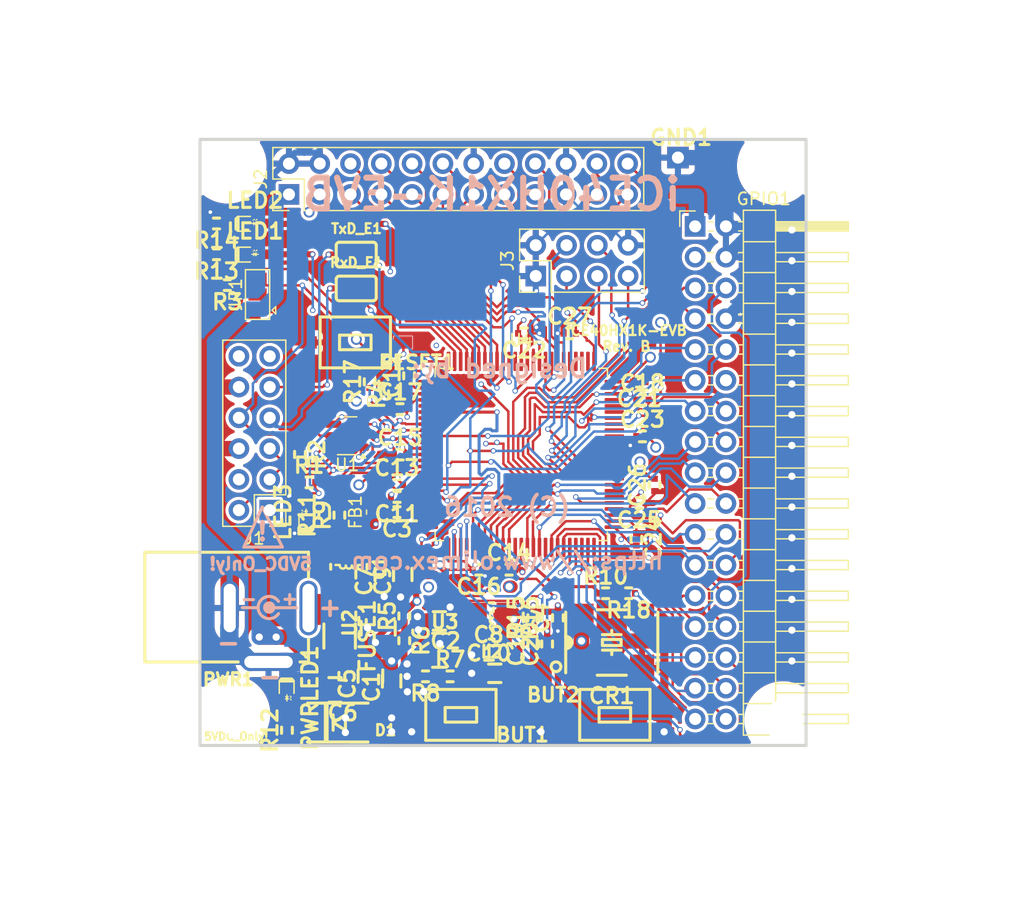
<source format=kicad_pcb>
(kicad_pcb (version 20240108) (generator "pcbnew") (generator_version "8.0")
  (layers (0 "F.Cu" signal) (1 "In1.Cu" signal "In1(GND).Cu") (2 "In2.Cu" signal "In2(PWR).Cu") (31 "B.Cu" signal) (34 "B.Paste" user) (35 "F.Paste" user) (36 "B.SilkS" user "B.Silkscreen") (37 "F.SilkS" user "F.Silkscreen") (38 "B.Mask" user) (39 "F.Mask" user) (44 "Edge.Cuts" user))
  (net 0 "")
  (net 1 "/BUT1")
  (net 2 "GND")
  (net 3 "/BUT2")
  (net 4 "+5V")
  (net 5 "+3V3")
  (net 6 "+1V2")
  (net 7 "/PIO3_1A")
  (net 8 "/PIO3_1B")
  (net 9 "/PIO3_2A")
  (net 10 "/LED1")
  (net 11 "/LED2")
  (net 12 "/PIO3_2B")
  (net 13 "/PIO2_1")
  (net 14 "/PIO3_3A")
  (net 15 "/PIO2_2")
  (net 16 "/PIO3_3B")
  (net 17 "/PIO2_3")
  (net 18 "/PIO3_5A")
  (net 19 "/PIO2_4")
  (net 20 "/PIO3_5B")
  (net 21 "/PIO2_7")
  (net 22 "/PIO3_7B")
  (net 23 "/PIO3_12A")
  (net 24 "/PIO3_10A")
  (net 25 "/PIO3_12B")
  (net 26 "/PIO3_10B")
  (net 27 "/PIO3_8B")
  (net 28 "/PIO3_8A")
  (net 29 "/PIO2_5")
  (net 30 "/PIO2_6")
  (net 31 "/PIO3_6B")
  (net 32 "/PIO3_6A")
  (net 33 "/SYSCLK")
  (net 34 "/EXTCLK")
  (net 35 "Net-(C11-Pad2)")
  (net 36 "Net-(CR1-OUT)")
  (net 37 "/PIO2_9{slash}TxD")
  (net 38 "/PIO2_8{slash}RxD")
  (net 39 "/TCK")
  (net 40 "Net-(J1-Pin_9)")
  (net 41 "/TDI")
  (net 42 "/TMS")
  (net 44 "Net-(J1-Pin_7)")
  (net 45 "/TDO")
  (net 46 "/SoC_GPIO_9")
  (net 47 "/SSPI_SCLK")
  (net 48 "/SoC_GPIO_5")
  (net 49 "/SoC_GPIO_0")
  (net 50 "/SoC_UART_RX")
  (net 51 "/SoC_GPIO_7")
  (net 52 "/SoC_I2C_SCLK")
  (net 53 "/SSPI_CS_N")
  (net 54 "/SSPI_SI")
  (net 55 "/SoC_GPIO_10")
  (net 56 "/SoC_GPIO_2")
  (net 57 "/SoC_GPIO_6")
  (net 58 "/SoC_GPIO_4")
  (net 59 "/SSPI_SO")
  (net 60 "/SoC_GPIO_8")
  (net 61 "/SoC_UART_TX")
  (net 62 "/SoC_GPIO_11")
  (net 63 "/SoC_I2C_SDA")
  (net 64 "/SoC_GPIO_3")
  (net 65 "/SoC_GPIO_1")
  (net 66 "/SSPI_CLKHOLD_N")
  (net 67 "Net-(JP1-C)")
  (net 68 "Net-(U2-LX)")
  (net 69 "Net-(U3-LX)")
  (net 70 "Net-(LED1-K)")
  (net 71 "Net-(LED2-K)")
  (net 72 "/DONE")
  (net 73 "Net-(PWRLED1-A)")
  (net 74 "/MODE0")
  (net 75 "/JTAGSEL_N")
  (net 76 "Net-(U2-FB)")
  (net 77 "Net-(U3-FB)")
  (net 78 "/READY")
  (net 79 "/RECONFIG_N")
  (footprint "OLIMEX_RLC-FP:C_0603_5MIL_DWS" (layer "F.Cu") (at 130.81 114.681 90)
    (property "Reference" "C1")
    (property "Value" "22uF/6.3V/0603")
  )
  (footprint "OLIMEX_RLC-FP:C_0603_5MIL_DWS" (layer "F.Cu") (at 134.747 109.728 180)
    (property "Reference" "C2")
    (property "Value" "22uF/6.3V/0603")
  )
  (footprint "OLIMEX_RLC-FP:C_0402_5MIL_DWS" (layer "F.Cu") (at 131.25 100.75 180)
    (property "Reference" "C3")
    (property "Value" "4.7uF")
  )
  (footprint "OLIMEX_RLC-FP:C_0402_5MIL_DWS" (layer "F.Cu") (at 144.526 109.474 90)
    (property "Reference" "C4")
    (property "Value" "100nF")
  )
  (footprint "OLIMEX_RLC-FP:C_0805_5MIL_DWS" (layer "F.Cu") (at 129.06 114.277 90)
    (property "Reference" "C5")
    (property "Value" "47uF/6.3V/0805")
  )
  (footprint "OLIMEX_RLC-FP:C_0805_5MIL_DWS" (layer "F.Cu") (at 126.139 115.42 180)
    (property "Reference" "C6")
    (property "Value" "47uF/6.3V/0805")
  )
  (footprint "OLIMEX_RLC-FP:C_0603_5MIL_DWS" (layer "F.Cu") (at 130.203 105.895 90)
    (property "Reference" "C7")
    (property "Value" "22uF/6.3V/0603")
  )
  (footprint "OLIMEX_RLC-FP:C_0603_5MIL_DWS" (layer "F.Cu") (at 139.319 112.522)
    (property "Reference" "C8")
    (property "Value" "22uF/6.3V/0603")
  )
  (footprint "OLIMEX_RLC-FP:C_0603_5MIL_DWS" (layer "F.Cu") (at 131.727 105.895 90)
    (property "Reference" "C9")
    (property "Value" "22uF/6.3V/0603")
  )
  (footprint "OLIMEX_RLC-FP:C_0603_5MIL_DWS" (layer "F.Cu") (at 139.319 114.046)
    (property "Reference" "C10")
    (property "Value" "22uF/6.3V/0603")
  )
  (footprint "OLIMEX_RLC-FP:C_0402_5MIL_DWS" (layer "F.Cu") (at 131.258 99.5 180)
    (property "Reference" "C11")
    (property "Value" "100nF")
  )
  (footprint "OLIMEX_RLC-FP:C_0402_5MIL_DWS" (layer "F.Cu") (at 132.25 89.5 90)
    (property "Reference" "C12")
    (property "Value" "100nF")
  )
  (footprint "OLIMEX_RLC-FP:C_0402_5MIL_DWS" (layer "F.Cu") (at 131.242 98.5)
    (property "Reference" "C13")
    (property "Value" "100nF")
  )
  (footprint "OLIMEX_RLC-FP:C_0402_5MIL_DWS" (layer "F.Cu") (at 140.5 105.5)
    (property "Reference" "C14")
    (property "Value" "100nF")
  )
  (footprint "OLIMEX_RLC-FP:C_0402_5MIL_DWS" (layer "F.Cu") (at 131.5 96)
    (property "Reference" "C15")
    (property "Value" "100nF")
  )
  (footprint "OLIMEX_RLC-FP:C_0402_5MIL_DWS" (layer "F.Cu") (at 138.008 105.5 180)
    (property "Reference" "C16")
    (property "Value" "100nF")
  )
  (footprint "OLIMEX_RLC-FP:C_0402_5MIL_DWS" (layer "F.Cu") (at 131.5 92.25)
    (property "Reference" "C17")
    (property "Value" "100nF")
  )
  (footprint "OLIMEX_RLC-FP:C_0402_5MIL_DWS" (layer "F.Cu") (at 151.5 91.5)
    (property "Reference" "C18")
    (property "Value" "100nF")
  )
  (footprint "OLIMEX_RLC-FP:C_0402_5MIL_DWS" (layer "F.Cu") (at 142.494 111.633 90)
    (property "Reference" "C19")
    (property "Value" "NA(100nF)")
  )
  (footprint "OLIMEX_RLC-FP:C_0402_5MIL_DWS" (layer "F.Cu") (at 143.637 111.633 90)
    (property "Reference" "C20")
    (property "Value" "NA(100nF)")
  )
  (footprint "OLIMEX_RLC-FP:C_0402_5MIL_DWS" (layer "F.Cu") (at 151.25 90 180)
    (property "Reference" "C21")
    (property "Value" "100nF")
  )
  (footprint "OLIMEX_RLC-FP:C_0402_5MIL_DWS" (layer "F.Cu") (at 141.75 86 180)
    (property "Reference" "C22")
    (property "Value" "100nF")
  )
  (footprint "OLIMEX_RLC-FP:C_0402_5MIL_DWS" (layer "F.Cu") (at 151.5 94.5)
    (property "Reference" "C23")
    (property "Value" "100nF")
  )
  (footprint "OLIMEX_RLC-FP:C_0402_5MIL_DWS" (layer "F.Cu") (at 151 102.992 -90)
    (property "Reference" "C24")
    (property "Value" "100nF")
  )
  (footprint "OLIMEX_RLC-FP:C_0402_5MIL_DWS" (layer "F.Cu") (at 151.25 100 180)
    (property "Reference" "C25")
    (property "Value" "100nF")
  )
  (footprint "OLIMEX_RLC-FP:C_0402_5MIL_DWS" (layer "F.Cu") (at 152.5 98.508 90)
    (property "Reference" "C26")
    (property "Value" "100nF")
  )
  (footprint "OLIMEX_RLC-FP:C_0402_5MIL_DWS" (layer "F.Cu") (at 145.5 86)
    (property "Reference" "C27")
    (property "Value" "100nF")
  )
  (footprint "OLIMEX_Crystal-FP:Oscillator_7.0x5.0mm" (layer "F.Cu") (at 148.971 111.506)
    (property "Reference" "CR1")
    (property "Value" "Oscillator-50MHZ_TXC-7W")
  )
  (footprint "OLIMEX_Diodes-FP:DO214AA" (layer "F.Cu") (at 126.365 118.11)
    (property "Reference" "D1")
    (property "Value" "SMBJ6.0A")
  )
  (footprint "OLIMEX_Devices-FP:FUSE-5025" (layer "F.Cu") (at 126.52 110.975 -90)
    (property "Reference" "FUSE1")
    (property "Value" "NA(5025)")
  )
  (footprint "Connector_PinHeader_2.54mm:PinHeader_2x17_P2.54mm_Horizontal" (layer "F.Cu") (at 155.85 77.175)
    (property "Reference" "GPIO1")
    (property "Value" "Conn_02x17_Odd_Even")
  )
  (footprint "OLIMEX_RLC-FP:CD32" (layer "F.Cu") (at 127.282 105.26 -90)
    (property "Reference" "L1")
    (property "Value" "2.2uH/1.5A/DCR<0.1R/CD32")
  )
  (footprint "OLIMEX_RLC-FP:CD32" (layer "F.Cu") (at 139.065 109.728 180)
    (property "Reference" "L2")
    (property "Value" "2.2uH/1.5A/DCR<0.1R/CD32")
  )
  (footprint "OLIMEX_LEDs-FP:LED_0603_KA" (layer "F.Cu") (at 119.535 79.479)
    (property "Reference" "LED1")
    (property "Value" "LED/Green/0603")
  )
  (footprint "OLIMEX_LEDs-FP:LED_0603_KA" (layer "F.Cu") (at 119.535 76.939)
    (property "Reference" "LED2")
    (property "Value" "LED/Green/0603")
  )
  (footprint "OLIMEX_LEDs-FP:LED_0603_KA" (layer "F.Cu") (at 122.174 116.078 -90)
    (property "Reference" "PWRLED1")
    (property "Value" "LED/Red/0603")
  )
  (footprint "OLIMEX_RLC-FP:R_0402_5MIL_DWS" (layer "F.Cu") (at 124 98.3)
    (property "Reference" "R1")
    (property "Value" "4.7k")
  )
  (footprint "OLIMEX_RLC-FP:R_0402_5MIL_DWS" (layer "F.Cu") (at 123.25 95.992 -90)
    (property "Reference" "R2")
    (property "Value" "4.7k")
  )
  (footprint "OLIMEX_RLC-FP:R_0402_5MIL_DWS" (layer "F.Cu") (at 117.25 82.019 180)
    (property "Reference" "R3")
    (property "Value" "1k")
  )
  (footprint "OLIMEX_RLC-FP:R_0402_5MIL_DWS" (layer "F.Cu") (at 131 91 90)
    (property "Reference" "R4")
    (property "Value" "1k")
  )
  (footprint "OLIMEX_RLC-FP:R_0402_5MIL_DWS" (layer "F.Cu") (at 131.854 109.324 90)
    (property "Reference" "R5")
    (property "Value" "4.99k/1%")
  )
  (footprint "OLIMEX_RLC-FP:R_0402_5MIL_DWS" (layer "F.Cu") (at 131.854 111.356 -90)
    (property "Reference" "R6")
    (property "Value" "1.1k/1%")
  )
  (footprint "OLIMEX_RLC-FP:R_0402_5MIL_DWS" (layer "F.Cu") (at 135.636 114.3)
    (property "Reference" "R7")
    (property "Value" "4.99k/1%")
  )
  (footprint "OLIMEX_RLC-FP:R_0402_5MIL_DWS" (layer "F.Cu") (at 133.604 114.3 180)
    (property "Reference" "R8")
    (property "Value" "4.99k/1%")
  )
  (footprint "OLIMEX_RLC-FP:R_0402_5MIL_DWS" (layer "F.Cu") (at 126.5 101 90)
    (property "Reference" "R9")
    (property "Value" "4.7k")
  )
  (footprint "OLIMEX_RLC-FP:R_0402_5MIL_DWS" (layer "F.Cu") (at 148.463 107.442)
    (property "Reference" "R10")
    (property "Value" "22R")
  )
  (footprint "OLIMEX_RLC-FP:R_0402_5MIL_DWS" (layer "F.Cu") (at 125.25 101 90)
    (property "Reference" "R11")
    (property "Value" "4.7k")
  )
  (footprint "OLIMEX_RLC-FP:R_0402_5MIL_DWS" (layer "F.Cu") (at 122.174 118.745 90)
    (property "Reference" "R12")
    (property "Value" "2.2k")
  )
  (footprint "OLIMEX_RLC-FP:R_0402_5MIL_DWS" (layer "F.Cu") (at 116.36 79.479 180)
    (property "Reference" "R13")
    (property "Value" "2.2k")
  )
  (footprint "OLIMEX_RLC-FP:R_0402_5MIL_DWS" (layer "F.Cu") (at 116.36 76.939 180)
    (property "Reference" "R14")
    (property "Value" "2.2k")
  )
  (footprint "OLIMEX_RLC-FP:R_0402_5MIL_DWS" (layer "F.Cu") (at 142.494 109.474 90)
    (property "Reference" "R15")
    (property "Value" "10k")
  )
  (footprint "OLIMEX_RLC-FP:R_0402_5MIL_DWS" (layer "F.Cu") (at 143.637 109.474 90)
    (property "Reference" "R16")
    (property "Value" "10k")
  )
  (footprint "OLIMEX_RLC-FP:R_0402_5MIL_DWS" (layer "F.Cu") (at 129 90 90)
    (property "Reference" "R17")
    (property "Value" "4.7k")
  )
  (footprint "OLIMEX_RLC-FP:R_0402_5MIL_DWS" (layer "F.Cu") (at 150.368 107.442 180)
    (property "Reference" "R18")
    (property "Value" "22R")
  )
  (footprint "Package_TO_SOT_SMD:SOT-23-6" (layer "F.Cu") (at 127.1375 94.45 180)
    (property "Reference" "U1")
    (property "Value" "SP3003 ESD")
  )
  (footprint "OLIMEX_IC-FP:SOT-23-5" (layer "F.Cu") (at 129.695 110.34 90)
    (property "Reference" "U2")
    (property "Value" "SY8009AAAC(SOT23-5)")
  )
  (footprint "OLIMEX_IC-FP:SOT-23-5" (layer "F.Cu") (at 134.747 112.141)
    (property "Reference" "U3")
    (property "Value" "SY8009AAAC(SOT23-5)")
  )
  (footprint "Package_QFP:LQFP-100_14x14mm_P0.5mm" (layer "F.Cu") (at 141.506 95.989)
    (property "Reference" "U4")
    (property "Value" "GW1N-LV4 LQ100")
  )
  (footprint "OLIMEX_Buttons-FP:T1107A(6x3,8x2,5MM)" (layer "F.Cu") (at 136.525 117.475 180)
    (property "Reference" "BUT1")
    (property "Value" "T1107A(6x3,8x2,5MM)")
  )
  (footprint "OLIMEX_Buttons-FP:T1107A(6x3,8x2,5MM)" (layer "F.Cu") (at 149.225 117.475)
    (property "Reference" "BUT2")
    (property "Value" "T1107A(6x3,8x2,5MM)")
  )
  (footprint "OLIMEX_Buttons-FP:T1107A(6x3,8x2,5MM)" (layer "F.Cu") (at 127.813 86.75 180)
    (property "Reference" "RESET1")
    (property "Value" "T1107A(6x3,8x2,5MM)")
  )
  (footprint "OLIMEX_Other-FP:TEST_PAD40x70_SQUARE" (layer "F.Cu") (at 154.432 71.501)
    (property "Reference" "GND1")
    (property "Value" "TESTPAD" (hide yes))
  )
  (footprint "OLIMEX_Jumpers-FP:SJ" (layer "F.Cu") (at 127.889 82.296)
    (property "Reference" "RxD_E1")
    (property "Value" "Opened")
  )
  (footprint "OLIMEX_Jumpers-FP:SJ" (layer "F.Cu") (at 127.889 79.502)
    (property "Reference" "TxD_E1")
    (property "Value" "Opened")
  )
  (footprint "OLIMEX_Connectors-FP:PWRJ-2mm(YDJ-1136)" (layer "F.Cu") (at 123.952 113.411)
    (property "Reference" "PWR1")
    (property "Value" "PWRJ-2mm(YDJ-1136)")
  )
  (footprint "OLIMEX_Other-FP:Mounting_hole_3.3mm" (layer "F.Cu") (at 163.1 117.9)
    (property "Reference" "MountingHole" (hide yes))
    (property "Value" "Mounting_hole_3.3mm" (hide yes))
  )
  (footprint "" (layer "F.Cu") (at 117.3 72.1)
    (property "Reference" "")
    (property "Value" "")
  )
  (footprint "Jumper:SolderJumper-3_P1.3mm_Open_Pad1.0x1.5mm" (layer "F.Cu") (at 119.75 82.8 90)
    (property "Reference" "JP1")
    (property "Value" "Jumper_3_Bridged12")
  )
  (footprint "Connector_PinHeader_2.54mm:PinHeader_2x04_P2.54mm_Vertical" (layer "F.Cu") (at 142.7 81.275 90)
    (property "Reference" "J3")
    (property "Value" "Conn_02x04_Odd_Even")
  )
  (footprint "" (layer "F.Cu") (at 163.1 117.9)
    (property "Reference" "")
    (property "Value" "")
  )
  (footprint "OLIMEX_LEDs-FP:LED_0603_KA" (layer "F.Cu") (at 123.75 100.75 90)
    (property "Reference" "LED3")
    (property "Value" "LED/Green/0603")
  )
  (footprint "OLIMEX_Other-FP:Mounting_hole_3.3mm" (layer "F.Cu") (at 162.5 72.2)
    (property "Reference" "MountingHole" (hide yes))
    (property "Value" "Mounting_hole_3.3mm" (hide yes))
  )
  (footprint "" (layer "F.Cu") (at 162.5 72.2)
    (property "Reference" "")
    (property "Value" "")
  )
  (footprint "OLIMEX_Other-FP:Mounting_hole_3.3mm" (layer "F.Cu") (at 117.6 117.4)
    (property "Reference" "MountingHole" (hide yes))
    (property "Value" "Mounting_hole_3.3mm" (hide yes))
  )
  (footprint "Connector_PinHeader_2.54mm:PinHeader_2x12_P2.54mm_Vertical" (layer "F.Cu") (at 122.34 74.54 90)
    (property "Reference" "J2")
    (property "Value" "Conn_02x12_Odd_Even")
  )
  (footprint "Fuse:Fuse_0603_1608Metric_Pad1.05x0.95mm_HandSolder" (layer "F.Cu") (at 129.25 100.75 90)
    (property "Reference" "FB1")
    (property "Value" "FerriteBead_Small")
  )
  (footprint "OLIMEX_Other-FP:Mounting_hole_3.3mm" (layer "F.Cu") (at 117.3 72.1)
    (property "Reference" "MountingHole" (hide yes))
    (property "Value" "Mounting_hole_3.3mm" (hide yes))
  )
  (footprint "" (layer "F.Cu") (at 117.6 117.4)
    (property "Reference" "")
    (property "Value" "")
  )
  (footprint "Connector_PinHeader_2.54mm:PinHeader_2x06_P2.54mm_Vertical" (layer "F.Cu") (at 120.75 100.59 180)
    (property "Reference" "J1")
    (property "Value" "Conn_02x05_Top_Bottom")
  )
  (gr_line (start 118.618 103.632) (end 121.793 103.632) (stroke (width 0.254)) (layer "B.SilkS"))
  (gr_arc (start 119.949456 108.113658) (mid 120.531852 107.723633) (end 121.219457 107.859659) (stroke (width 0.254)) (layer "B.SilkS"))
  (gr_line (start 120.8786 108.6358) (end 120.6246 108.6358) (stroke (width 0.254)) (layer "B.SilkS"))
  (gr_arc (start 120.203456 107.859659) (mid 120.891061 107.723633) (end 121.473456 108.113659) (stroke (width 0.254)) (layer "B.SilkS"))
  (gr_line (start 121.1072 108.6358) (end 122.9868 108.6358) (stroke (width 0.254)) (layer "B.SilkS"))
  (gr_circle (center 120.711456 108.621659) (end 120.711456 108.240659) (stroke (width 0.254)) (fill none) (layer "B.SilkS"))
  (gr_line (start 120.142 100.33) (end 118.618 103.632) (stroke (width 0.254)) (layer "B.SilkS"))
  (gr_arc (start 120.203455 109.383659) (mid 119.81343 108.801263) (end 119.949456 108.113658) (stroke (width 0.254)) (layer "B.SilkS"))
  (gr_line (start 119.7864 108.6358) (end 118.491 108.6358) (stroke (width 0.254)) (layer "B.SilkS"))
  (gr_circle (center 120.7008 108.6358) (end 120.4976 108.6358) (stroke (width 0.254)) (fill none) (layer "B.SilkS"))
  (gr_arc (start 121.473456 109.129659) (mid 120.891061 109.519685) (end 120.203456 109.383659) (stroke (width 0.254)) (layer "B.SilkS"))
  (gr_line (start 121.793 103.632) (end 120.142 100.33) (stroke (width 0.254)) (layer "B.SilkS"))
  (gr_line (start 165 120) (end 115 120) (stroke (width 0.254)) (layer "Edge.Cuts"))
  (gr_line (start 115 70) (end 165 70) (stroke (width 0.254)) (layer "Edge.Cuts"))
  (gr_line (start 165 70) (end 165 120) (stroke (width 0.254)) (layer "Edge.Cuts"))
  (gr_line (start 115 120) (end 115 70) (stroke (width 0.254)) (layer "Edge.Cuts"))
  (gr_text "-" (at 120.777 114.3 0) (layer "B.SilkS") (effects (font (size 1.5 1.5) (thickness 0.3)) (justify mirror)))
  (gr_text "iCE40HX1K-EVB" (at 139.065 74.549 0) (layer "B.SilkS") (effects (font (size 2.54 2.54) (thickness 0.508)) (justify mirror)))
  (gr_text "(C) 2016" (at 140.335 100.33 0) (layer "B.SilkS") (effects (font (size 1.5 1.5) (thickness 0.3)) (justify mirror)))
  (gr_text "-" (at 117.348 111.506 0) (layer "B.SilkS") (effects (font (size 1.5 1.5) (thickness 0.3)) (justify mirror)))
  (gr_text "Designed by:" (at 139.7 88.9 0) (layer "B.SilkS") (effects (font (size 1.5 1.5) (thickness 0.3)) (justify mirror)))
  (gr_text "-" (at 119.0244 107.8992 0) (layer "B.SilkS") (effects (font (size 1.016 1.016) (thickness 0.254)) (justify mirror)))
  (gr_text "https://www.olimex.com" (at 140.335 104.775 0) (layer "B.SilkS") (effects (font (size 1.397 1.397) (thickness 0.254)) (justify mirror)))
  (gr_text "!" (at 120.142 102.362 0) (layer "B.SilkS") (effects (font (size 1.5 1.5) (thickness 0.3)) (justify mirror)))
  (gr_text "+" (at 125.73 108.585 0) (layer "B.SilkS") (effects (font (size 1.5 1.5) (thickness 0.3)) (justify mirror)))
  (gr_text "5VDC_Only!" (at 120.015 105.029 0) (layer "B.SilkS") (effects (font (size 1.016 1.016) (thickness 0.254)) (justify mirror)))
  (gr_text "+" (at 122.4026 107.8738 0) (layer "B.SilkS") (effects (font (size 1.016 1.016) (thickness 0.254)) (justify mirror)))
  (gr_text "iCE40HX1K-EVB\nRev. B" (at 150.1775 86.4235 0) (layer "F.SilkS") (effects (font (size 0.8128 0.8128) (thickness 0.1905))))
  (gr_text "5VDC_Only!" (at 117.983 119.253 0) (layer "F.SilkS") (effects (font (size 0.635 0.635) (thickness 0.15875))))
  (segment (start 141.351 116.713) (end 141.351 111.887) (width 0.508) (layer "F.Cu") (net 1))
  (segment (start 141.351 111.887) (end 142.113 111.125) (width 0.508) (layer "F.Cu") (net 1))
  (segment (start 142.113 111.125) (end 142.494 111.125) (width 0.508) (layer "F.Cu") (net 1))
  (segment (start 142.494 111.125) (end 142.493019 111.124019) (width 0.508) (layer "F.Cu") (net 1))
  (segment (start 142.493019 109.982981) (end 142.493019 110.248981) (width 0.508) (layer "F.Cu") (net 1))
  (segment (start 141.2174 108.0756) (end 136.276073 108.0756) (width 0.2032) (layer "F.Cu") (net 1))
  (segment (start 142.426177 107.7) (end 141.541325 108.584852) (width 0.2032) (layer "F.Cu") (net 1))
  (segment (start 143.1 107.7) (end 142.426177 107.7) (width 0.2032) (layer "F.Cu") (net 1))
  (segment (start 141.2174 108.260927) (end 141.2174 108.0756) (width 0.2032) (layer "F.Cu") (net 1))
  (segment (start 142.493019 111.124019) (end 142.493019 110.885377) (width 0.508) (layer "F.Cu") (net 1))
  (segment (start 140.589 117.475) (end 141.351 116.713) (width 0.508) (layer "F.Cu") (net 1))
  (segment (start 142.493019 110.885377) (end 142.493019 110.567179) (width 0.508) (layer "F.Cu") (net 1))
  (segment (start 141.541325 108.584852) (end 141.2174 108.260927) (width 0.2032) (layer "F.Cu") (net 1))
  (segment (start 142.494 109.982) (end 142.493019 109.982981) (width 0.508) (layer "F.Cu") (net 1))
  (segment (start 138.561749 97.989) (end 133.831 97.989) (width 0.2032) (layer "F.Cu") (net 1))
  (segment (start 133.274266 105.774266) (end 133.274266 103.174266) (width 0.2032) (layer "F.Cu") (net 1))
  (segment (start 133.3 103.2) (end 133.3 103) (width 0.2032) (layer "F.Cu") (net 1))
  (segment (start 142.493019 110.248981) (end 142.493019 110.567179) (width 0.508) (layer "F.Cu") (net 1))
  (segment (start 138.7746 97.776149) (end 138.561749 97.989) (width 0.2032) (layer "F.Cu") (net 1))
  (segment (start 139.0936 97.776149) (end 138.7746 97.776149) (width 0.2032) (layer "F.Cu") (net 1))
  (segment (start 133.6792 106.1792) (end 133.274266 105.774266) (width 0.2032) (layer "F.Cu") (net 1))
  (segment (start 136.276073 108.0756) (end 134.379673 106.1792) (width 0.2032) (layer "F.Cu") (net 1))
  (segment (start 133.274266 103.174266) (end 133.3 103.2) (width 0.2032) (layer "F.Cu") (net 1))
  (segment (start 134.379673 106.1792) (end 133.6792 106.1792) (width 0.2032) (layer "F.Cu") (net 1))
  (via (at 133.3 103) (size 0.45) (drill 0.3) (layers "F.Cu" "B.Cu") (net 1))
  (via (at 143.1 107.7) (size 0.45) (drill 0.3) (layers "F.Cu" "B.Cu") (net 1))
  (via (at 142.493019 110.567179) (size 0.45) (drill 0.3) (layers "F.Cu" "B.Cu") (net 1))
  (via (at 139.0936 97.776149) (size 0.45) (drill 0.3) (layers "F.Cu" "B.Cu") (net 1))
  (segment (start 139.0936 97.776149) (end 138.753285 97.776149) (width 0.2032) (layer "B.Cu") (net 1))
  (segment (start 134.449648 102.5452) (end 134.187351 102.5452) (width 0.2032) (layer "B.Cu") (net 1))
  (segment (start 136.5428 100.452048) (end 134.449648 102.5452) (width 0.2032) (layer "B.Cu") (net 1))
  (segment (start 143.232344 107.820829) (end 143.232333 107.820818) (width 0.2032) (layer "B.Cu") (net 1))
  (segment (start 136.5428 99.986634) (end 136.5428 100.452048) (width 0.2032) (layer "B.Cu") (net 1))
  (segment (start 138.753285 97.776149) (end 136.5428 99.986634) (width 0.2032) (layer "B.Cu") (net 1))
  (segment (start 133.732551 103) (end 133.3 103) (width 0.2032) (layer "B.Cu") (net 1))
  (segment (start 143.232344 109.827854) (end 143.232344 107.820829) (width 0.2032) (layer "B.Cu") (net 1))
  (segment (start 134.187351 102.5452) (end 133.732551 103) (width 0.2032) (layer "B.Cu") (net 1))
  (segment (start 142.493019 110.567179) (end 143.232344 109.827854) (width 0.2032) (layer "B.Cu") (net 1))
  (segment (start 128.933 115.42) (end 129.06 115.293) (width 1.016) (layer "F.Cu") (net 2))
  (segment (start 122.174 114.681) (end 122.174 113.133) (width 1.27) (layer "F.Cu") (net 2))
  (segment (start 122.174 113.133) (end 122.152 113.111) (width 1.27) (layer "F.Cu") (net 2))
  (segment (start 122.152 113.111) (end 121.652 113.111) (width 1.27) (layer "F.Cu") (net 2))
  (segment (start 129.06 117.592) (end 129.06 115.293) (width 1.27) (layer "F.Cu") (net 2))
  (segment (start 130.81 117.729) (end 131.064 117.475) (width 1.524) (layer "F.Cu") (net 2))
  (segment (start 131.064 117.475) (end 132.461 117.475) (width 1.524) (layer "F.Cu") (net 2))
  (segment (start 130.81 118.872) (end 130.81 117.729) (width 1.524) (layer "F.Cu") (net 2))
  (segment (start 127 118.927245) (end 126.993015 118.927245) (width 1.27) (layer "F.Cu") (net 2))
  (segment (start 130.754755 118.927245) (end 130.81 118.872) (width 1.524) (layer "F.Cu") (net 2))
  (segment (start 129.197 117.729) (end 129.06 117.592) (width 1.524) (layer "F.Cu") (net 2))
  (segment (start 129.06 117.592) (end 128.542 118.11) (width 1.524) (layer "F.Cu") (net 2))
  (segment (start 130.838 117.701) (end 130.81 117.729) (width 1.016) (layer "F.Cu") (net 2))
  (segment (start 132.461 118.872) (end 132.461 117.475) (width 1.016) (layer "F.Cu") (net 2))
  (segment (start 143.129 112.141) (end 143.637 112.141) (width 0.508) (layer "F.Cu") (net 2))
  (segment (start 128.542 118.11) (end 129.06 117.592) (width 1.27) (layer "F.Cu") (net 2))
  (segment (start 127.155 115.42) (end 128.933 115.42) (width 1.016) (layer "F.Cu") (net 2))
  (segment (start 152.5 99.258) (end 151.758 100) (width 0.2032) (layer "F.Cu") (net 2))
  (segment (start 130.81 115.57) (end 129.04978 115.57) (width 1.016) (layer "F.Cu") (net 2))
  (segment (start 142.494 113.000854) (end 143.128235 113.635089) (width 0.508) (layer "F.Cu") (net 2))
  (segment (start 117.452 105) (end 117.452 103.228213) (width 1.524) (layer "F.Cu") (net 2))
  (segment (start 122.762 102.5) (end 120.262 105) (width 0.2032) (layer "F.Cu") (net 2))
  (segment (start 122.852666 85.726666) (end 123.876 86.75) (width 1.27) (layer "F.Cu") (net 2))
  (segment (start 144.526 109.982) (end 144.526 110.56425) (width 0.508) (layer "F.Cu") (net 2))
  (segment (start 123.492 98.3) (end 123.3 98.3) (width 0.2032) (layer "F.Cu") (net 2))
  (segment (start 130.8 95.3) (end 130.992 95.492) (width 0.2032) (layer "F.Cu") (net 2))
  (segment (start 151 102.5) (end 151.5 103) (width 0.2032) (layer "F.Cu") (net 2))
  (segment (start 130.198028 106.788972) (end 130.198028 107.07662) (width 1.016) (layer "F.Cu") (net 2))
  (segment (start 131.727 106.784) (end 131.548199 106.962801) (width 1.016) (layer "F.Cu") (net 2))
  (segment (start 116.4518 83.2488) (end 116.3352 83.1322) (width 1.27) (layer "F.Cu") (net 2))
  (segment (start 129.404871 110.293212) (end 128.818005 110.293212) (width 0.508) (layer "F.Cu") (net 2))
  (segment (start 149.181 90.489) (end 150.0964 90.489) (width 0.2032) (layer "F.Cu") (net 2))
  (segment (start 123.3 98.3) (end 122.4 99.4) (width 0.2032) (layer "F.Cu") (net 2))
  (segment (start 130.683 106.784) (end 131.191 106.784) (width 1.016) (layer "F.Cu") (net 2))
  (segment (start 129.042795 115.563015) (end 129.042795 115.310205) (width 1.016) (layer "F.Cu") (net 2))
  (segment (start 115.852 81.435) (end 115.852 80.109) (width 0.508) (layer "F.Cu") (net 2))
  (segment (start 129.042795 115.310205) (end 129.06 115.293) (width 1.016) (layer "F.Cu") (net 2))
  (segment (start 142.75 82.5) (end 142.7 82.55) (width 0.2032) (layer "F.Cu") (net 2))
  (segment (start 129.695 107.696) (end 129.695 107.292) (width 0.508) (layer "F.Cu") (net 2))
  (segment (start 115.852 82.019) (end 115.852 81.435) (width 0.508) (layer "F.Cu") (net 2))
  (segment (start 142.75 85.508) (end 142.75 85.5) (width 0.2032) (layer "F.Cu") (net 2))
  (segment (start 151 102.0308) (end 150.4582 101.489) (width 0.2032) (layer "F.Cu") (net 2))
  (segment (start 116.205 91) (end 116.205 85.725) (width 1.27) (layer "F.Cu") (net 2))
  (segment (start 143.128235 113.635089) (end 143.129 113.635854) (width 1.27) (layer "F.Cu") (net 2))
  (segment (start 151.5 103) (end 151.75 103) (width 0.2032) (layer "F.Cu") (net 2))
  (segment (start 129.695 109.04) (end 129.695 110.003083) (width 0.508) (layer "F.Cu") (net 2))
  (segment (start 128.1684 117.729) (end 127 117.729) (width 1.524) (layer "F.Cu") (net 2))
  (segment (start 131.766 99.5) (end 130.766 98.5) (width 0.2032) (layer "F.Cu") (net 2))
  (segment (start 151.1782 90.5798) (end 151.758 90) (width 0.2032) (layer "F.Cu") (net 2))
  (segment (start 135.636 109.728) (end 135.636 108.585) (width 1.016) (layer "F.Cu") (net 2))
  (segment (start 115.852 78.878095) (end 115.85369 78.879785) (width 0.508) (layer "F.Cu") (net 2))
  (segment (start 132.4 101.4) (end 132.408 101.4) (width 0.2032) (layer "F.Cu") (net 2))
  (segment (start 138.516 106.184) (end 138.516 106.016) (width 1.016) (layer "F.Cu") (net 2))
  (segment (start 122.4 99.4) (end 122.4 99.2) (width 0.2032) (layer "F.Cu") (net 2))
  (segment (start 148.424511 90.489) (end 148.411819 90.476308) (width 0.2032) (layer "F.Cu") (net 2))
  (segment (start 115.852 79.479) (end 115.85369 79.47731) (width 0.508) (layer "F.Cu") (net 2))
  (segment (start 116.205 96.774) (end 116.205 95.5) (width 1.27) (layer "F.Cu") (net 2))
  (segment (start 115.852 76.939) (end 115.852 76.355) (width 0.508) (layer "F.Cu") (net 2))
  (segment (start 133.096 114.3) (end 132.084 114.3) (width 0.762) (layer "F.Cu") (net 2))
  (segment (start 128.542 118.11) (end 127.724755 118.927245) (width 1.27) (layer "F.Cu") (net 2))
  (segment (start 127 118.927245) (end 130.754755 118.927245) (width 1.524) (layer "F.Cu") (net 2))
  (segment (start 129.695 109.04) (end 129.695 108.204) (width 0.508) (layer "F.Cu") (net 2))
  (segment (start 127.629411 118.927245) (end 127 118.927245) (width 1.27) (layer "F.Cu") (net 2))
  (segment (start 130.7298 95.3) (end 130.8 95.3) (width 0.2032) (layer "F.Cu") (net 2))
  (segment (start 142.3 86.964981) (end 142.006 87.258981) (width 0.2032) (layer "F.Cu") (net 2))
  (segment (start 151 102.484) (end 151 102.0308) (width 0.2032) (layer "F.Cu") (net 2))
  (segment (start 142.258 86) (end 142.3 86.042) (width 0.2032) (layer "F.Cu") (net 2))
  (segment (start 142.7 78.735) (end 142.7 81.275) (width 0.2032) (layer "F.Cu") (net 2))
  (segment (start 116.775 90.43) (end 118.21 90.43) (width 1.27) (layer "F.Cu") (net 2))
  (segment (start 131.854 111.864) (end 131.854 113.04641) (width 0.508) (layer "F.Cu") (net 2))
  (segment (start 130.5388 92.25) (end 130.4202 92.1314) (width 0.2032) (layer "F.Cu") (net 2))
  (segment (start 115.85369 79.47731) (end 115.85369 79.197983) (width 0.508) (layer "F.Cu") (net 2))
  (segment (start 153.289 117.475) (end 153.289 118.872) (width 1.27) (layer "F.Cu") (net 2))
  (segment (start 132.497 101.489) (end 133.831 101.489) (width 0.2032) (layer "F.Cu") (net 2))
  (segment (start 132.08 113.27241) (end 132.080114 113.272524) (width 0.508) (layer "F.Cu") (net 2))
  (segment (start 130.992 95.492) (end 130.992 96) (width 0.2032) (layer "F.Cu") (net 2))
  (segment (start 132.408 101.4) (end 132.497 101.489) (width 0.2032) (layer "F.Cu") (net 2))
  (segment (start 129.695 108.204) (end 129.695 107.696) (width 0.508) (layer "F.Cu") (net 2))
  (segment (start 133.432196 115.570633) (end 133.436473 115.566356) (width 1.016) (layer "F.Cu") (net 2))
  (segment (start 150.4582 101.489) (end 149.181 101.489) (width 0.2032) (layer "F.Cu") (net 2))
  (segment (start 150.1872 90.5798) (end 151.1782 90.5798) (width 0.2032) (layer "F.Cu") (net 2))
  (segment (start 138.516 106.016) (end 138.516 105.5) (width 1.016) (layer "F.Cu") (net 2))
  (segment (start 116 102) (end 116.205 101.795) (width 1.524) (layer "F.Cu") (net 2))
  (segment (start 143.129 113.635854) (end 143.129 118.872) (width 1.27) (layer "F.Cu") (net 2))
  (segment (start 144.526 109.982) (end 144.525783 109.982217) (width 0.508) (layer "F.Cu") (net 2))
  (segment (start 137.033 112.141) (end 137.414 112.522) (width 0.508) (layer "F.Cu") (net 2))
  (segment (start 116.4518 84.2082) (end 116.4518 83.2488) (width 1.27) (layer "F.Cu") (net 2))
  (segment (start 138.43 112.522) (end 137.414 112.522) (width 1.016) (layer "F.Cu") (net 2))
  (segment (start 128.275 94.45) (end 128.95 94.45) (width 0.2032) (layer "F.Cu") (net 2))
  (segment (start 151.471 113.606) (end 151.471 115.657) (width 1.27) (layer "F.Cu") (net 2))
  (segment (start 115.85369 79.197983) (end 115.85369 78.879785) (width 0.508) (layer "F.Cu") (net 2))
  (segment (start 144.992 86) (end 144.5 86) (width 0.2032) (layer "F.Cu") (net 2))
  (segment (start 130.992 92.25) (end 130.5388 92.25) (width 0.2032) (layer "F.Cu") (net 2))
  (segment (start 131.469639 115.570633) (end 132.106035 115.570633) (width 1.016) (layer "F.Cu") (net 2))
  (segment (start 150.992 94.5) (end 150.992 94.758) (width 0.2032) (layer "F.Cu") (net 2))
  (segment (start 129.6 94.8) (end 129.5 94.8) (width 0.2032) (layer "F.Cu") (net 2))
  (segment (start 130.4202 92.1314) (end 130.4202 91.0718) (width 0.2032) (layer "F.Cu") (net 2))
  (segment (start 151.471 115.657) (end 153.289 117.475) (width 1.27) (layer "F.Cu") (net 2))
  (segment (start 116.205 91) (end 116.775 90.43) (width 1.27) (layer "F.Cu") (net 2))
  (segment (start 116.205 85.725) (end 116.205 84.455) (width 1.27) (layer "F.Cu") (net 2))
  (segment (start 150.0964 90.489) (end 150.1872 90.5798) (width 0.2032) (layer "F.Cu") (net 2))
  (segment (start 129.695 110.003083) (end 129.404871 110.293212) (width 0.508) (layer "F.Cu") (net 2))
  (segment (start 116.205 101.795) (end 116.205 96.774) (width 1.524) (layer "F.Cu") (net 2))
  (segment (start 122.174 115.189) (end 122.174 114.681) (width 0.508) (layer "F.Cu") (net 2))
  (segment (start 131.191 106.784) (end 131.727 106.784) (width 1.016) (layer "F.Cu") (net 2))
  (segment (start 129.04978 115.57) (end 129.042795 115.563015) (width 1.016) (layer "F.Cu") (net 2))
  (segment (start 127.724755 118.927245) (end 127.629411 118.927245) (width 1.27) (layer "F.Cu") (net 2))
  (segment (start 128.5621 118.1227) (end 128.1684 117.729) (width 1.524) (layer "F.Cu") (net 2))
  (segment (start 143.637 112.141) (end 143.637 113.126324) (width 0.508) (layer "F.Cu") (net 2))
  (segment (start 130.81 117.729) (end 129.197 117.729) (width 1.524) (layer "F.Cu") (net 2))
  (segment (start 150.992 94.758) (end 150.5 95.25) (width 0.2032) (layer "F.Cu") (net 2))
  (segment (start 143.637 113.126324) (end 143.128235 113.635089) (width 0.508) (layer "F.Cu") (net 2))
  (segment (start 132.731 90.489) (end 133.831 90.489) (width 0.2032) (layer "F.Cu") (net 2))
  (segment (start 130.766 98.5) (end 130.734 98.5) (width 0.2032) (layer "F.Cu") (net 2))
  (segment (start 116.4518 84.2082) (end 119.23 84.2082) (width 1.27) (layer "F.Cu") (net 2))
  (segment (start 115.852 79.479) (end 115.852 80.109) (width 0.508) (layer "F.Cu") (net 2))
  (segment (start 117.452 103.228213) (end 117.228213 103.228213) (width 1.524) (layer "F.Cu") (net 2))
  (segment (start 131.758 100.75) (end 132.4 101.392) (width 0.2032) (layer "F.Cu") (net 2))
  (segment (start 135.327692 112.141) (end 135.233345 112.046653) (width 0.508) (layer "F.Cu") (net 2))
  (segment (start 138.43 114.046) (end 137.414 114.046) (width 1.016) (layer "F.Cu") (net 2))
  (segment (start 142.758 85.5) (end 142.258 86) (width 0.2032) (layer "F.Cu") (net 2))
  (segment (start 140.009198 105.5) (end 141.006 104.503198) (width 0.2032) (layer "F.Cu") (net 2))
  (segment (start 131.548199 107.11845) (end 131.548199 107.754846) (width 1.016) (layer "F.Cu") (net 2))
  (segment (start 117.452 109.161) (end 117.452 105) (width 1.524) (layer "F.Cu") (net 2))
  (segment (start 149.306 90.489) (end 148.424511 90.489) (width 0.2032) (layer "F.Cu") (net 2))
  (segment (start 131.191 106.812) (end 131.191 106.784) (width 0.508) (layer "F.Cu") (net 2))
  (segment (start 142.508 81.467) (end 142.7 81.275) (width 0.2032) (layer "F.Cu") (net 2))
  (segment (start 128.95 94.45) (end 129.3 94.8) (width 0.2032) (layer "F.Cu") (net 2))
  (segment (start 131.766 100.742) (end 131.758 100.75) (width 0.2032) (layer "F.Cu") (net 2))
  (segment (start 141.006 104.503198) (end 141.006 103.664) (width 0.2032) (layer "F.Cu") (net 2))
  (segment (start 138.516 105.5) (end 140.009198 105.5) (width 0.2032) (layer "F.Cu") (net 2))
  (segment (start 142.3 86.042) (end 142.3 86.964981) (width 0.2032) (layer "F.Cu") (net 2))
  (segment (start 151.6674 100.5826) (end 151.5174 100.5826) (width 0.2032) (layer "F.Cu") (net 2))
  (segment (start 143 86) (end 142.508 86) (width 0.2032) (layer "F.Cu") (net 2))
  (segment (start 132.4 101.392) (end 132.4 101.4) (width 0.2032) (layer "F.Cu") (net 2))
  (segment (start 122.8 102.5) (end 122.762 102.5) (width 0.2032) (layer "F.Cu") (net 2))
  (segment (start 151.5174 100.5826) (end 151.4 100.7) (width 0.2032) (layer "F.Cu") (net 2))
  (segment (start 122.231437 85.714324) (end 122.243779 85.726666) (width 1.27) (layer "F.Cu") (net 2))
  (segment (start 131 90.492) (end 131.766 90.492) (width 0.2032) (layer "F.Cu") (net 2))
  (segment (start 131.766 90.492) (end 132.25 90.008) (width 0.2032) (layer "F.Cu") (net 2))
  (segment (start 151.2826 100.5826) (end 151.25 100.5826) (width 0.2032) (layer "F.Cu") (net 2))
  (segment (start 151.758 100) (end 151.758 100.492) (width 0.2032) (layer "F.Cu") (net 2))
  (segment (start 150.992 91.5) (end 150.992 91.433136) (width 0.2032) (layer "F.Cu") (net 2))
  (segment (start 117.228213 103.228213) (end 116 102) (width 1.524) (layer "F.Cu") (net 2))
  (segment (start 130.203 106.784) (end 130.198028 106.788972) (width 1.016) (layer "F.Cu") (net 2))
  (segment (start 151 102.484) (end 151 102.5) (width 0.2032) (layer "F.Cu") (net 2))
  (segment (start 150.992 91.433136) (end 150.047864 90.489) (width 0.2032) (layer "F.Cu") (net 2))
  (segment (start 116.205 84.455) (end 116.4518 84.2082) (width 1.27) (layer "F.Cu") (net 2))
  (segment (start 130.810633 115.570633) (end 131.469639 115.570633) (width 1.016) (layer "F.Cu") (net 2))
  (segment (start 142.7 85.558) (end 142.75 85.508) (width 0.2032) (layer "F.Cu") (net 2))
  (segment (start 144.526 110.56425) (end 144.525783 110.564467) (width 0.508) (layer "F.Cu") (net 2))
  (segment (start 115.852 76.939) (end 115.852 77.569) (width 0.508) (layer "F.Cu") (net 2))
  (segment (start 115.852 82.019) (end 115.852 82.649) (width 0.508) (layer "F.Cu") (net 2))
  (segment (start 131.854 111.864) (end 131.854 112.55) (width 0.508) (layer "F.Cu") (net 2))
  (segment (start 116.215676 85.714324) (end 122.231437 85.714324) (width 1.27) (layer "F.Cu") (net 2))
  (segment (start 115.852 77.569) (end 115.852 78.878095) (width 0.508) (layer "F.Cu") (net 2))
  (segment (start 116.215 95.51) (end 118.21 95.51) (width 1.27) (layer "F.Cu") (net 2))
  (segment (start 116.205 95.5) (end 116.205 91) (width 1.27) (layer "F.Cu") (net 2))
  (segment (start 122.8 102.462) (end 122.8 102.5) (width 0.2032) (layer "F.Cu") (net 2))
  (segment (start 132.25 90.008) (end 132.731 90.489) (width 0.2032) (layer "F.Cu") (net 2))
  (segment (start 151.4 100.7) (end 151.2826 100.5826) (width 0.2032) (layer "F.Cu") (net 2))
  (segment (start 143.129 113.634324) (end 143.128235 113.635089) (width 0.508) (layer "F.Cu") (net 2))
  (segment (start 116.3352 83.1322) (end 115.852 83.1322) (width 1.27) (layer "F.Cu") (net 2))
  (segment (start 132.08 113.1062) (end 132.08 113.27241) (width 0.508) (layer "F.Cu") (net 2))
  (segment (start 132.106035 115.570633) (end 133.432196 115.570633) (width 1.016) (layer "F.Cu") (net 2))
  (segment (start 130.203 106.784) (end 130.683 106.784) (width 1.016) (layer "F.Cu") (net 2))
  (segment (start 130.81 115.57) (end 130.838 117.701) (width 1.016) (layer "F.Cu") (net 2))
  (segment (start 136.047 112.141) (end 137.033 112.141) (width 0.508) (layer "F.Cu") (net 2))
  (segment (start 142.7 81.275) (end 142.7 82.45) (width 0.2032) (layer "F.Cu") (net 2))
  (segment (start 130.4202 91.0718) (end 131 90.492) (width 0.2032) (layer "F.Cu") (net 2))
  (segment (start 151.758 100.492) (end 151.6674 100.5826) (width 0.2032) (layer "F.Cu") (net 2))
  (segment (start 131.548199 106.962801) (end 131.548199 107.11845) (width 1.016) (layer "F.Cu") (net 2))
  (segment (start 120.262 105) (end 117.452 105) (width 0.2032) (layer "F.Cu") (net 2))
  (segment (start 142.006 87.258981) (end 142.006 88.314) (width 0.2032) (layer "F.Cu") (net 2))
  (segment (start 123.75 101.512) (end 122.8 102.462) (width 0.2032) (layer "F.Cu") (net 2))
  (segment (start 129.3 94.8) (end 129.6 94.8) (width 0.2032) (layer "F.Cu") (net 2))
  (segment (start 131.766 99.5) (end 131.766 100.742) (width 0.2032) (layer "F.Cu") (net 2))
  (segment (start 142.7 82.45) (end 142.75 82.5) (width 0.2032) (layer "F.Cu") (net 2))
  (segment (start 130.198028 107.07662) (end 130.198028 107.713016) (width 1.016) (layer "F.Cu") (net 2))
  (segment (start 136.047 112.141) (end 135.327692 112.141) (width 0.508) (layer "F.Cu") (net 2))
  (segment (start 150.047864 90.489) (end 149.181 90.489) (width 0.2032) (layer "F.Cu") (net 2))
  (segment (start 129.695 107.292) (end 130.203 106.784) (width 0.508) (layer "F.Cu") (net 2))
  (segment (start 131.854 113.04641) (end 132.080114 113.272524) (width 0.508) (layer "F.Cu") (net 2))
  (segment (start 116.205 85.725) (end 116.215676 85.714324) (width 1.27) (layer "F.Cu") (net 2))
  (segment (start 152.5 99.016) (end 152.5 99.258) (width 0.2032) (layer "F.Cu") (net 2))
  (segment (start 135.233345 112.046653) (end 134.783346 111.596654) (width 0.508) (layer "F.Cu") (net 2))
  (segment (start 122.243779 85.726666) (end 122.852666 85.726666) (width 1.27) (layer "F.Cu") (net 2))
  (segment (start 142.75 85.5) (end 142.758 85.5) (width 0.2032) (layer "F.Cu") (net 2))
  (segment (start 116.205 95.5) (end 116.215 95.51) (width 1.27) (layer "F.Cu") (net 2))
  (segment (start 142.494 112.141) (end 143.129 112.141) (width 0.508) (layer "F.Cu") (net 2))
  (segment (start 130.81 115.57) (end 130.810633 115.570633) (width 1.016) (layer "F.Cu") (net 2))
  (segment (start 142.494 112.141) (end 142.494 113.000854) (width 0.508) (layer "F.Cu") (net 2))
  (via (at 163.83 113.03) (size 0.9) (drill 0.6) (layers "F.Cu" "B.Cu") (net 2))
  (via (at 131.548199 107.754846) (size 0.9) (drill 0.6) (layers "F.Cu" "B.Cu") (net 2))
  (via (at 142.75 82.5) (size 0.45) (drill 0.3) (layers "F.Cu" "B.Cu") (net 2))
  (via (at 163.83 80.01) (size 0.9) (drill 0.6) (layers "F.Cu" "B.Cu") (net 2))
  (via (at 163.83 102.87) (size 0.9) (drill 0.6) (layers "F.Cu" "B.Cu") (net 2))
  (via (at 133.436473 115.566356) (size 0.9) (drill 0.6) (layers "F.Cu" "B.Cu") (net 2))
  (via (at 142.75 85.5) (size 0.45) (drill 0.3) (layers "F.Cu" "B.Cu") (net 2))
  (via (at 137.414 114.046) (size 0.9) (drill 0.6) (layers "F.Cu" "B.Cu") (net 2))
  (via (at 132.461 118.872) (size 0.9) (drill 0.6) (layers "F.Cu" "B.Cu") (net 2))
  (via (at 128.818005 110.293212) (size 0.9) (drill 0.6) (layers "F.Cu" "B.Cu") (net 2))
  (via (at 163.83 85.09) (size 0.9) (drill 0.6) (layers "F.Cu" "B.Cu") (net 2))
  (via (at 150.5 95.25) (size 0.45) (drill 0.3) (layers "F.Cu" "B.Cu") (net 2))
  (via (at 137.414 112.522) (size 0.9) (drill 0.6) (layers "F.Cu" "B.Cu") (net 2))
  (via (at 143.129 118.872) (size 0.9) (drill 0.6) (layers "F.Cu" "B.Cu") (net 2))
  (via (at 163.83 90.17) (size 0.9) (drill 0.6) (layers "F.Cu" "B.Cu") (net 2))
  (via (at 130.81 117.729) (size 0.9) (drill 0.6) (layers "F.Cu" "B.Cu") (net 2))
  (via (at 130.198028 107.713016) (size 0.9) (drill 0.6) (layers "F.Cu" "B.Cu") (net 2))
  (via (at 130.81 118.872) (size 0.9) (drill 0.6) (layers "F.Cu" "B.Cu") (net 2))
  (via (at 132.4 101.4) (size 0.45) (drill 0.3) (layers "F.Cu" "B.Cu") (net 2))
  (via (at 132.080114 113.272524) (size 0.9) (drill 0.6) (layers "F.Cu" "B.Cu") (net 2))
  (via (at 163.83 100.33) (size 0.9) (drill 0.6) (layers "F.Cu" "B.Cu") (net 2))
  (via (at 163.83 105.41) (size 0.9) (drill 0.6) (layers "F.Cu" "B.Cu") (net 2))
  (via (at 122.8 102.5) (size 0.45) (drill 0.3) (layers "F.Cu" "B.Cu") (net 2))
  (via (at 132.106035 115.570633) (size 0.9) (drill 0.6) (layers "F.Cu" "B.Cu") (net 2))
  (via (at 135.636 108.585) (size 0.9) (drill 0.6) (layers "F.Cu" "B.Cu") (net 2))
  (via (at 144.5 86) (size 0.45) (drill 0.3) (layers "F.Cu" "B.Cu") (net 2))
  (via (at 163.83 92.71) (size 0.9) (drill 0.6) (layers "F.Cu" "B.Cu") (net 2))
  (via (at 130.7298 95.3) (size 0.45) (drill 0.3) (layers "F.Cu" "B.Cu") (net 2))
  (via (at 151.4 100.7) (size 0.45) (drill 0.3) (layers "F.Cu" "B.Cu") (net 2))
  (via (at 122.4 99.4) (size 0.45) (drill 0.3) (layers "F.Cu" "B.Cu") (net 2))
  (via (at 115.852 76) (size 0.45) (drill 0.3) (layers "F.Cu" "B.Cu") (net 2))
  (via (at 163.83 87.63) (size 0.9) (drill 0.6) (layers "F.Cu" "B.Cu") (net 2))
  (via (at 151.75 103) (size 0.45) (drill 0.3) (layers "F.Cu" "B.Cu") (net 2))
  (via (at 129.6 94.8) (size 0.45) (drill 0.3) (layers "F.Cu" "B.Cu") (net 2))
  (via (at 143 86) (size 0.45) (drill 0.3) (layers "F.Cu" "B.Cu") (net 2))
  (via (at 163.83 77.47) (size 0.9) (drill 0.6) (layers "F.Cu" "B.Cu") (net 2))
  (via (at 144.525783 110.564467) (size 0.45) (drill 0.3) (layers "F.Cu" "B.Cu") (net 2))
  (via (at 150.5 91) (size 0.45) (drill 0.3) (layers "F.Cu" "B.Cu") (net 2))
  (via (at 163.83 110.49) (size 0.9) (drill 0.6) (layers "F.Cu" "B.Cu") (net 2))
  (via (at 163.83 95.25) (size 0.9) (drill 0.6) (layers "F.Cu" "B.Cu") (net 2))
  (via (at 130.2 91.4) (size 0.45) (drill 0.3) (layers "F.Cu" "B.Cu") (net 2))
  (via (at 153.289 118.872) (size 0.9) (drill 0.6) (layers "F.Cu" "B.Cu") (net 2))
  (via (at 138.516 106.016) (size 0.45) (drill 0.3) (layers "F.Cu" "B.Cu") (net 2))
  (via (at 134.783346 111.596654) (size 0.9) (drill 0.6) (layers "F.Cu" "B.Cu") (net 2))
  (via (at 126.993015 118.927245) (size 0.9) (drill 0.6) (layers "F.Cu" "B.Cu") (net 2))
  (via (at 127 117.729) (size 0.9) (drill 0.6) (layers "F.Cu" "B.Cu") (net 2))
  (via (at 132.084 114.3) (size 0.9) (drill 0.6) (layers "F.Cu" "B.Cu") (net 2))
  (via (at 163.83 97.79) (size 0.9) (drill 0.6) (layers "F.Cu" "B.Cu") (net 2))
  (via (at 163.83 107.95) (size 0.9) (drill 0.6) (layers "F.Cu" "B.Cu") (net 2))
  (via (at 163.83 82.55) (size 0.9) (drill 0.6) (layers "F.Cu" "B.Cu") (net 2))
  (segment (start 122.152 113.111) (end 121.652 113.111) (width 1.524) (layer "B.Cu") (net 2))
  (segment (start 127 118.92026) (end 126.993015 118.927245) (width 1.27) (layer "B.Cu") (net 2))
  (segment (start 126.92126 118.999) (end 124.71908 118.999) (width 1.27) (layer "B.Cu") (net 2))
  (segment (start 124.71908 118.999) (end 123.44908 117.729) (width 1.27) (layer "B.Cu") (net 2))
  (segment (start 130.754755 118.927245) (end 130.81 118.872) (width 1.524) (layer "B.Cu") (net 2))
  (segment (start 132.461 118.872) (end 136.779 118.872) (width 1.524) (layer "B.Cu") (net 2))
  (segment (start 136.779 118.872) (end 143.129 118.872) (width 1.524) (layer "B.Cu") (net 2))
  (segment (start 143.129 118.872) (end 153.289 118.872) (width 1.524) (layer "B.Cu") (net 2))
  (segment (start 163.83 80.01) (end 163.83 82.55) (width 1.016) (layer "B.Cu") (net 2))
  (segment (start 128.265192 109.740846) (end 129.274863 109.740846) (width 1.524) (layer "B.Cu") (net 2))
  (segment (start 127 118.92026) (end 126.92126 118.999) (width 1.27) (layer "B.Cu") (net 2))
  (segment (start 156.8831 71.501) (end 154.432 71.501) (width 1.27) (layer "B.Cu") (net 2))
  (segment (start 121.0328 73.4672) (end 121.0328 72.9072) (width 0.508) (layer "B.Cu") (net 2))
  (segment (start 130.303457 110.018696) (end 130.052011 109.76725) (width 1.016) (layer "B.Cu") (net 2))
  (segment (start 163.83 90.17) (end 163.83 92.71) (width 1.016) (layer "B.Cu") (net 2))
  (segment (start 159.9512 83.2338) (end 158.39 84.795) (width 1.016) (layer "B.Cu") (net 2))
  (segment (start 158.509059 77.229059) (end 161 77.229059) (width 1.016) (layer "B.Cu") (net 2))
  (segment (start 163.83 105.41) (end 163.83 107.95) (width 1.016) (layer "B.Cu") (net 2))
  (segment (start 118.145 76.355) (end 121.0328 73.4672) (width 0.508) (layer "B.Cu") (net 2))
  (segment (start 163.83 87.63) (end 163.83 90.17) (width 1.016) (layer "B.Cu") (net 2))
  (segment (start 127 117.729) (end 127 118.92026) (width 1.524) (layer "B.Cu") (net 2))
  (segment (start 158.10357 74.28357) (end 158.10357 72.72147) (width 1.27) (layer "B.Cu") (net 2))
  (segment (start 159.6775 78.4275) (end 158.39 79.715) (width 1.016) (layer "B.Cu") (net 2))
  (segment (start 144.525783 111.474217) (end 143.75 112.25) (width 0.2032) (layer "B.Cu") (net 2))
  (segment (start 145.2 74.54) (end 148.2402 77.5802) (width 0.2032) (layer "B.Cu") (net 2))
  (segment (start 135.636 108.585) (end 135.636 110.744) (width 1.016) (layer "B.Cu") (net 2))
  (segment (start 122.848662 71.091338) (end 124.88 71.091338) (width 0.508) (layer "B.Cu") (net 2))
  (segment (start 135.233345 111.146655) (end 134.783346 111.596654) (width 1.016) (layer "B.Cu") (net 2))
  (segment (start 129.301267 109.76725) (end 129.301267 109.80995) (width 1.016) (layer "B.Cu") (net 2))
  (segment (start 131.192655 110.018696) (end 130.303457 110.018696) (width 1.016) (layer "B.Cu") (net 2))
  (segment (start 130.198028 107.713016) (end 130.198028 109.621233) (width 1.016) (layer "B.Cu") (net 2))
  (segment (start 148.2402 77.5802) (end 149.1652 77.5802) (width 0.2032) (layer "B.Cu") (net 2))
  (segment (start 131.548199 107.754846) (end 131.548199 109.663152) (width 1.016) (layer "B.Cu") (net 2))
  (segment (start 132.084 115.548598) (end 132.106035 115.570633) (width 1.016) (layer "B.Cu") (net 2))
  (segment (start 117.452 110.161) (end 117.421101 110.191899) (width 1.27) (layer "B.Cu") (net 2))
  (segment (start 132.084 114.3) (end 134.783346 111.600654) (width 1.016) (layer "B.Cu") (net 2))
  (segment (start 163.83 102.87) (end 163.83 105.41) (width 1.016) (layer "B.Cu") (net 2))
  (segment (start 163.83 85.09) (end 163.83 87.63) (width 1.016) (layer "B.Cu") (net 2))
  (segment (start 159.9512 78.7012) (end 159.9512 83.2338) (width 1.016) (layer "B.Cu") (net 2))
  (segment (start 145.2 74.54) (end 145.2 76.235) (width 0.2032) (layer "B.Cu") (net 2))
  (segment (start 129.702652 109.76725) (end 129.301267 109.76725) (width 1.524) (layer "B.Cu") (net 2))
  (segment (start 163.83 100.33) (end 163.83 102.87) (width 1.016) (layer "B.Cu") (net 2))
  (segment (start 126.993015 118.927245) (end 130.754755 118.927245) (width 1.524) (layer "B.Cu") (net 2))
  (segment (start 163.83 110.49) (end 163.83 113.03) (width 1.016) (layer "B.Cu") (net 2))
  (segment (start 118.618134 112.577134) (end 119.152 113.111) (width 1.524) (layer "B.Cu") (net 2))
  (segment (start 158.25597 74.91603) (end 158.496 74.676) (width 1.27) (layer "B.Cu") (net 2))
  (segment (start 117.421101 111.380101) (end 118.618134 112.577134) (width 1.524) (layer "B.Cu") (net 2))
  (segment (start 115.852 76.355) (end 118.145 76.355) (width 0.508) (layer "B.Cu") (net 2))
  (segment (start 129.695677 109.774225) (end 129.702652 109.76725) (width 1.016) (layer "B.Cu") (net 2))
  (segment (start 129.274863 109.740846) (end 129.301267 109.76725) (width 1.524) (layer "B.Cu") (net 2))
  (segment (start 132.084 114.3) (end 132.084 115.548598) (width 1.016) (layer "B.Cu") (net 2))
  (segment (start 135.636 110.744) (end 135.233345 111.146655) (width 1.016) (layer "B.Cu") (net 2))
  (segment (start 131.548199 109.663152) (end 131.192655 110.018696) (width 1.016) (layer "B.Cu") (net 2))
  (segment (start 122.301 113.26) (end 122.152 113.111) (width 1.524) (layer "B.Cu") (net 2))
  (segment (start 163.83 92.71) (end 163.83 95.25) (width 1.016) (layer "B.Cu") (net 2))
  (segment (start 163.83 107.95) (end 163.83 110.49) (width 1.016) (layer "B.Cu") (net 2))
  (segment (start 127 117.729) (end 123.44908 117.729) (width 1.524) (layer "B.Cu") (net 2))
  (segment (start 122.34 71.6) (end 122.848662 71.091338) (width 0.508) (layer "B.Cu") (net 2))
  (segment (start 144.525783 110.564467) (end 144.525783 111.474217) (width 0.2032) (layer "B.Cu") (net 2))
  (segment (start 137.414 112.522) (end 137.414 114.046) (width 1.27) (layer "B.Cu") (net 2))
  (segment (start 158.496 77.216) (end 158.509059 77.229059) (width 1.016) (layer "B.Cu") (net 2))
  (segment (start 129.702652 109.76725) (end 130.052011 109.76725) (width 1.524) (layer "B.Cu") (net 2))
  (segment (start 163.589059 77.229059) (end 163.83 77.47) (width 1.016) (layer "B.Cu") (net 2))
  (segment (start 130.052011 109.76725) (end 130.198028 109.621233) (width 1.016) (layer "B.Cu") (net 2))
  (segment (start 117.421101 110.191899) (end 117.421101 111.380101) (width 1.524) (layer "B.Cu") (net 2))
  (segment (start 161 77.229059) (end 163.589059 77.229059) (width 1.016) (layer "B.Cu") (net 2))
  (segment (start 159.6775 78.4275) (end 159.9512 78.7012) (width 1.016) (layer "B.Cu") (net 2))
  (segment (start 123.44908 117.729) (end 122.301 116.58092) (width 1.524) (layer "B.Cu") (net 2))
  (segment (start 129.301267 109.80995) (end 129.268004 109.843213) (width 1.016) (layer "B.Cu") (net 2))
  (segment (start 127 118.92026) (end 127 118.92026) (width 1.27) (layer "B.Cu") (net 2))
  (segment (start 158.10357 72.72147) (end 156.8831 71.501) (width 1.27) (layer "B.Cu") (net 2))
  (segment (start 163.83 95.25) (end 163.83 97.79) (width 1.016) (layer "B.Cu") (net 2))
  (segment (start 161 77.229059) (end 160.875941 77.229059) (width 1.016) (layer "B.Cu") (net 2))
  (segment (start 129.268004 109.843213) (end 128.818005 110.293212) (width 1.016) (layer "B.Cu") (net 2))
  (segment (start 137.414 118.872) (end 136.779 118.872) (width 1.016) (layer "B.Cu") (net 2))
  (segment (start 137.414 114.046) (end 137.414 118.872) (width 1.27) (layer "B.Cu") (net 2))
  (segment (start 130.81 118.872) (end 132.461 118.872) (width 1.524) (layer "B.Cu") (net 2))
  (segment (start 163.83 82.55) (end 163.83 85.09) (width 1.016) (layer "B.Cu") (net 2))
  (segment (start 127 117.729) (end 130.81 117.729) (width 1.524) (layer "B.Cu") (net 2))
  (segment (start 163.83 97.79) (end 163.83 100.33) (width 1.016) (layer "B.Cu") (net 2))
  (segment (start 145.2 76.235) (end 142.7 78.735) (width 0.2032) (layer "B.Cu") (net 2))
  (segment (start 160.875941 77.229059) (end 159.6775 78.4275) (width 1.016) (layer "B.Cu") (net 2))
  (segment (start 124.895038 113.111) (end 128.265192 109.740846) (width 1.524) (layer "B.Cu") (net 2))
  (segment (start 134.783346 111.600654) (end 134.783346 111.596654) (width 1.016) (layer "B.Cu") (net 2))
  (segment (start 158.25597 76.97597) (end 158.25597 74.91603) (width 1.524) (layer "B.Cu") (net 2))
  (segment (start 158.496 77.216) (end 158.25597 76.97597) (width 1.524) (layer "B.Cu") (net 2))
  (segment (start 158.496 74.676) (end 158.10357 74.28357) (width 1.27) (layer "B.Cu") (net 2))
  (segment (start 163.83 77.47) (end 163.83 80.01) (width 1.016) (layer "B.Cu") (net 2))
  (segment (start 122.152 113.111) (end 124.895038 113.111) (width 1.524) (layer "B.Cu") (net 2))
  (segment (start 122.301 116.58092) (end 122.301 113.26) (width 1.524) (layer "B.Cu") (net 2))
  (segment (start 149.1652 77.5802) (end 150.32 78.735) (width 0.2032) (layer "B.Cu") (net 2))
  (segment (start 121.0328 72.9072) (end 122.34 71.6) (width 0.508) (layer "B.Cu") (net 2))
  (segment (start 143.637 111.125) (end 143.638744 111.123256) (width 0.508) (layer "F.Cu") (net 3))
  (segment (start 136.437604 107.662396) (end 134.786073 106.010864) (width 0.2032) (layer "F.Cu") (net 3))
  (segment (start 133.774736 103.725264) (end 134.5 103.3) (width 0.2032) (layer "F.Cu") (net 3))
  (segment (start 139.769673 106.0798) (end 138.187077 107.662396) (width 0.2032) (layer "F.Cu") (net 3))
  (segment (start 141.368537 106.2588) (end 141.189537 106.0798) (width 0.2032) (layer "F.Cu") (net 3))
  (segment (start 143.901228 111.125) (end 143.637 111.125) (width 0.508) (layer "F.Cu") (net 3))
  (segment (start 141.189537 106.0798) (end 139.769673 106.0798) (width 0.2032) (layer "F.Cu") (net 3))
  (segment (start 143.638744 111.123256) (end 143.638744 110.884605) (width 0.508) (layer "F.Cu") (net 3))
  (segment (start 144.526 111.749772) (end 143.901228 111.125) (width 0.508) (layer "F.Cu") (net 3))
  (segment (start 145.161 117.475) (end 144.526 116.84) (width 0.508) (layer "F.Cu") (net 3))
  (segment (start 138.811 98.489) (end 133.831 98.489) (width 0.2032) (layer "F.Cu") (net 3))
  (segment (start 134.786073 106.010864) (end 134.475209 105.7) (width 0.2032) (layer "F.Cu") (net 3))
  (segment (start 133.774736 105.7) (end 133.774736 103.725264) (width 0.2032) (layer "F.Cu") (net 3))
  (segment (start 144.25 107.75) (end 142.7588 106.2588) (width 0.2032) (layer "F.Cu") (net 3))
  (segment (start 142.7588 106.2588) (end 141.368537 106.2588) (width 0.2032) (layer "F.Cu") (net 3))
  (segment (start 143.638744 110.884605) (end 143.638744 110.566407) (width 0.508) (layer "F.Cu") (net 3))
  (segment (start 134.5 103.3) (end 134.2 103.3) (width 0.2032) (layer "F.Cu") (net 3))
  (segment (start 138.9 98.4) (end 138.811 98.489) (width 0.2032) (layer "F.Cu") (net 3))
  (segment (start 144.526 116.84) (end 144.526 111.749772) (width 0.508) (layer "F.Cu") (net 3))
  (segment (start 134.475209 105.7) (end 133.774736 105.7) (width 0.2032) (layer "F.Cu") (net 3))
  (segment (start 143.638744 110.248209) (end 143.638744 110.566407) (width 0.508) (layer "F.Cu") (net 3))
  (segment (start 143.637 109.982) (end 143.638744 109.983744) (width 0.508) (layer "F.Cu") (net 3))
  (segment (start 138.187077 107.662396) (end 136.437604 107.662396) (width 0.2032) (layer "F.Cu") (net 3))
  (segment (start 143.638744 109.983744) (end 143.638744 110.248209) (width 0.508) (layer "F.Cu") (net 3))
  (via (at 143.638744 110.566407) (size 0.45) (drill 0.3) (layers "F.Cu" "B.Cu") (net 3))
  (via (at 144.25 107.75) (size 0.45) (drill 0.3) (layers "F.Cu" "B.Cu") (net 3))
  (via (at 134.5 103.3) (size 0.45) (drill 0.3) (layers "F.Cu" "B.Cu") (net 3))
  (via (at 138.9 98.4) (size 0.45) (drill 0.3) (layers "F.Cu" "B.Cu") (net 3))
  (segment (start 143.638744 110.566407) (end 143.638744 107.989158) (width 0.2032) (layer "B.Cu") (net 3))
  (segment (start 138.9 98.4) (end 138.3 99) (width 0.2032) (layer "B.Cu") (net 3))
  (segment (start 138.3 99.5768) (end 137.52737 99.5768) (width 0.2032) (layer "B.Cu") (net 3))
  (segment (start 137.52737 99.5768) (end 136.9492 100.15497) (width 0.2032) (layer "B.Cu") (net 3))
  (segment (start 136.7 100.9) (end 136.669584 100.9) (width 0.2032) (layer "B.Cu") (net 3))
  (segment (start 134.634792 102.934792) (end 134.634792 103.165208) (width 0.2032) (layer "B.Cu") (net 3))
  (segment (start 143.760842 107.989158) (end 144.25 107.75) (width 0.2032) (layer "B.Cu") (net 3))
  (segment (start 136.9492 100.6508) (end 136.7 100.9) (width 0.2032) (layer "B.Cu") (net 3))
  (segment (start 138.3 99) (end 138.3 99.5768) (width 0.2032) (layer "B.Cu") (net 3))
  (segment (start 134.634792 103.165208) (end 134.5 103.3) (width 0.2032) (layer "B.Cu") (net 3))
  (segment (start 144.25 107.75) (end 144 107.75) (width 0.2032) (layer "B.Cu") (net 3))
  (segment (start 136.9492 100.15497) (end 136.9492 100.6508) (width 0.2032) (layer "B.Cu") (net 3))
  (segment (start 143.638744 107.989158) (end 143.760842 107.989158) (width 0.2032) (layer "B.Cu") (net 3))
  (segment (start 136.669584 100.9) (end 134.634792 102.934792) (width 0.2032) (layer "B.Cu") (net 3))
  (segment (start 126.606 113.261) (end 129.06 113.261) (width 1.27) (layer "F.Cu") (net 4))
  (segment (start 128.745 112.946) (end 128.745 111.64) (width 1.27) (layer "F.Cu") (net 4))
  (segment (start 127.21 113.175) (end 126.52 113.175) (width 1.27) (layer "F.Cu") (net 4))
  (segment (start 129.4765 113.0985) (end 129.187 113.388) (width 1.016) (layer "F.Cu") (net 4))
  (segment (start 129.187 113.388) (end 129.4995 113.388) (width 1.016) (layer "F.Cu") (net 4))
  (segment (start 126.4745 113.2205) (end 125.095 113.2205) (width 1.524) (layer "F.Cu") (net 4))
  (segment (start 125.095 113.2205) (end 124.188 114.1275) (width 1.524) (layer "F.Cu") (net 4))
  (segment (start 124.188 114.1275) (end 124.188 115.5065) (width 1.524) (layer "F.Cu") (net 4))
  (segment (start 124.188 115.42) (end 124.2695 115.5015) (width 1.524) (layer "F.Cu") (net 4))
  (segment (start 124.2695 115.5015) (end 124.2695 115.5065) (width 1.524) (layer "F.Cu") (net 4))
  (segment (start 124.2695 115.5065) (end 124.188 115.5065) (width 1.524) (layer "F.Cu") (net 4))
  (segment (start 124.188 115.5065) (end 124.188 118.11) (width 1.524) (layer "F.Cu") (net 4))
  (segment (start 125.123 118.392) (end 124.841 118.11) (width 1.524) (layer "F.Cu") (net 4))
  (segment (start 124.841 118.11) (end 124.188 118.11) (width 1.524) (layer "F.Cu") (net 4))
  (segment (start 125.123 113.2205) (end 125.095 113.2205) (width 1.524) (layer "F.Cu") (net 4))
  (segment (start 123.045 119.253) (end 122.174 119.253) (width 0.508) (layer "F.Cu") (net 4))
  (segment (start 124.528992 113.2205) (end 122.368245 111.059753) (width 1.27) (layer "F.Cu") (net 4))
  (segment (start 124.066 108.775) (end 124.72366 108.775) (width 1.27) (layer "F.Cu") (net 4))
  (segment (start 133.447 111.54331) (end 133.447 111.191) (width 0.508) (layer "F.Cu") (net 4))
  (segment (start 121.285 111.059753) (end 119.887292 111.059753) (width 1.27) (layer "F.Cu") (net 4))
  (segment (start 133.467259 110.006981) (end 133.01726 110.45698) (width 1.27) (layer "F.Cu") (net 4))
  (segment (start 133.74624 109.728) (end 133.467259 110.006981) (width 1.27) (layer "F.Cu") (net 4))
  (segment (start 129.4765 111.245556) (end 129.4765 111.506) (width 0.508) (layer "F.Cu") (net 4))
  (segment (start 125.123 115.42) (end 125.123 118.392) (width 1.524) (layer "F.Cu") (net 4))
  (segment (start 130.81 113.792) (end 130.81 113.03) (width 1.016) (layer "F.Cu") (net 4))
  (segment (start 132.9436 109.3724) (end 132.9436 110.38332) (width 1.016) (layer "F.Cu") (net 4))
  (segment (start 122.368245 111.059753) (end 121.285 111.059753) (width 1.27) (layer "F.Cu") (net 4))
  (segment (start 130.810635 113.791365) (end 130.81 113.792) (width 1.016) (layer "F.Cu") (net 4))
  (segment (start 136.047 113.091) (end 134.99469 113.091) (width 0.508) (layer "F.Cu") (net 4))
  (segment (start 129.4765 111.506) (end 129.4765 113.0985) (width 1.016) (layer "F.Cu") (net 4))
  (segment (start 124.188 118.11) (end 123.045 119.253) (width 0.508) (layer "F.Cu") (net 4))
  (segment (start 125.123 115.42) (end 124.188 115.42) (width 1.524) (layer "F.Cu") (net 4))
  (segment (start 126.52 108.775) (end 126.52 113.175) (width 1.016) (layer "F.Cu") (net 4))
  (segment (start 133.447 110.02724) (end 133.467259 110.006981) (width 1.27) (layer "F.Cu") (net 4))
  (segment (start 133.858 109.728) (end 133.2992 109.728) (width 1.016) (layer "F.Cu") (net 4))
  (segment (start 125.095 113.2205) (end 124.528992 113.2205) (width 1.27) (layer "F.Cu") (net 4))
  (segment (start 130.807321 113.388) (end 130.810635 113.391314) (width 1.016) (layer "F.Cu") (net 4))
  (segment (start 129.187 113.388) (end 130.807321 113.388) (width 1.016) (layer "F.Cu") (net 4))
  (segment (start 134.99469 113.091) (end 133.447 111.54331) (width 0.508) (layer "F.Cu") (net 4))
  (segment (start 133.447 111.191) (end 132.964001 111.191) (width 1.27) (layer "F.Cu") (net 4))
  (segment (start 133.01726 111.137741) (end 133.01726 110.45698) (width 1.27) (layer "F.Cu") (net 4))
  (segment (start 130.810635 113.391314) (end 130.810635 113.791365) (width 1.016) (layer "F.Cu") (net 4))
  (segment (start 129.3425 111.64) (end 129.4765 111.506) (width 1.016) (layer "F.Cu") (net 4))
  (segment (start 133.2992 109.728) (end 132.9436 109.3724) (width 1.016) (layer "F.Cu") (net 4))
  (segment (start 132.964001 111.191) (end 133.01726 111.137741) (width 1.27) (layer "F.Cu") (net 4))
  (segment (start 130.645 110.077056) (end 129.4765 111.245556) (width 0.508) (layer "F.Cu") (net 4))
  (segment (start 126.52 113.175) (end 126.4745 113.2205) (width 1.524) (layer "F.Cu") (net 4))
  (segment (start 133.858 109.728) (end 133.74624 109.728) (width 1.27) (layer "F.Cu") (net 4))
  (segment (start 126.52 108.775) (end 124.72366 108.775) (width 2.54) (layer "F.Cu") (net 4))
  (segment (start 130.645 109.04) (end 130.645 110.077056) (width 0.508) (layer "F.Cu") (net 4))
  (segment (start 128.745 111.64) (end 127.21 113.175) (width 1.27) (layer "F.Cu") (net 4))
  (segment (start 132.9436 110.38332) (end 133.01726 110.45698) (width 1.016) (layer "F.Cu") (net 4))
  (segment (start 126.52 113.175) (end 126.606 113.261) (width 1.27) (layer "F.Cu") (net 4))
  (segment (start 124.72366 108.775) (end 124.72035 108.77169) (width 2.54) (layer "F.Cu") (net 4))
  (segment (start 125.123 115.42) (end 125.123 113.2205) (width 1.524) (layer "F.Cu") (net 4))
  (segment (start 128.745 111.64) (end 129.3425 111.64) (width 1.016) (layer "F.Cu") (net 4))
  (segment (start 129.06 113.261) (end 128.745 112.946) (width 1.27) (layer "F.Cu") (net 4))
  (segment (start 133.447 111.191) (end 133.447 110.02724) (width 1.27) (layer "F.Cu") (net 4))
  (segment (start 129.06 113.261) (end 129.187 113.388) (width 1.016) (layer "F.Cu") (net 4))
  (via (at 119.887292 111.059753) (size 0.9) (drill 0.6) (layers "F.Cu" "B.Cu") (net 4))
  (via (at 133.01726 110.45698) (size 0.9) (drill 0.6) (layers "F.Cu" "B.Cu") (net 4))
  (via (at 129.4765 111.506) (size 0.9) (drill 0.6) (layers "F.Cu" "B.Cu") (net 4))
  (via (at 121.285 111.059753) (size 0.9) (drill 0.6) (layers "F.Cu" "B.Cu") (net 4))
  (via (at 130.81 113.03) (size 0.9) (drill 0.6) (layers "F.Cu" "B.Cu") (net 4))
  (via (at 132.9436 109.3724) (size 0.9) (drill 0.6) (layers "F.Cu" "B.Cu") (net 4))
  (segment (start 121.285 111.059753) (end 119.887292 109.662045) (width 1.27) (layer "B.Cu") (net 4))
  (segment (start 132.9436 109.3724) (end 132.9436 110.008796) (width 1.016) (layer "B.Cu") (net 4))
  (segment (start 131.96824 111.669892) (end 131.96824 111.506) (width 1.016) (layer "B.Cu") (net 4))
  (segment (start 119.887292 109.662045) (end 119.887292 109.474) (width 1.27) (layer "B.Cu") (net 4))
  (segment (start 155.956 74.676) (end 155.956 77.069) (width 1.27) (layer "B.Cu") (net 4))
  (segment (start 131.446396 111.506) (end 130.81 111.506) (width 1.016) (layer "B.Cu") (net 4))
  (segment (start 132.9436 109.3724) (end 132.9436 110.38332) (width 1.27) (layer "B.Cu") (net 4))
  (segment (start 129.4765 111.506) (end 130.81 111.506) (width 1.27) (layer "B.Cu") (net 4))
  (segment (start 155.956 77.069) (end 155.85 77.175) (width 1.27) (layer "B.Cu") (net 4))
  (segment (start 120.189688 84) (end 121.267867 82.921821) (width 1.27) (layer "B.Cu") (net 4))
  (segment (start 132.9436 110.008796) (end 131.446396 111.506) (width 1.016) (layer "B.Cu") (net 4))
  (segment (start 119.887292 109.474) (end 119.887292 105.101656) (width 1.27) (layer "B.Cu") (net 4))
  (segment (start 130.81 112.8395) (end 129.4765 111.506) (width 1.016) (layer "B.Cu") (net 4))
  (segment (start 119.887292 109.474) (end 119.887292 110.423357) (width 1.27) (layer "B.Cu") (net 4))
  (segment (start 155 74.676) (end 155.956 74.676) (width 1.27) (layer "B.Cu") (net 4))
  (segment (start 119.887292 105.101656) (end 116.197691 101.412055) (width 1.27) (layer "B.Cu") (net 4))
  (segment (start 130.81 113.03) (end 130.81 112.8395) (width 1.016) (layer "B.Cu") (net 4))
  (segment (start 132.567261 110.906979) (end 133.01726 110.45698) (width 1.27) (layer "B.Cu") (net 4))
  (segment (start 116.197691 101.412055) (end 116.197691 86.702309) (width 1.27) (layer "B.Cu") (net 4))
  (segment (start 130.81 113.03) (end 130.81 112.828132) (width 1.016) (layer "B.Cu") (net 4))
  (segment (start 119.887292 110.423357) (end 119.887292 111.059753) (width 1.27) (layer "B.Cu") (net 4))
  (segment (start 122.34 74.54) (end 121.68665 75.19335) (width 0.2032) (layer "B.Cu") (net 4))
  (segment (start 132.9436 110.38332) (end 133.01726 110.45698) (width 0.762) (layer "B.Cu") (net 4))
  (segment (start 121.267867 82.921821) (end 121.267867 75.19335) (width 1.27) (layer "B.Cu") (net 4))
  (segment (start 154.525412 74.676) (end 155 74.676) (width 1.27) (layer "B.Cu") (net 4))
  (segment (start 131.96824 111.506) (end 132.567261 110.906979) (width 1.27) (layer "B.Cu") (net 4))
  (segment (start 130.81 112.828132) (end 131.96824 111.669892) (width 1.016) (layer "B.Cu") (net 4))
  (segment (start 130.81 111.506) (end 131.96824 111.506) (width 1.27) (layer "B.Cu") (net 4))
  (segment (start 121.285 111.059753) (end 121.285 111.059753) (width 1.27) (layer "B.Cu") (net 4))
  (segment (start 121.68665 75.19335) (end 121.267867 75.19335) (width 0.2032) (layer "B.Cu") (net 4))
  (segment (start 116.197691 86.702309) (end 118.9 84) (width 1.27) (layer "B.Cu") (net 4))
  (segment (start 118.9 84) (end 120.189688 84) (width 1.27) (layer "B.Cu") (net 4))
  (segment (start 130.81 113.03) (end 130.81 111.506) (width 1.016) (layer "B.Cu") (net 4))
  (segment (start 121.285 111.059753) (end 119.887292 111.059753) (width 1.27) (layer "B.Cu") (net 4))
  (segment (start 151.419451 92.2702) (end 151.537258 92.388006) (width 0.2032) (layer "F.Cu") (net 5))
  (segment (start 132.008 95.708) (end 131.7 95.4) (width 0.2032) (layer "F.Cu") (net 5))
  (segment (start 146.008 86) (end 146.008 85.008) (width 0.2032) (layer "F.Cu") (net 5))
  (segment (start 120.447 82.042) (end 120.25 81.845) (width 0.2032) (layer "F.Cu") (net 5))
  (segment (start 141.242 86) (end 141.242 85.358) (width 0.2032) (layer "F.Cu") (net 5))
  (segment (start 122.1212 94.3552) (end 122.883 95.117) (width 0.2032) (layer "F.Cu") (net 5))
  (segment (start 135.3 105.5) (end 137.5 105.5) (width 0.2032) (layer "F.Cu") (net 5))
  (segment (start 124.1 94.051579) (end 126.551579 91.6) (width 0.2032) (layer "F.Cu") (net 5))
  (segment (start 128.2 98.5) (end 128.1 98.5) (width 0.2032) (layer "F.Cu") (net 5))
  (segment (start 135.2 105.6) (end 135.3 105.5) (width 0.2032) (layer "F.Cu") (net 5))
  (segment (start 141.5 103.67) (end 141.506 103.664) (width 0.2032) (layer "F.Cu") (net 5))
  (segment (start 146.9 86.6) (end 147.0612 86.6) (width 0.2032) (layer "F.Cu") (net 5))
  (segment (start 144.522358 108.75293) (end 144.522358 108.434732) (width 0.508) (layer "F.Cu") (net 5))
  (segment (start 150.481 100.489) (end 150.481 100.261) (width 0.2032) (layer "F.Cu") (net 5))
  (segment (start 129 89.492) (end 129 87.598) (width 0.2032) (layer "F.Cu") (net 5))
  (segment (start 137.5 105.5) (end 137.6 105.4) (width 0.2032) (layer "F.Cu") (net 5))
  (segment (start 144.526 108.966) (end 146.031 108.966) (width 0.508) (layer "F.Cu") (net 5))
  (segment (start 152.008 94.608) (end 152.6 95.2) (width 0.2032) (layer "F.Cu") (net 5))
  (segment (start 119.5952 94.3552) (end 122.1212 94.3552) (width 0.2032) (layer "F.Cu") (net 5))
  (segment (start 144.526 108.966) (end 143.637 108.966) (width 0.508) (layer "F.Cu") (net 5))
  (segment (start 131.1702 97.9202) (end 128.7798 97.9202) (width 0.2032) (layer "F.Cu") (net 5))
  (segment (start 134.8 105.2) (end 134.8 105.1) (width 0.508) (layer "F.Cu") (net 5))
  (segment (start 127.254 102.262) (end 126.5 101.508) (width 1.016) (layer "F.Cu") (net 5))
  (segment (start 120.447 82.042) (end 123.444 82.042) (width 0.2032) (layer "F.Cu") (net 5))
  (segment (start 152.008 94.5) (end 152.008 94.608) (width 0.2032) (layer "F.Cu") (net 5))
  (segment (start 150.740147 92.510602) (end 150.980549 92.2702) (width 0.2032) (layer "F.Cu") (net 5))
  (segment (start 141.506 86.264) (end 141.506 88.314) (width 0.2032) (layer "F.Cu") (net 5))
  (segment (start 130.203 105.006) (end 128.228 105.006) (width 1.016) (layer "F.Cu") (net 5))
  (segment (start 146.9 86.4388) (end 146.9 86.6) (width 0.2032) (layer "F.Cu") (net 5))
  (segment (start 141.008 105.5) (end 141.506 105.002) (width 0.2032) (layer "F.Cu") (net 5))
  (segment (start 123.948421 94.051579) (end 122.883 95.117) (width 0.2032) (layer "F.Cu") (net 5))
  (segment (start 128.228 105.006) (end 127.282 104.06) (width 1.016) (layer "F.Cu") (net 5))
  (segment (start 147.506 87.0448) (end 147.506 88.314) (width 0.2032) (layer "F.Cu") (net 5))
  (segment (start 132.008 92.25) (end 132.769 91.489) (width 0.2032) (layer "F.Cu") (net 5))
  (segment (start 143.637 108.966) (end 142.494 108.966) (width 0.508) (layer "F.Cu") (net 5))
  (segment (start 131.875731 105.006) (end 131.727 105.006) (width 0.508) (layer "F.Cu") (net 5))
  (segment (start 141.492 88.3) (end 141.506 88.314) (width 0.2032) (layer "F.Cu") (net 5))
  (segment (start 146.4612 86) (end 146.9 86.4388) (width 0.2032) (layer "F.Cu") (net 5))
  (segment (start 146.008 85.008) (end 145.4 84.4) (width 0.2032) (layer "F.Cu") (net 5))
  (segment (start 150.5418 92.510602) (end 150.740147 92.510602) (width 0.2032) (layer "F.Cu") (net 5))
  (segment (start 152.008 91.917264) (end 152.008 91.5) (width 0.2032) (layer "F.Cu") (net 5))
  (segment (start 142.49654 108.96346) (end 142.49654 108.738098) (width 0.508) (layer "F.Cu") (net 5))
  (segment (start 136.8 104.8) (end 135.5 104.8) (width 0.2032) (layer "F.Cu") (net 5))
  (segment (start 124.901032 94.45) (end 124.502611 94.051579) (width 0.2032) (layer "F.Cu") (net 5))
  (segment (start 132.715466 108.191137) (end 132.9 108.1) (width 0.508) (layer "F.Cu") (net 5))
  (segment (start 141.506 105.002) (end 141.506 103.664) (width 0.2032) (layer "F.Cu") (net 5))
  (segment (start 122.883 95.117) (end 123.25 95.484) (width 0.2032) (layer "F.Cu") (net 5))
  (segment (start 128.7798 97.9202) (end 128.2 98.5) (width 0.2032) (layer "F.Cu") (net 5))
  (segment (start 135.2 105.6) (end 134.8 105.2) (width 0.508) (layer "F.Cu") (net 5))
  (segment (start 150.481 100.489) (end 149.181 100.489) (width 0.2032) (layer "F.Cu") (net 5))
  (segment (start 127.254 103.729045) (end 127.254 102.262) (width 1.016) (layer "F.Cu") (net 5))
  (segment (start 125.25 101.508) (end 126.5 101.508) (width 0.2032) (layer "F.Cu") (net 5))
  (segment (start 132.7262 99.9762) (end 132.739 99.989) (width 0.2032) (layer "F.Cu") (net 5))
  (segment (start 151.537258 92.388006) (end 152.008 91.917264) (width 0.2032) (layer "F.Cu") (net 5))
  (segment (start 127.902 86.5) (end 127.9 86.5) (width 0.2032) (layer "F.Cu") (net 5))
  (segment (start 137.5 105.5) (end 136.8 104.8) (width 0.2032) (layer "F.Cu") (net 5))
  (segment (start 150.020198 91.989) (end 150.5418 92.510602) (width 0.2032) (layer "F.Cu") (net 5))
  (segment (start 132.739 99.989) (end 133.831 99.989) (width 0.2032) (layer "F.Cu") (net 5))
  (segment (start 149.181 95.989) (end 150.519 95.989) (width 0.2032) (layer "F.Cu") (net 5))
  (segment (start 131.75 98.5) (end 131.1702 97.9202) (width 0.2032) (layer "F.Cu") (net 5))
  (segment (start 135.5 103.67) (end 135.506 103.664) (width 0.2032) (layer "F.Cu") (net 5))
  (segment (start 141.242 86) (end 141.506 86.264) (width 0.2032) (layer "F.Cu") (net 5))
  (segment (start 144.522358 108.962358) (end 144.522358 108.75293) (width 0.508) (layer "F.Cu") (net 5))
  (segment (start 146.471 111.379) (end 146.471 109.406) (width 1.27) (layer "F.Cu") (net 5))
  (segment (start 146.008 86) (end 146.4612 86) (width 0.2032) (layer "F.Cu") (net 5))
  (segment (start 124.502611 94.051579) (end 124.1 94.051579) (width 0.2032) (layer "F.Cu") (net 5))
  (segment (start 132.715466 106.75) (end 132.715466 105.845735) (width 0.508) (layer "F.Cu") (net 5))
  (segment (start 131.854 108.816) (end 132.090603 108.816) (width 0.508) (layer "F.Cu") (net 5))
  (segment (start 149.181 91.989) (end 150.020198 91.989) (width 0.2032) (layer "F.Cu") (net 5))
  (segment (start 124.1 94.051579) (end 123.948421 94.051579) (width 0.2032) (layer "F.Cu") (net 5))
  (segment (start 141.6 105.7) (end 141.6 105.6) (width 0.508) (layer "F.Cu") (net 5))
  (segment (start 152.425264 91.5) (end 153 90.925264) (width 0.2032) (layer "F.Cu") (net 5))
  (segment (start 132.090603 108.816) (end 132.715466 108.191137) (width 0.508) (layer "F.Cu") (net 5))
  (segment (start 150.519 95.989) (end 152.008 94.5) (width 0.2032) (layer "F.Cu") (net 5))
  (segment (start 132.715466 105.845735) (end 131.875731 105.006) (width 0.508) (layer "F.Cu") (net 5))
  (segment (start 128.1 98.5) (end 128.1 98.6) (width 0.2032) (layer "F.Cu") (net 5))
  (segment (start 127.9 86.498) (end 123.444 82.042) (width 0.2032) (layer "F.Cu") (net 5))
  (segment (start 146.471 113.606) (end 146.471 111.379) (width 1.27) (layer "F.Cu") (net 5))
  (segment (start 118.21 92.97) (end 119.5952 94.3552) (width 0.2032) (layer "F.Cu") (net 5))
  (segment (start 132.008 96) (end 133.82 96) (width 0.2032) (layer "F.Cu") (net 5))
  (segment (start 137.58 74.54) (end 136.6012 75.5188) (width 0.2032) (layer "F.Cu") (net 5))
  (segment (start 132.008 96) (end 132.008 95.708) (width 0.2032) (layer "F.Cu") (net 5))
  (segment (start 119.3 81.5) (end 119.23 81.57) (width 0.2032) (layer "F.Cu") (net 5))
  (segment (start 150.980549 92.2702) (end 151.419451 92.2702) (width 0.2032) (layer "F.Cu") (net 5))
  (segment (start 152.008 91.5) (end 152.425264 91.5) (width 0.2032) (layer "F.Cu") (net 5))
  (segment (start 129 87.598) (end 127.902 86.5) (width 0.2032) (layer "F.Cu") (net 5))
  (segment (start 142.494 108.966) (end 142.49654 108.96346) (width 0.508) (layer "F.Cu") (net 5))
  (segment (start 147.0612 86.6) (end 147.506 87.0448) (width 0.2032) (layer "F.Cu") (net 5))
  (segment (start 137.6 105.4) (end 137.6 105.3) (width 0.2032) (layer "F.Cu") (net 5))
  (segment (start 150.481 100.261) (end 150.742 100) (width 0.2032) (layer "F.Cu") (net 5))
  (segment (start 135.5 104.8) (end 135.5 103.67) (width 0.2032) (layer "F.Cu") (net 5))
  (segment (start 144.526 108.966) (end 144.522358 108.962358) (width 0.508) (layer "F.Cu") (net 5))
  (segment (start 150.742 99.758) (end 151.4 99.1) (width 0.2032) (layer "F.Cu") (net 5))
  (segment (start 146.031 108.966) (end 146.471 109.406) (width 0.508) (layer "F.Cu") (net 5))
  (segment (start 127.253951 103.729094) (end 127.254 103.729045) (width 1.016) (layer "F.Cu") (net 5))
  (segment (start 126.551579 91.6) (end 127.8 91.6) (width 0.2032) (layer "F.Cu") (net 5))
  (segment (start 126 94.45) (end 124.901032 94.45) (width 0.2032) (layer "F.Cu") (net 5))
  (segment (start 128.1 98.6) (end 128 98.7) (width 0.2032) (layer "F.Cu") (net 5))
  (segment (start 150.742 100) (end 150.742 99.758) (width 0.2032) (layer "F.Cu") (net 5))
  (segment (start 131.75 98.5) (end 132.7262 99.4762) (width 0.2032) (layer "F.Cu") (net 5))
  (segment (start 131.727 105.006) (end 130.203 105.006) (width 1.016) (layer "F.Cu") (net 5))
  (segment (start 127.9 86.5) (end 127.9 86.498) (width 0.2032) (layer "F.Cu") (net 5))
  (segment (start 133.82 96) (end 133.831 95.989) (width 0.2032) (layer "F.Cu") (net 5))
  (segment (start 132.9 108.1) (end 132.715466 106.75) (width 0.508) (layer "F.Cu") (net 5))
  (segment (start 132.7262 99.4762) (end 132.7262 99.9762) (width 0.2032) (layer "F.Cu") (net 5))
  (segment (start 132.769 91.489) (end 133.831 91.489) (width 0.2032) (layer "F.Cu") (net 5))
  (segment (start 132.008 92.25) (end 132.1 92.9) (width 0.2032) (layer "F.Cu") (net 5))
  (segment (start 141.242 85.358) (end 141.6 85) (width 0.2032) (layer "F.Cu") (net 5))
  (segment (start 153 90.925264) (end 153 86.9) (width 0.2032) (layer "F.Cu") (net 5))
  (segment (start 132.1 92.9) (end 132.008 92.992) (width 0.2032) (layer "F.Cu") (net 5))
  (segment (start 142.49654 108.738098) (end 142.49654 108.4199) (width 0.508) (layer "F.Cu") (net 5))
  (segment (start 141.6 105.6) (end 141.5 105.5) (width 0.508) (layer "F.Cu") (net 5))
  (segment (start 132.008 92.992) (end 132 93) (width 0.2032) (layer "F.Cu") (net 5))
  (via (at 142.49654 108.4199) (size 0.45) (drill 0.3) (layers "F.Cu" "B.Cu") (net 5))
  (via (at 127.9 91.6) (size 0.9) (drill 0.6) (layers "F.Cu" "B.Cu") (net 5))
  (via (at 145.3 84.3) (size 0.45) (drill 0.3) (layers "F.Cu" "B.Cu") (net 5))
  (via (at 141.7 84.9) (size 0.45) (drill 0.3) (layers "F.Cu" "B.Cu") (net 5))
  (via (at 128.1 98.5) (size 0.9) (drill 0.6) (layers "F.Cu" "B.Cu") (net 5))
  (via (at 141.6 105.7) (size 0.45) (drill 0.3) (layers "F.Cu" "B.Cu") (net 5))
  (via (at 153 85.1) (size 0.9) (drill 0.6) (layers "F.Cu" "B.Cu") (net 5))
  (via (at 131.7 95.4) (size 0.45) (drill 0.3) (layers "F.Cu" "B.Cu") (net 5))
  (via (at 137.7 105.1) (size 0.45) (drill 0.3) (layers "F.Cu" "B.Cu") (net 5))
  (via (at 123.444 82.042) (size 0.45) (drill 0.3) (layers "F.Cu" "B.Cu") (net 5))
  (via (at 153 90.5) (size 0.45) (drill 0.3) (layers "F.Cu" "B.Cu") (net 5))
  (via (at 132.9 108.1) (size 0.75) (drill 0.5) (layers "F.Cu" "B.Cu") (net 5))
  (via (at 144.522358 108.434732) (size 0.45) (drill 0.3) (layers "F.Cu" "B.Cu") (net 5))
  (via (at 131.3 97.9) (size 0.45) (drill 0.3) (layers "F.Cu" "B.Cu") (net 5))
  (via (at 146.471 111.379) (size 0.9) (drill 0.6) (layers "F.Cu" "B.Cu") (net 5))
  (via (at 151.4 99.1) (size 0.45) (drill 0.3) (layers "F.Cu" "B.Cu") (net 5))
  (via (at 127.9 86.5) (size 0.9) (drill 0.6) (layers "F.Cu" "B.Cu") (net 5))
  (via (at 132.1 92.9) (size 0.45) (drill 0.3) (layers "F.Cu" "B.Cu") (net 5))
  (via (at 152.6 95.4) (size 0.9) (drill 0.6) (layers "F.Cu" "B.Cu") (net 5))
  (via (at 134.8 105.1) (size 0.75) (drill 0.5) (layers "F.Cu" "B.Cu") (net 5))
  (via (at 124 76) (size 0.9) (drill 0.6) (layers "F.Cu" "B.Cu") (net 5))
  (segment (start 123.444 86.829134) (end 123.444 82.042) (width 0.2032) (layer "B.Cu") (net 5))
  (segment (start 123.668999 82.266999) (end 123.444 82.042) (width 0.2032) (layer "B.Cu") (net 5))
  (segment (start 120.4552 89.0448) (end 121.228334 89.0448) (width 0.2032) (layer "B.Cu") (net 5))
  (segment (start 119.3648 90.1352) (end 120.4552 89.0448) (width 0.2032) (layer "B.Cu") (net 5))
  (segment (start 121.228334 89.0448) (end 123.444 86.829134) (width 0.2032) (layer "B.Cu") (net 5))
  (segment (start 119.3648 91.8152) (end 118.21 92.97) (width 0.2032) (layer "B.Cu") (net 5))
  (segment (start 119.3648 91.8152) (end 119.3648 90.1352) (width 0.2032) (layer "B.Cu") (net 5))
  (segment (start 138.829803 115.01121) (end 138.829812 115.011201) (width 0.508) (layer "F.Cu") (net 6))
  (segment (start 150.731 89.989) (end 150.742 90) (width 0.2032) (layer "F.Cu") (net 6))
  (segment (start 149.181 89.989) (end 150.731 89.989) (width 0.2032) (layer "F.Cu") (net 6))
  (segment (start 140.208 112.522) (end 140.208 114.046) (width 1.016) (layer "F.Cu") (net 6))
  (segment (start 140.265 109.728) (end 140.208 109.785) (width 1.016) (layer "F.Cu") (net 6))
  (segment (start 151 103.5) (end 150.692 103.5) (width 0.2032) (layer "F.Cu") (net 6))
  (segment (start 150.742 89.385117) (end 152.156243 87.970874) (width 0.2032) (layer "F.Cu") (net 6))
  (segment (start 139.395201 114.914001) (end 140.208 114.101202) (width 0.508) (layer "F.Cu") (net 6))
  (segment (start 136.144 114.3) (end 136.144 114.35842) (width 0.508) (layer "F.Cu") (net 6))
  (segment (start 138.829812 115.011201) (end 139.303761 115.011201) (width 0.508) (layer "F.Cu") (net 6))
  (segment (start 136.144 114.35842) (end 136.79359 115.00801) (width 0.508) (layer "F.Cu") (net 6))
  (segment (start 151.638 96.938) (end 151.3 96.6) (width 0.2032) (layer "F.Cu") (net 6))
  (segment (start 139.7 109.163) (end 140.265 109.728) (width 1.016) (layer "F.Cu") (net 6))
  (segment (start 151.3 96.6) (end 151.2 96.5) (width 0.2032) (layer "F.Cu") (net 6))
  (segment (start 140.9 109.6) (end 140.393 109.6) (width 1.016) (layer "F.Cu") (net 6))
  (segment (start 140.9 109.093) (end 140.9 109.6) (width 1.016) (layer "F.Cu") (net 6))
  (segment (start 136.79359 115.00801) (end 137.010997 115.00801) (width 0.508) (layer "F.Cu") (net 6))
  (segment (start 152.5 98) (end 152.229 98) (width 0.2032) (layer "F.Cu") (net 6))
  (segment (start 140.393 109.6) (end 140.265 109.728) (width 1.016) (layer "F.Cu") (net 6))
  (segment (start 152.229 98) (end 151.638 97.409) (width 0.2032) (layer "F.Cu") (net 6))
  (segment (start 139.395201 114.919761) (end 139.395201 114.914001) (width 0.508) (layer "F.Cu") (net 6))
  (segment (start 140.208 109.785) (end 140.208 112.522) (width 1.016) (layer "F.Cu") (net 6))
  (segment (start 137.010997 115.00801) (end 137.014197 115.01121) (width 0.508) (layer "F.Cu") (net 6))
  (segment (start 150.742 90) (end 150.742 89.758) (width 0.2032) (layer "F.Cu") (net 6))
  (segment (start 139.303761 115.011201) (end 139.395201 114.919761) (width 0.508) (layer "F.Cu") (net 6))
  (segment (start 140.700001 106.9) (end 140.5 106.9) (width 1.016) (layer "F.Cu") (net 6))
  (segment (start 150.692 103.5) (end 149.181 101.989) (width 0.2032) (layer "F.Cu") (net 6))
  (segment (start 137.014197 115.01121) (end 138.829803 115.01121) (width 0.508) (layer "F.Cu") (net 6))
  (segment (start 151.638 97.409) (end 151.638 96.938) (width 0.2032) (layer "F.Cu") (net 6))
  (segment (start 140.716 109.277) (end 140.9 109.093) (width 1.016) (layer "F.Cu") (net 6))
  (segment (start 150.742 90) (end 150.742 89.385117) (width 0.2032) (layer "F.Cu") (net 6))
  (segment (start 140.208 114.101202) (end 140.208 114.046) (width 0.508) (layer "F.Cu") (net 6))
  (via (at 133.858 106.934) (size 0.9) (drill 0.6) (layers "F.Cu" "B.Cu") (net 6))
  (via (at 151.3 96.6) (size 0.9) (drill 0.6) (layers "F.Cu" "B.Cu") (net 6))
  (via (at 140.5 106.9) (size 0.9) (drill 0.6) (layers "F.Cu" "B.Cu") (net 6))
  (via (at 149.75 103) (size 0.45) (drill 0.3) (layers "F.Cu" "B.Cu") (net 6))
  (via (at 129.5 101.75) (size 0.45) (drill 0.3) (layers "F.Cu" "B.Cu") (net 6))
  (via (at 140.9 109.6) (size 0.75) (drill 0.5) (layers "F.Cu" "B.Cu") (net 6))
  (via (at 152.156243 87.970874) (size 0.9) (drill 0.6) (layers "F.Cu" "B.Cu") (net 6))
  (segment (start 138.006 103.664) (end 138.006 101.695056) (width 0.2032) (layer "F.Cu") (net 7))
  (segment (start 140.8446 96.428359) (end 140.8446 91.654651) (width 0.2032) (layer "F.Cu") (net 7))
  (segment (start 153.8 83.6) (end 153.8 83.359198) (width 0.2032) (layer "F.Cu") (net 7))
  (segment (start 152.0298 83.544936) (end 152.574736 83) (width 0.2032) (layer "F.Cu") (net 7))
  (segment (start 153.8 83.359198) (end 154.904198 82.255) (width 0.2032) (layer "F.Cu") (net 7))
  (segment (start 152.574736 83) (end 153.2 83) (width 0.2032) (layer "F.Cu") (net 7))
  (segment (start 141.999251 90.5) (end 143.000749 90.5) (width 0.2032) (layer "F.Cu") (net 7))
  (segment (start 153.2 83) (end 153.8 83.6) (width 0.2032) (layer "F.Cu") (net 7))
  (segment (start 141.764603 98.037728) (end 142.109286 97.693045) (width 0.2032) (layer "F.Cu") (net 7))
  (segment (start 152.0298 83.719451) (end 152.0298 83.544936) (width 0.2032) (layer "F.Cu") (net 7))
  (segment (start 143.000749 90.5) (end 143.780549 91.2798) (width 0.2032) (layer "F.Cu") (net 7))
  (segment (start 151.2702 84.0298) (end 151.719451 84.0298) (width 0.2032) (layer "F.Cu") (net 7))
  (segment (start 138.006 101.695056) (end 141.663328 98.037728) (width 0.2032) (layer "F.Cu") (net 7))
  (segment (start 150.7264 84.5736) (end 151.2702 84.0298) (width 0.2032) (layer "F.Cu") (net 7))
  (segment (start 151.719451 84.0298) (end 152.0298 83.719451) (width 0.2032) (layer "F.Cu") (net 7))
  (segment (start 141.663328 98.037728) (end 141.764603 98.037728) (width 0.2032) (layer "F.Cu") (net 7))
  (segment (start 142.109286 97.693045) (end 140.8446 96.428359) (width 0.2032) (layer "F.Cu") (net 7))
  (segment (start 143.780549 91.2798) (end 145.879398 91.2798) (width 0.2032) (layer "F.Cu") (net 7))
  (segment (start 140.8446 91.654651) (end 141.999251 90.5) (width 0.2032) (layer "F.Cu") (net 7))
  (segment (start 154.904198 82.255) (end 155.85 82.255) (width 0.2032) (layer "F.Cu") (net 7))
  (segment (start 145.879398 91.2798) (end 150.7264 86.432798) (width 0.2032) (layer "F.Cu") (net 7))
  (segment (start 150.7264 86.432798) (end 150.7264 84.5736) (width 0.2032) (layer "F.Cu") (net 7))
  (segment (start 138.506 103.664) (end 138.506 101.769792) (width 0.2032) (layer "F.Cu") (net 8))
  (segment (start 154.455 83.4) (end 155.85 84.795) (width 0.2032) (layer "F.Cu") (net 8))
  (segment (start 141.251 96.260023) (end 141.251 94.410408) (width 0.2032) (layer "F.Cu") (net 8))
  (segment (start 142.684022 97.693045) (end 141.251 96.260023) (width 0.2032) (layer "F.Cu") (net 8))
  (segment (start 146.047734 91.6862) (end 151.1328 86.601134) (width 0.2032) (layer "F.Cu") (net 8))
  (segment (start 141.81088 91.263107) (end 142.167587 90.9064) (width 0.2032) (layer "F.Cu") (net 8))
  (segment (start 143.612213 91.6862) (end 146.047734 91.6862) (width 0.2032) (layer "F.Cu") (net 8))
  (segment (start 152.4362 83.7638) (end 152.7936 83.4064) (width 0.2032) (layer "F.Cu") (net 8))
  (segment (start 154.2064 83.527534) (end 154.333934 83.4) (width 0.2032) (layer "F.Cu") (net 8))
  (segment (start 142.167587 90.9064) (end 142.832413 90.9064) (width 0.2032) (layer "F.Cu") (net 8))
  (segment (start 154.2064 83.768336) (end 154.2064 83.527534) (width 0.2032) (layer "F.Cu") (net 8))
  (segment (start 138.506 101.769792) (end 141.831664 98.444128) (width 0.2032) (layer "F.Cu") (net 8))
  (segment (start 152.7936 83.4064) (end 153.031664 83.4064) (width 0.2032) (layer "F.Cu") (net 8))
  (segment (start 151.7638 84.4362) (end 151.887787 84.4362) (width 0.2032) (layer "F.Cu") (net 8))
  (segment (start 153.631664 84.0064) (end 153.968336 84.0064) (width 0.2032) (layer "F.Cu") (net 8))
  (segment (start 153.031664 83.4064) (end 153.631664 84.0064) (width 0.2032) (layer "F.Cu") (net 8))
  (segment (start 151.1328 86.601134) (end 151.1328 85.0672) (width 0.2032) (layer "F.Cu") (net 8))
  (segment (start 151.1328 85.0672) (end 151.7638 84.4362) (width 0.2032) (layer "F.Cu") (net 8))
  (segment (start 141.251 94.410408) (end 141.81088 93.850528) (width 0.2032) (layer "F.Cu") (net 8))
  (segment (start 141.932939 98.444128) (end 142.684022 97.693045) (width 0.2032) (layer "F.Cu") (net 8))
  (segment (start 141.81088 93.850528) (end 141.81088 91.263107) (width 0.2032) (layer "F.Cu") (net 8))
  (segment (start 151.887787 84.4362) (end 152.4362 83.887787) (width 0.2032) (layer "F.Cu") (net 8))
  (segment (start 141.831664 98.444128) (end 141.932939 98.444128) (width 0.2032) (layer "F.Cu") (net 8))
  (segment (start 152.4362 83.887787) (end 152.4362 83.7638) (width 0.2032) (layer "F.Cu") (net 8))
  (segment (start 153.968336 84.0064) (end 154.2064 83.768336) (width 0.2032) (layer "F.Cu") (net 8))
  (segment (start 154.333934 83.4) (end 154.455 83.4) (width 0.2032) (layer "F.Cu") (net 8))
  (segment (start 142.832413 90.9064) (end 143.612213 91.6862) (width 0.2032) (layer "F.Cu") (net 8))
  (segment (start 142.335923 91.3128) (end 142.21728 91.431443) (width 0.2032) (layer "F.Cu") (net 9))
  (segment (start 147.380912 91.024626) (end 146.312938 92.0926) (width 0.2032) (layer "F.Cu") (net 9))
  (segment (start 146.312938 92.0926) (end 143.443877 92.0926) (width 0.2032) (layer "F.Cu") (net 9))
  (segment (start 143.258758 97.693045) (end 142.101275 98.850528) (width 0.2032) (layer "F.Cu") (net 9))
  (segment (start 141.6574 96.091687) (end 143.258758 97.693045) (width 0.2032) (layer "F.Cu") (net 9))
  (segment (start 147.724626 91.024626) (end 147.380912 91.024626) (width 0.2032) (layer "F.Cu") (net 9))
  (segment (start 142 98.850528) (end 139.006 101.844528) (width 0.2032) (layer "F.Cu") (net 9))
  (segment (start 142.664077 91.3128) (end 142.335923 91.3128) (width 0.2032) (layer "F.Cu") (net 9))
  (segment (start 139.006 101.844528) (end 139.006 103.664) (width 0.2032) (layer "F.Cu") (net 9))
  (segment (start 143.443877 92.0926) (end 142.664077 91.3128) (width 0.2032) (layer "F.Cu") (net 9))
  (segment (start 141.6574 94.578744) (end 141.6574 96.091687) (width 0.2032) (layer "F.Cu") (net 9))
  (segment (start 142.21728 94.018864) (end 141.6574 94.578744) (width 0.2032) (layer "F.Cu") (net 9))
  (segment (start 142.21728 91.431443) (end 142.21728 94.018864) (width 0.2032) (layer "F.Cu") (net 9))
  (segment (start 142.101275 98.850528) (end 142 98.850528) (width 0.2032) (layer "F.Cu") (net 9))
  (via (at 147.724626 91.024626) (size 0.45) (drill 0.3) (layers "F.Cu" "B.Cu") (net 9))
  (segment (start 148.975374 91.024626) (end 151.401443 88.598557) (width 0.2032) (layer "B.Cu") (net 9))
  (segment (start 151.401443 88.598557) (end 151.401443 87.658225) (width 0.2032) (layer "B.Cu") (net 9))
  (segment (start 155.731074 87.216074) (end 155.85 87.335) (width 0.2032) (layer "B.Cu") (net 9))
  (segment (start 151.401443 87.658225) (end 151.843594 87.216074) (width 0.2032) (layer "B.Cu") (net 9))
  (segment (start 147.724626 91.024626) (end 148.975374 91.024626) (width 0.2032) (layer "B.Cu") (net 9))
  (segment (start 151.843594 87.216074) (end 155.731074 87.216074) (width 0.2032) (layer "B.Cu") (net 9))
  (segment (start 135.784872 100.489) (end 133.831 100.489) (width 0.2032) (layer "F.Cu") (net 10))
  (segment (start 124.282588 79.479) (end 124.286256 79.482668) (width 0.2032) (layer "F.Cu") (net 10))
  (segment (start 138.582022 95.101435) (end 140.0318 95.101435) (width 0.2032) (layer "F.Cu") (net 10))
  (segment (start 139.370728 99.180857) (end 137.093015 99.180857) (width 0.2032) (layer "F.Cu") (net 10))
  (segment (start 137.093015 99.180857) (end 135.784872 100.489) (width 0.2032) (layer "F.Cu") (net 10))
  (segment (start 140.0318 95.101435) (end 140.0318 96.765031) (width 0.2032) (layer "F.Cu") (net 10))
  (segment (start 140.909176 97.642407) (end 139.370728 99.180857) (width 0.2032) (layer "F.Cu") (net 10))
  (segment (start 140.0318 96.765031) (end 140.909176 97.642407) (width 0.2032) (layer "F.Cu") (net 10))
  (segment (start 120.424 79.479) (end 124.282588 79.479) (width 0.508) (layer "F.Cu") (net 10))
  (via (at 124.286256 79.482668) (size 0.45) (drill 0.3) (layers "F.Cu" "B.Cu") (net 10))
  (via (at 139.5 95) (size 0.45) (drill 0.3) (layers "F.Cu" "B.Cu") (net 10))
  (via (at 124.302598 84.1) (size 0.45) (drill 0.3) (layers "F.Cu" "B.Cu") (net 10))
  (via (at 146.5 93.224225) (size 0.45) (drill 0.3) (layers "F.Cu" "B.Cu") (net 10))
  (via (at 138.582022 95.101435) (size 0.45) (drill 0.3) (layers "F.Cu" "B.Cu") (net 10))
  (segment (start 124.286256 79.800866) (end 124.286256 79.482668) (width 0.2032) (layer "B.Cu") (net 10))
  (segment (start 157.2352 88.4898) (end 158.39 87.335) (width 0.2032) (layer "B.Cu") (net 10))
  (segment (start 151.544936 91.0298) (end 156.9702 91.0298) (width 0.2032) (layer "B.Cu") (net 10))
  (segment (start 150.367705 92.207031) (end 151.544936 91.0298) (width 0.2032) (layer "B.Cu") (net 10))
  (segment (start 156.9702 91.0298) (end 157.2352 90.7648) (width 0.2032) (layer "B.Cu") (net 10))
  (segment (start 147.517194 92.207031) (end 150.367705 92.207031) (width 0.2032) (layer "B.Cu") (net 10))
  (segment (start 124.302598 79.817208) (end 124.286256 79.800866) (width 0.2032) (layer "B.Cu") (net 10))
  (segment (start 157.2352 90.7648) (end 157.2352 88.4898) (width 0.2032) (layer "B.Cu") (net 10))
  (segment (start 146.5 93.224225) (end 147.517194 92.207031) (width 0.2032) (layer "B.Cu") (net 10))
  (segment (start 124.302598 84.1) (end 124.302598 79.817208) (width 0.2032) (layer "B.Cu") (net 10))
  (segment (start 140.4382 92.4382) (end 138.2 90.2) (width 0.2032) (layer "F.Cu") (net 11))
  (segment (start 140.4382 96.596695) (end 140.4382 92.4382) (width 0.2032) (layer "F.Cu") (net 11))
  (segment (start 137.261351 99.587257) (end 139.539063 99.587257) (width 0.2032) (layer "F.Cu") (net 11))
  (segment (start 120.593223 76.973057) (end 129.987818 76.973057) (width 0.508) (layer "F.Cu") (net 11))
  (segment (start 129.987818 76.973057) (end 130.306016 76.973057) (width 0.508) (layer "F.Cu") (net 11))
  (segment (start 120.5865 76.97978) (end 120.593223 76.973057) (width 0.508) (layer "F.Cu") (net 11))
  (segment (start 141.483912 97.642407) (end 140.4382 96.596695) (width 0.2032) (layer "F.Cu") (net 11))
  (segment (start 138.2 90.2) (end 138.1 90.1) (width 0.2032) (layer "F.Cu") (net 11))
  (segment (start 135.859608 100.989) (end 137.261351 99.587257) (width 0.2032) (layer "F.Cu") (net 11))
  (segment (start 120.54572 76.939) (end 120.5865 76.97978) (width 0.508) (layer "F.Cu") (net 11))
  (segment (start 139.539063 99.587257) (end 141.483912 97.642407) (width 0.2032) (layer "F.Cu") (net 11))
  (segment (start 120.424 76.939) (end 120.54572 76.939) (width 0.508) (layer "F.Cu") (net 11))
  (segment (start 133.831 100.989) (end 135.859608 100.989) (width 0.2032) (layer "F.Cu") (net 11))
  (via (at 138.2 90.2) (size 0.45) (drill 0.3) (layers "F.Cu" "B.Cu") (net 11))
  (via (at 130.7 80.9) (size 0.45) (drill 0.3) (layers "F.Cu" "B.Cu") (net 11))
  (via (at 134.5 87) (size 0.45) (drill 0.3) (layers "F.Cu" "B.Cu") (net 11))
  (via (at 130.306016 76.973057) (size 0.45) (drill 0.3) (layers "F.Cu" "B.Cu") (net 11))
  (segment (start 130.7 77.367041) (end 130.7 80.9) (width 0.2032) (layer "B.Cu") (net 11))
  (segment (start 130.7 80.9) (end 130.8 80.8) (width 0.2032) (layer "B.Cu") (net 11))
  (segment (start 130.306016 76.973057) (end 130.7 77.367041) (width 0.2032) (layer "B.Cu") (net 11))
  (segment (start 130.302 76.977073) (end 130.306016 76.973057) (width 0.2032) (layer "B.Cu") (net 11))
  (segment (start 142.0638 94.74708) (end 142.0638 95.923351) (width 0.2032) (layer "F.Cu") (net 12))
  (segment (start 146.656009 92.717916) (end 146.437093 92.499) (width 0.2032) (layer "F.Cu") (net 12))
  (segment (start 143.32462 97.184171) (end 143.499135 97.184171) (width 0.2032) (layer "F.Cu") (net 12))
  (segment (start 143.275541 92.499) (end 142.62368 91.847139) (width 0.2032) (layer "F.Cu") (net 12))
  (segment (start 140.094592 101.330672) (end 139.506 101.919264) (width 0.2032) (layer "F.Cu") (net 12))
  (segment (start 142.62368 94.1872) (end 142.0638 94.74708) (width 0.2032) (layer "F.Cu") (net 12))
  (segment (start 147.696694 91.677231) (end 146.656009 92.717916) (width 0.2032) (layer "F.Cu") (net 12))
  (segment (start 143.499135 97.184171) (end 143.920751 97.605788) (width 0.2032) (layer "F.Cu") (net 12))
  (segment (start 142.0638 95.923351) (end 143.32462 97.184171) (width 0.2032) (layer "F.Cu") (net 12))
  (segment (start 140.195867 101.330672) (end 140.094592 101.330672) (width 0.2032) (layer "F.Cu") (net 12))
  (segment (start 139.506 101.919264) (end 139.506 103.664) (width 0.2032) (layer "F.Cu") (net 12))
  (segment (start 142.62368 91.847139) (end 142.62368 94.1872) (width 0.2032) (layer "F.Cu") (net 12))
  (segment (start 143.920751 97.605788) (end 140.195867 101.330672) (width 0.2032) (layer "F.Cu") (net 12))
  (segment (start 146.437093 92.499) (end 143.275541 92.499) (width 0.2032) (layer "F.Cu") (net 12))
  (via (at 147.696694 91.677231) (size 0.45) (drill 0.3) (layers "F.Cu" "B.Cu") (net 12))
  (segment (start 147.696694 91.677231) (end 150.322769 91.677231) (width 0.2032) (layer "B.Cu") (net 12))
  (segment (start 152.219451 90.280549) (end 152.4702 90.280549) (width 0.2032) (layer "B.Cu") (net 12))
  (segment (start 152.4702 90.280549) (end 152.875749 89.875) (width 0.2032) (layer "B.Cu") (net 12))
  (segment (start 151.3766 90.6234) (end 151.8766 90.6234) (width 0.2032) (layer "B.Cu") (net 12))
  (segment (start 151.8766 90.6234) (end 152.219451 90.280549) (width 0.2032) (layer "B.Cu") (net 12))
  (segment (start 150.322769 91.677231) (end 151.3766 90.6234) (width 0.2032) (layer "B.Cu") (net 12))
  (segment (start 152.875749 89.875) (end 155.85 89.875) (width 0.2032) (layer "B.Cu") (net 12))
  (segment (start 159 119.5) (end 159.5448 118.9552) (width 0.2032) (layer "F.Cu") (net 13))
  (segment (start 154.6 118.7) (end 154.6 119.1) (width 0.2032) (layer "F.Cu") (net 13))
  (segment (start 135.9762 102.367977) (end 136 102.391777) (width 0.2032) (layer "F.Cu") (net 13))
  (segment (start 136 102.391777) (end 136 103.658) (width 0.2032) (layer "F.Cu") (net 13))
  (segment (start 159.5448 113.8898) (end 158.39 112.735) (width 0.2032) (layer "F.Cu") (net 13))
  (segment (start 155 119.5) (end 159 119.5) (width 0.2032) (layer "F.Cu") (net 13))
  (segment (start 159.5448 118.9552) (end 159.5448 113.8898) (width 0.2032) (layer "F.Cu") (net 13))
  (segment (start 154.6 119.1) (end 155 119.5) (width 0.2032) (layer "F.Cu") (net 13))
  (segment (start 136 103.658) (end 136.006 103.664) (width 0.2032) (layer "F.Cu") (net 13))
  (via (at 135.9762 102.367977) (size 0.45) (drill 0.3) (layers "F.Cu" "B.Cu") (net 13))
  (via (at 154.6 118.7) (size 0.45) (drill 0.3) (layers "F.Cu" "B.Cu") (net 13))
  (segment (start 135.9762 102.367977) (end 135.9 102.444177) (width 0.2032) (layer "B.Cu") (net 13))
  (segment (start 154.6 118.674317) (end 154.6 118.7) (width 0.2032) (layer "B.Cu") (net 13))
  (segment (start 135.9 102.444177) (end 135.9 106.2) (width 0.2032) (layer "B.Cu") (net 13))
  (segment (start 147.5052 117.8052) (end 153.730883 117.8052) (width 0.2032) (layer "B.Cu") (net 13))
  (segment (start 135.9 106.2) (end 147.5052 117.8052) (width 0.2032) (layer "B.Cu") (net 13))
  (segment (start 153.730883 117.8052) (end 154.6 118.674317) (width 0.2032) (layer "B.Cu") (net 13))
  (segment (start 146.719451 93.754025) (end 146.280549 93.754025) (width 0.2032) (layer "F.Cu") (net 14))
  (segment (start 140.006 102.25) (end 140.006 102.068736) (width 0.2032) (layer "F.Cu") (net 14))
  (segment (start 147.285074 93.188402) (end 147.022666 92.925994) (width 0.2032) (layer "F.Cu") (net 14))
  (segment (start 147.547482 92.925995) (end 147.285074 92.663587) (width 0.2032) (layer "F.Cu") (net 14))
  (segment (start 147.022666 92.925994) (end 146.986843 92.961817) (width 0.2032) (layer "F.Cu") (net 14))
  (segment (start 140.006 102.068736) (end 140.006 101.994) (width 0.2032) (layer "F.Cu") (net 14))
  (segment (start 143.492956 96.777771) (end 143.667471 96.777771) (width 0.2032) (layer "F.Cu") (net 14))
  (segment (start 143.667471 96.777771) (end 144.495487 97.605788) (width 0.2032) (layer "F.Cu") (net 14))
  (segment (start 140.337664 101.737072) (end 140.006 102.068736) (width 0.2032) (layer "F.Cu") (net 14))
  (segment (start 142.4702 95.755015) (end 143.492956 96.777771) (width 0.2032) (layer "F.Cu") (net 14))
  (segment (start 147.0298 93.443676) (end 146.719451 93.754025) (width 0.2032) (layer "F.Cu") (net 14))
  (segment (start 146.986843 92.961817) (end 147.0298 93.004774) (width 0.2032) (layer "F.Cu") (net 14))
  (segment (start 147.0298 93.004774) (end 147.0298 93.443676) (width 0.2032) (layer "F.Cu") (net 14))
  (segment (start 147.285074 92.663587) (end 147.285074 93.188402) (width 0.2032) (layer "F.Cu") (net 14))
  (segment (start 140.364203 101.737072) (end 140.337664 101.737072) (width 0.2032) (layer "F.Cu") (net 14))
  (segment (start 143.03008 92.9054) (end 143.03008 94.355536) (width 0.2032) (layer "F.Cu") (net 14))
  (segment (start 143.03008 94.355536) (end 142.4702 94.915416) (width 0.2032) (layer "F.Cu") (net 14))
  (segment (start 146.280549 93.754025) (end 145.431924 92.9054) (width 0.2032) (layer "F.Cu") (net 14))
  (segment (start 140.006 103.664) (end 140.006 102.25) (width 0.2032) (layer "F.Cu") (net 14))
  (segment (start 144.495487 97.605788) (end 140.364203 101.737072) (width 0.2032) (layer "F.Cu") (net 14))
  (segment (start 142.4702 94.915416) (end 142.4702 95.755015) (width 0.2032) (layer "F.Cu") (net 14))
  (segment (start 145.431924 92.9054) (end 143.03008 92.9054) (width 0.2032) (layer "F.Cu") (net 14))
  (via (at 147.547482 92.925995) (size 0.45) (drill 0.3) (layers "F.Cu" "B.Cu") (net 14))
  (segment (start 150.4702 92.780549) (end 151.685749 91.565) (width 0.2032) (layer "B.Cu") (net 14))
  (segment (start 150.4702 92.925995) (end 150.4702 92.780549) (width 0.2032) (layer "B.Cu") (net 14))
  (segment (start 155 91.565) (end 155.85 92.415) (width 0.2032) (layer "B.Cu") (net 14))
  (segment (start 147.547482 92.925995) (end 150.4702 92.925995) (width 0.2032) (layer "B.Cu") (net 14))
  (segment (start 151.685749 91.565) (end 155 91.565) (width 0.2032) (layer "B.Cu") (net 14))
  (segment (start 157.0048 108.8098) (end 157.0048 107.176666) (width 0.2032) (layer "F.Cu") (net 15))
  (segment (start 154.0002 106.5002) (end 152 104.5) (width 0.2032) (layer "F.Cu") (net 15))
  (segment (start 157.0048 107.176666) (end 156.328334 106.5002) (width 0.2032) (layer "F.Cu") (net 15))
  (segment (start 158.39 110.195) (end 157.0048 108.8098) (width 0.2032) (layer "F.Cu") (net 15))
  (segment (start 136.456503 101.862332) (end 136.506 101.911829) (width 0.2032) (layer "F.Cu") (net 15))
  (segment (start 156.328334 106.5002) (end 154.0002 106.5002) (width 0.2032) (layer "F.Cu") (net 15))
  (segment (start 136.506 101.911829) (end 136.506 103.664) (width 0.2032) (layer "F.Cu") (net 15))
  (via (at 152 104.5) (size 0.45) (drill 0.3) (layers "F.Cu" "B.Cu") (net 15))
  (via (at 136.456503 101.862332) (size 0.45) (drill 0.3) (layers "F.Cu" "B.Cu") (net 15))
  (segment (start 152 104.5) (end 151.9074 104.4074) (width 0.2032) (layer "B.Cu") (net 15))
  (segment (start 136.456503 101.862332) (end 136.456503 101.950103) (width 0.2032) (layer "B.Cu") (net 15))
  (segment (start 145.341851 104.4074) (end 141.249251 108.5) (width 0.2032) (layer "B.Cu") (net 15))
  (segment (start 151.9074 104.4074) (end 145.341851 104.4074) (width 0.2032) (layer "B.Cu") (net 15))
  (segment (start 136.456503 101.950103) (end 136.5298 102.0234) (width 0.2032) (layer "B.Cu") (net 15))
  (segment (start 141.249251 108.5) (end 139 108.5) (width 0.2032) (layer "B.Cu") (net 15))
  (segment (start 136.5298 102.0234) (end 136.5064 102) (width 0.2032) (layer "B.Cu") (net 15))
  (segment (start 136.5298 106.0298) (end 136.5298 102.0234) (width 0.2032) (layer "B.Cu") (net 15))
  (segment (start 139 108.5) (end 136.5298 106.0298) (width 0.2032) (layer "B.Cu") (net 15))
  (segment (start 140.506 102.25) (end 140.506 102.170011) (width 0.2032) (layer "F.Cu") (net 16))
  (segment (start 140.506 102.25) (end 140.506 102.143472) (width 0.2032) (layer "F.Cu") (net 16))
  (segment (start 140.506 103.664) (end 140.506 102.25) (width 0.2032) (layer "F.Cu") (net 16))
  (segment (start 144.176011 98.5) (end 144.5 98.5) (width 0.2032) (layer "F.Cu") (net 16))
  (segment (start 140.506 102.170011) (end 144.176011 98.5) (width 0.2032) (layer "F.Cu") (net 16))
  (via (at 144.5 98.5) (size 0.45) (drill 0.3) (layers "F.Cu" "B.Cu") (net 16))
  (segment (start 151.676666 97.3548) (end 152.876666 96.1548) (width 0.2032) (layer "B.Cu") (net 16))
  (segment (start 153.062066 96.3402) (end 154.4648 96.3402) (width 0.2032) (layer "B.Cu") (net 16))
  (segment (start 152.876666 96.1548) (end 153.062066 96.3402) (width 0.2032) (layer "B.Cu") (net 16))
  (segment (start 148.925264 98.5) (end 149.175264 98.75) (width 0.2032) (layer "B.Cu") (net 16))
  (segment (start 149.3158 98.8158) (end 149.5936 98.8158) (width 0.2032) (layer "B.Cu") (net 16))
  (segment (start 151.070464 97.3548) (end 151.676666 97.3548) (width 0.2032) (layer "B.Cu") (net 16))
  (segment (start 149.175264 98.75) (end 149.675264 98.75) (width 0.2032) (layer "B.Cu") (net 16))
  (segment (start 144.5 98.5) (end 148.925264 98.5) (width 0.2032) (layer "B.Cu") (net 16))
  (segment (start 154.4648 96.3402) (end 155.85 94.955) (width 0.2032) (layer "B.Cu") (net 16))
  (segment (start 149.675264 98.75) (end 151.070464 97.3548) (width 0.2032) (layer "B.Cu") (net 16))
  (segment (start 158.39 107.655) (end 157.2352 106.5002) (width 0.2032) (layer "F.Cu") (net 17))
  (segment (start 157.2352 104.7352) (end 156.2298 103.7298) (width 0.2032) (layer "F.Cu") (net 17))
  (segment (start 137 102) (end 137.006 102.006) (width 0.2032) (layer "F.Cu") (net 17))
  (segment (start 153.2298 103.7298) (end 152.5 103) (width 0.2032) (layer "F.Cu") (net 17))
  (segment (start 137.006 102.006) (end 137.006 103.664) (width 0.2032) (layer "F.Cu") (net 17))
  (segment (start 157.2352 106.5002) (end 157.2352 104.7352) (width 0.2032) (layer "F.Cu") (net 17))
  (segment (start 158.496 107.442) (end 158.496 107.696) (width 0.508) (layer "F.Cu") (net 17))
  (segment (start 153.5 103.7298) (end 153.2298 103.7298) (width 0.2032) (layer "F.Cu") (net 17))
  (segment (start 156.2298 103.7298) (end 153.5 103.7298) (width 0.2032) (layer "F.Cu") (net 17))
  (segment (start 137 101.5) (end 137 102) (width 0.2032) (layer "F.Cu") (net 17))
  (via (at 152.5 103) (size 0.45) (drill 0.3) (layers "F.Cu" "B.Cu") (net 17))
  (via (at 137 101.5) (size 0.45) (drill 0.3) (layers "F.Cu" "B.Cu") (net 17))
  (segment (start 138.321385 107.246649) (end 137 105.925264) (width 0.2032) (layer "B.Cu") (net 17))
  (segment (start 152.5 103) (end 151.9362 103.5638) (width 0.2032) (layer "B.Cu") (net 17))
  (segment (start 141.4708 107.246649) (end 141.028649 107.6888) (width 0.2032) (layer "B.Cu") (net 17))
  (segment (start 137 105.925264) (end 137 101.5) (width 0.2032) (layer "B.Cu") (net 17))
  (segment (start 141.028649 107.6888) (end 139.387351 107.6888) (width 0.2032) (layer "B.Cu") (net 17))
  (segment (start 151.9362 103.5638) (end 144.528351 103.5638) (width 0.2032) (layer "B.Cu") (net 17))
  (segment (start 138.9452 107.246649) (end 138.321385 107.246649) (width 0.2032) (layer "B.Cu") (net 17))
  (segment (start 144.528351 103.5638) (end 141.4708 106.621351) (width 0.2032) (layer "B.Cu") (net 17))
  (segment (start 139.387351 107.6888) (end 138.9452 107.246649) (width 0.2032) (layer "B.Cu") (net 17))
  (segment (start 141.4708 106.621351) (end 141.4708 107.246649) (width 0.2032) (layer "B.Cu") (net 17))
  (segment (start 144.125374 99.125374) (end 144.25 99.25) (width 0.2032) (layer "F.Cu") (net 18))
  (segment (start 144.25 99.25) (end 144.5 99.25) (width 0.2032) (layer "F.Cu") (net 18))
  (segment (start 144.125374 99.125374) (end 142.006 101.244749) (width 0.2032) (layer "F.Cu") (net 18))
  (segment (start 142.006 101.244749) (end 142.006 103.664) (width 0.2032) (layer "F.Cu") (net 18))
  (via (at 144.5 99.25) (size 0.45) (drill 0.3) (layers "F.Cu" "B.Cu") (net 18))
  (segment (start 147.752 99.2222) (end 150 99.2222) (width 0.2032) (layer "B.Cu") (net 18))
  (segment (start 152.876666 96.729536) (end 152.89373 96.7466) (width 0.2032) (layer "B.Cu") (net 18))
  (segment (start 154.867368 96.512368) (end 155.85 97.495) (width 0.2032) (layer "B.Cu") (net 18))
  (segment (start 152.89373 96.7466) (end 154.633136 96.7466) (width 0.2032) (layer "B.Cu") (net 18))
  (segment (start 150 99) (end 151.2388 97.7612) (width 0.2032) (layer "B.Cu") (net 18))
  (segment (start 144.7798 98.9702) (end 147.5 98.9702) (width 0.2032) (layer "B.Cu") (net 18))
  (segment (start 147.5 98.9702) (end 147.752 99.2222) (width 0.2032) (layer "B.Cu") (net 18))
  (segment (start 144.5 99.25) (end 144.7798 98.9702) (width 0.2032) (layer "B.Cu") (net 18))
  (segment (start 154.633136 96.7466) (end 154.867368 96.512368) (width 0.2032) (layer "B.Cu") (net 18))
  (segment (start 151.2388 97.7612) (end 151.845002 97.7612) (width 0.2032) (layer "B.Cu") (net 18))
  (segment (start 150 99.2222) (end 150 99) (width 0.2032) (layer "B.Cu") (net 18))
  (segment (start 151.845002 97.7612) (end 152.876666 96.729536) (width 0.2032) (layer "B.Cu") (net 18))
  (segment (start 153 101.5) (end 153 101) (width 0.2032) (layer "F.Cu") (net 19))
  (segment (start 159.5448 103.9602) (end 159.5448 101.5448) (width 0.2032) (layer "F.Cu") (net 19))
  (segment (start 137.9362 100.5638) (end 137.5298 100.9702) (width 0.2032) (layer "F.Cu") (net 19))
  (segment (start 159.4202 101.4202) (end 155.0798 101.4202) (width 0.2032) (layer "F.Cu") (net 19))
  (segment (start 155.0798 101.4202) (end 154 102.5) (width 0.2032) (layer "F.Cu") (net 19))
  (segment (start 137.5298 103.6402) (end 137.506 103.664) (width 0.2032) (layer "F.Cu") (net 19))
  (segment (start 154 102.5) (end 153 101.5) (width 0.2032) (layer "F.Cu") (net 19))
  (segment (start 158.39 105.115) (end 159.5448 103.9602) (width 0.2032) (layer "F.Cu") (net 19))
  (segment (start 137.5298 100.9702) (end 137.5298 103.6402) (width 0.2032) (layer "F.Cu") (net 19))
  (segment (start 159.5448 101.5448) (end 159.4202 101.4202) (width 0.2032) (layer "F.Cu") (net 19))
  (via (at 137.9362 100.5638) (size 0.45) (drill 0.3) (layers "F.Cu" "B.Cu") (net 19))
  (via (at 153 101) (size 0.45) (drill 0.3) (layers "F.Cu" "B.Cu") (net 19))
  (segment (start 153 101) (end 152.5 101.5) (width 0.2032) (layer "B.Cu") (net 19))
  (segment (start 148.138536 100.5638) (end 149.074736 101.5) (width 0.2032) (layer "B.Cu") (net 19))
  (segment (start 152.5 101.5) (end 149.074736 101.5) (width 0.2032) (layer "B.Cu") (net 19))
  (segment (start 137.9362 100.5638) (end 148.138536 100.5638) (width 0.2032) (layer "B.Cu") (net 19))
  (segment (start 149.074736 101.5) (end 149.037368 101.462632) (width 0.2032) (layer "B.Cu") (net 19))
  (segment (start 142.506 102.750066) (end 142.506 103.664) (width 0.2032) (layer "F.Cu") (net 20))
  (segment (start 144 100) (end 142.4702 101.5298) (width 0.2032) (layer "F.Cu") (net 20))
  (segment (start 142.4702 101.5298) (end 142.4702 103.6282) (width 0.2032) (layer "F.Cu") (net 20))
  (segment (start 142.4702 103.6282) (end 142.506 103.664) (width 0.2032) (layer "F.Cu") (net 20))
  (via (at 144 100) (size 0.45) (drill 0.3) (layers "F.Cu" "B.Cu") (net 20))
  (segment (start 144.035 100.035) (end 144 100) (width 0.2032) (layer "B.Cu") (net 20))
  (segment (start 155.85 100.035) (end 153.515 97.7) (width 0.2032) (layer "B.Cu") (net 20))
  (segment (start 153.515 97.7) (end 153.515 99.485) (width 0.2032) (layer "B.Cu") (net 20))
  (segment (start 153.515 99.485) (end 152.965 100.035) (width 0.2032) (layer "B.Cu") (net 20))
  (segment (start 152.965 100.035) (end 144.035 100.035) (width 0.2032) (layer "B.Cu") (net 20))
  (segment (start 146.489 99.989) (end 149.181 99.989) (width 0.2032) (layer "F.Cu") (net 21))
  (segment (start 146 99.5) (end 146.489 99.989) (width 0.2032) (layer "F.Cu") (net 21))
  (via (at 146 99.5) (size 0.45) (drill 0.3) (layers "F.Cu" "B.Cu") (net 21))
  (segment (start 146.1286 99.6286) (end 150.168336 99.6286) (width 0.2032) (layer "B.Cu") (net 21))
  (segment (start 157.2352 98.6498) (end 158.39 97.495) (width 0.2032) (layer "B.Cu") (net 21))
  (segment (start 152.013338 98.1676) (end 153.027938 97.153) (width 0.2032) (layer "B.Cu") (net 21))
  (segment (start 150.4064 99.390536) (end 150.4064 99.168336) (width 0.2032) (layer "B.Cu") (net 21))
  (segment (start 150.4064 99.168336) (end 151.407136 98.1676) (width 0.2032) (layer "B.Cu") (net 21))
  (segment (start 153.027938 97.153) (end 153.8534 97.153) (width 0.2032) (layer "B.Cu") (net 21))
  (segment (start 150.168336 99.6286) (end 150.4064 99.390536) (width 0.2032) (layer "B.Cu") (net 21))
  (segment (start 155.3502 98.6498) (end 157.2352 98.6498) (width 0.2032) (layer "B.Cu") (net 21))
  (segment (start 151.407136 98.1676) (end 152.013338 98.1676) (width 0.2032) (layer "B.Cu") (net 21))
  (segment (start 153.8534 97.153) (end 155.3502 98.6498) (width 0.2032) (layer "B.Cu") (net 21))
  (segment (start 146 99.5) (end 146.1286 99.6286) (width 0.2032) (layer "B.Cu") (net 21))
  (segment (start 151.5 105) (end 154.5 108) (width 0.2032) (layer "F.Cu") (net 22))
  (segment (start 154.845 107.655) (end 155.85 107.655) (width 0.2032) (layer "F.Cu") (net 22))
  (segment (start 154.5 108) (end 154.845 107.655) (width 0.2032) (layer "F.Cu") (net 22))
  (segment (start 148.5 105) (end 151.5 105) (width 0.2032) (layer "F.Cu") (net 22))
  (segment (start 148.5 102.740798) (end 148.5 105) (width 0.2032) (layer "F.Cu") (net 22))
  (segment (start 147.912002 102.1528) (end 148.5 102.740798) (width 0.2032) (layer "F.Cu") (net 22))
  (segment (start 144.506 103.664) (end 144.506 102.750066) (width 0.2032) (layer "F.Cu") (net 22))
  (segment (start 144.506 102.750066) (end 145.103266 102.1528) (width 0.2032) (layer "F.Cu") (net 22))
  (segment (start 145.103266 102.1528) (end 147.912002 102.1528) (width 0.2032) (layer "F.Cu") (net 22))
  (segment (start 154 109.2254) (end 154 115.1872) (width 0.2032) (layer "F.Cu") (net 23))
  (segment (start 151.2426 106.468) (end 154 109.2254) (width 0.2032) (layer "F.Cu") (net 23))
  (segment (start 155.25 116.4372) (end 157.0122 116.4372) (width 0.2032) (layer "F.Cu") (net 23))
  (segment (start 147.006 103.664) (end 147.006 106.468) (width 0.2032) (layer "F.Cu") (net 23))
  (segment (start 154 115.1872) (end 155.25 116.4372) (width 0.2032) (layer "F.Cu") (net 23))
  (segment (start 157.0122 116.4372) (end 158.39 117.815) (width 0.2032) (layer "F.Cu") (net 23))
  (segment (start 147.006 106.468) (end 151.2426 106.468) (width 0.2032) (layer "F.Cu") (net 23))
  (segment (start 145.7202 105.530549) (end 145.720201 105.530549) (width 0.2032) (layer "F.Cu") (net 24))
  (segment (start 145.7202 105.530549) (end 145.5 105.75) (width 0.2032) (layer "F.Cu") (net 24))
  (segment (start 146.006 103.664) (end 146.006 105.244749) (width 0.2032) (layer "F.Cu") (net 24))
  (segment (start 145.720201 105.530549) (end 146.000375 105.250375) (width 0.2032) (layer "F.Cu") (net 24))
  (segment (start 145.5 105.75) (end 145.7202 105.75) (width 0.2032) (layer "F.Cu") (net 24))
  (segment (start 146.006 105.244749) (end 146.000375 105.250375) (width 0.2032) (layer "F.Cu") (net 24))
  (segment (start 155.447801 115.316) (end 155.956 115.316) (width 1.016) (layer "F.Cu") (net 24))
  (via (at 145.5 105.75) (size 0.45) (drill 0.3) (layers "F.Cu" "B.Cu") (net 24))
  (segment (start 155.85 114.600749) (end 155.85 115.275) (width 0.2032) (layer "B.Cu") (net 24))
  (segment (start 146.0298 105.2202) (end 146.469451 105.2202) (width 0.2032) (layer "B.Cu") (net 24))
  (segment (start 145.5 105.75) (end 146.0298 105.2202) (width 0.2032) (layer "B.Cu") (net 24))
  (segment (start 146.9 108.1) (end 154.3 115.5) (width 0.2032) (layer "B.Cu") (net 24))
  (segment (start 146.9 105.650749) (end 146.9 108.1) (width 0.2032) (layer "B.Cu") (net 24))
  (segment (start 146.469451 105.2202) (end 146.9 105.650749) (width 0.2032) (layer "B.Cu") (net 24))
  (segment (start 154.3 115.5) (end 155.625 115.5) (width 0.2032) (layer "B.Cu") (net 24))
  (segment (start 155.625 115.5) (end 155.85 115.275) (width 0.2032) (layer "B.Cu") (net 24))
  (segment (start 147.5 106.0616) (end 151.410936 106.0616) (width 0.2032) (layer "F.Cu") (net 25))
  (segment (start 157.2352 114.1202) (end 158.39 115.275) (width 0.2032) (layer "F.Cu") (net 25))
  (segment (start 155.5 114.1202) (end 157.2352 114.1202) (width 0.2032) (layer "F.Cu") (net 25))
  (segment (start 154.6952 109.345864) (end 154.6952 113.3154) (width 0.2032) (layer "F.Cu") (net 25))
  (segment (start 147.506 106.0556) (end 147.5 106.0616) (width 0.2032) (layer "F.Cu") (net 25))
  (segment (start 151.410936 106.0616) (end 154.6952 109.345864) (width 0.2032) (layer "F.Cu") (net 25))
  (segment (start 147.506 103.664) (end 147.506 106.0556) (width 0.2032) (layer "F.Cu") (net 25))
  (segment (start 154.6952 113.3154) (end 155.5 114.1202) (width 0.2032) (layer "F.Cu") (net 25))
  (segment (start 146.506 103.664) (end 146.506 105.494) (width 0.2032) (layer "F.Cu") (net 26))
  (segment (start 146.506 105.494) (end 146.25 105.75) (width 0.2032) (layer "F.Cu") (net 26))
  (via (at 146.25 105.75) (size 0.45) (drill 0.3) (layers "F.Cu" "B.Cu") (net 26))
  (segment (start 146.25 105.75) (end 146.25 108.215) (width 0.2032) (layer "B.Cu") (net 26))
  (segment (start 155.285 117.25) (end 155.85 117.815) (width 0.2032) (layer "B.Cu") (net 26))
  (segment (start 155.25 117.25) (end 155.285 117.25) (width 0.2032) (layer "B.Cu") (net 26))
  (segment (start 146.25 108.215) (end 155.25 117.215) (width 0.2032) (layer "B.Cu") (net 26))
  (segment (start 155.25 117.215) (end 155.25 117.25) (width 0.2032) (layer "B.Cu") (net 26))
  (segment (start 145.506 104.994) (end 144.75 105.75) (width 0.2032) (layer "F.Cu") (net 27))
  (segment (start 145.506 103.664) (end 145.506 104.994) (width 0.2032) (layer "F.Cu") (net 27))
  (via (at 144.75 105.75) (size 0.45) (drill 0.3) (layers "F.Cu" "B.Cu") (net 27))
  (segment (start 147.6 105.6) (end 147.6 108) (width 0.2032) (layer "B.Cu") (net 27))
  (segment (start 145.6862 104.8138) (end 146.8138 104.8138) (width 0.2032) (layer "B.Cu") (net 27))
  (segment (start 147.6 108) (end 152.335 112.735) (width 0.2032) (layer "B.Cu") (net 27))
  (segment (start 144.75 105.75) (end 145.6862 104.8138) (width 0.2032) (layer "B.Cu") (net 27))
  (segment (start 146.8138 104.8138) (end 147.6 105.6) (width 0.2032) (layer "B.Cu") (net 27))
  (segment (start 152.335 112.735) (end 155.85 112.735) (width 0.2032) (layer "B.Cu") (net 27))
  (segment (start 151.424072 105.5) (end 155.85 109.925928) (width 0.2032) (layer "F.Cu") (net 28))
  (segment (start 145.271602 102.5592) (end 147.740398 102.5592) (width 0.2032) (layer "F.Cu") (net 28))
  (segment (start 148 105.5) (end 151.424072 105.5) (width 0.2032) (layer "F.Cu") (net 28))
  (segment (start 155.85 109.925928) (end 155.85 110.195) (width 0.2032) (layer "F.Cu") (net 28))
  (segment (start 145.006 103.664) (end 145.006 102.824802) (width 0.2032) (layer "F.Cu") (net 28))
  (segment (start 148 102.818802) (end 148 105.5) (width 0.2032) (layer "F.Cu") (net 28))
  (segment (start 145.006 102.824802) (end 145.271602 102.5592) (width 0.2032) (layer "F.Cu") (net 28))
  (segment (start 147.740398 102.5592) (end 148 102.818802) (width 0.2032) (layer "F.Cu") (net 28))
  (segment (start 145.18133 101.5) (end 147.5 101.5) (width 0.2032) (layer "F.Cu") (net 29))
  (segment (start 144.006 102.67533) (end 145.18133 101.5) (width 0.2032) (layer "F.Cu") (net 29))
  (segment (start 144.006 103.664) (end 144.006 102.67533) (width 0.2032) (layer "F.Cu") (net 29))
  (via (at 147.5 101.5) (size 0.45) (drill 0.3) (layers "F.Cu" "B.Cu") (net 29))
  (segment (start 147.5 101.5) (end 148.4064 102.4064) (width 0.2032) (layer "B.Cu") (net 29))
  (segment (start 152.655651 102.4064) (end 153.0298 102.780549) (width 0.2032) (layer "B.Cu") (net 29))
  (segment (start 153.0298 102.780549) (end 153.0298 103.0298) (width 0.2032) (layer "B.Cu") (net 29))
  (segment (start 148.4064 102.4064) (end 152.655651 102.4064) (width 0.2032) (layer "B.Cu") (net 29))
  (segment (start 153.5638 103.5638) (end 154.873536 103.5638) (width 0.2032) (layer "B.Cu") (net 29))
  (segment (start 155.269936 103.9602) (end 157.0048 103.9602) (width 0.2032) (layer "B.Cu") (net 29))
  (segment (start 153.0298 103.0298) (end 153.5638 103.5638) (width 0.2032) (layer "B.Cu") (net 29))
  (segment (start 157.0048 103.9602) (end 158.39 102.575) (width 0.2032) (layer "B.Cu") (net 29))
  (segment (start 154.873536 103.5638) (end 155.269936 103.9602) (width 0.2032) (layer "B.Cu") (net 29))
  (segment (start 152.4702 100.780549) (end 152.4702 101.25) (width 0.2032) (layer "F.Cu") (net 30))
  (segment (start 153.219451 100.4702) (end 152.780549 100.4702) (width 0.2032) (layer "F.Cu") (net 30))
  (segment (start 149.181 100.989) (end 150.020198 100.989) (width 0.2032) (layer "F.Cu") (net 30))
  (segment (start 158.39 100.035) (end 157.2352 98.8802) (width 0.2032) (layer "F.Cu") (net 30))
  (segment (start 155.3588 98.8802) (end 153.494125 100.744875) (width 0.2032) (layer "F.Cu") (net 30))
  (segment (start 150.578136 101.0342) (end 150.793936 101.25) (width 0.2032) (layer "F.Cu") (net 30))
  (segment (start 157.2352 98.8802) (end 155.3588 98.8802) (width 0.2032) (layer "F.Cu") (net 30))
  (segment (start 150.065398 101.0342) (end 150.578136 101.0342) (width 0.2032) (layer "F.Cu") (net 30))
  (segment (start 153.494125 100.744875) (end 153.219451 100.4702) (width 0.2032) (layer "F.Cu") (net 30))
  (segment (start 152.780549 100.4702) (end 152.4702 100.780549) (width 0.2032) (layer "F.Cu") (net 30))
  (segment (start 150.020198 100.989) (end 150.065398 101.0342) (width 0.2032) (layer "F.Cu") (net 30))
  (segment (start 152.4702 101.25) (end 150.793936 101.25) (width 0.2032) (layer "F.Cu") (net 30))
  (segment (start 143.506 103.664) (end 143.506 104.506) (width 0.2032) (layer "F.Cu") (net 31))
  (segment (start 143.506 103.664) (end 143.506 104.503198) (width 0.2032) (layer "F.Cu") (net 31))
  (segment (start 143.506 104.506) (end 144 105) (width 0.2032) (layer "F.Cu") (net 31))
  (via (at 144 105) (size 0.45) (drill 0.3) (layers "F.Cu" "B.Cu") (net 31))
  (segment (start 144 105) (end 145.0298 103.9702) (width 0.2032) (layer "B.Cu") (net 31))
  (segment (start 154.7052 103.9702) (end 155.85 105.115) (width 0.2032) (layer "B.Cu") (net 31))
  (segment (start 145.0298 103.9702) (end 154.7052 103.9702) (width 0.2032) (layer "B.Cu") (net 31))
  (segment (start 143.006 103.664) (end 143.006 102.006) (width 0.2032) (layer "F.Cu") (net 32))
  (segment (start 143.006 102.006) (end 143 102) (width 0.2032) (layer "F.Cu") (net 32))
  (via (at 143 102) (size 0.45) (drill 0.3) (layers "F.Cu" "B.Cu") (net 32))
  (segment (start 152.8426 102) (end 149 102) (width 0.2032) (layer "B.Cu") (net 32))
  (segment (start 155.85 102.575) (end 154.5824 102.575) (width 0.2032) (layer "B.Cu") (net 32))
  (segment (start 147.9702 100.9702) (end 144.0298 100.9702) (width 0.2032) (layer "B.Cu") (net 32))
  (segment (start 149 102) (end 147.9702 100.9702) (width 0.2032) (layer "B.Cu") (net 32))
  (segment (start 154.5824 102.575) (end 154 103.1574) (width 0.2032) (layer "B.Cu") (net 32))
  (segment (start 154 103.1574) (end 152.8426 102) (width 0.2032) (layer "B.Cu") (net 32))
  (segment (start 144.0298 100.9702) (end 144 101) (width 0.2032) (layer "B.Cu") (net 32))
  (segment (start 144.0298 100.9702) (end 143 102) (width 0.2032) (layer "B.Cu") (net 32))
  (segment (start 144.3998 106.8998) (end 142.25 105) (width 0.254) (layer "F.Cu") (net 33))
  (segment (start 147.955 107.417) (end 147.955 107.442) (width 0.254) (layer "F.Cu") (net 33))
  (segment (start 147.955 107.442) (end 147.4128 106.8998) (width 0.254) (layer "F.Cu") (net 33))
  (segment (start 147.944999 107.406999) (end 147.955 107.417) (width 0.254) (layer "F.Cu") (net 33))
  (segment (start 139.5 92.5) (end 133.842 92.5) (width 0.254) (layer "F.Cu") (net 33))
  (segment (start 133.842 92.5) (end 133.831 92.489) (width 0.254) (layer "F.Cu") (net 33))
  (segment (start 142.25 105) (end 142.5 105) (width 0.254) (layer "F.Cu") (net 33))
  (segment (start 147.4128 106.8998) (end 144.3998 106.8998) (width 0.254) (layer "F.Cu") (net 33))
  (via (at 139.5 92.5) (size 0.45) (drill 0.3) (layers "F.Cu" "B.Cu") (net 33))
  (via (at 142.25 105) (size 0.45) (drill 0.3) (layers "F.Cu" "B.Cu") (net 33))
  (segment (start 139.6488 97.546177) (end 139.6488 99.241144) (width 0.254) (layer "B.Cu") (net 33))
  (segment (start 138.209388 97.709388) (end 138.697827 97.220949) (width 0.254) (layer "B.Cu") (net 33))
  (segment (start 138.881344 100.0086) (end 137.706228 100.0086) (width 0.254) (layer "B.Cu") (net 33))
  (segment (start 139.5 94.0384) (end 139.103372 94.0384) (width 0.254) (layer "B.Cu") (net 33))
  (segment (start 139.103372 94.0384) (end 138.979972 93.915) (width 0.254) (layer "B.Cu") (net 33))
  (segment (start 139.5 92.5) (end 139.5 94.0384) (width 0.254) (layer "B.Cu") (net 33))
  (segment (start 138.026822 97.526822) (end 138.209388 97.709388) (width 0.254) (layer "B.Cu") (net 33))
  (segment (start 138.697827 97.220949) (end 139.323572 97.220949) (width 0.254) (layer "B.Cu") (net 33))
  (segment (start 137.381 100.793772) (end 141.587228 105) (width 0.254) (layer "B.Cu") (net 33))
  (segment (start 139.6488 99.241144) (end 138.881344 100.0086) (width 0.254) (layer "B.Cu") (net 33))
  (segment (start 138.026822 94.408206) (end 138.026822 97.526822) (width 0.254) (layer "B.Cu") (net 33))
  (segment (start 137.706228 100.0086) (end 137.381 100.333828) (width 0.254) (layer "B.Cu") (net 33))
  (segment (start 141.587228 105) (end 142.25 105) (width 0.254) (layer "B.Cu") (net 33))
  (segment (start 139.323572 97.220949) (end 139.6488 97.546177) (width 0.254) (layer "B.Cu") (net 33))
  (segment (start 138.979972 93.915) (end 138.520028 93.915) (width 0.254) (layer "B.Cu") (net 33))
  (segment (start 138.520028 93.915) (end 138.026822 94.408206) (width 0.254) (layer "B.Cu") (net 33))
  (segment (start 137.381 100.333828) (end 137.381 100.793772) (width 0.254) (layer "B.Cu") (net 33))
  (via (at 151 107.5) (size 0.45) (drill 0.3) (layers "F.Cu" "B.Cu") (net 34))
  (segment (start 157.2352 85.273334) (end 157.911666 85.9498) (width 0.2032) (layer "B.Cu") (net 34))
  (segment (start 157.2352 83.4098) (end 157.2352 85.273334) (width 0.2032) (layer "B.Cu") (net 34))
  (segment (start 160 86.5) (end 160 106) (width 0.2032) (layer "B.Cu") (net 34))
  (segment (start 157.2352 108.133334) (end 156.368534 109) (width 0.2032) (layer "B.Cu") (net 34))
  (segment (start 159.4498 85.9498) (end 160 86.5) (width 0.2032) (layer "B.Cu") (net 34))
  (segment (start 157.2352 107.176666) (end 157.2352 108.133334) (width 0.2032) (layer "B.Cu") (net 34))
  (segment (start 158.39 82.255) (end 158.7834 81.8616) (width 0.2032) (layer "B.Cu") (net 34))
  (segment (start 158.7834 81.8616) (end 157.2352 83.4098) (width 0.2032) (layer "B.Cu") (net 34))
  (segment (start 157.911666 106.5002) (end 157.2352 107.176666) (width 0.2032) (layer "B.Cu") (net 34))
  (segment (start 156.368534 109) (end 152.5 109) (width 0.2032) (layer "B.Cu") (net 34))
  (segment (start 152.5 109) (end 151 107.5) (width 0.2032) (layer "B.Cu") (net 34))
  (segment (start 157.911666 85.9498) (end 159.4498 85.9498) (width 0.2032) (layer "B.Cu") (net 34))
  (segment (start 160 106) (end 159.4998 106.5002) (width 0.2032) (layer "B.Cu") (net 34))
  (segment (start 159.4998 106.5002) (end 157.911666 106.5002) (width 0.2032) (layer "B.Cu") (net 34))
  (segment (start 132.358 89.1) (end 132.25 88.992) (width 0.2032) (layer "F.Cu") (net 35))
  (segment (start 131.981 101.989) (end 130.742 100.75) (width 0.2032) (layer "F.Cu") (net 35))
  (segment (start 132.989 89.989) (end 133.831 89.989) (width 0.2032) (layer "F.Cu") (net 35))
  (segment (start 133.6 89.1) (end 132.358 89.1) (width 0.2032) (layer "F.Cu") (net 35))
  (segment (start 129.867 99.875) (end 130.742 100.75) (width 0.2032) (layer "F.Cu") (net 35))
  (segment (start 130.742 99.508) (end 130.75 99.5) (width 0.2032) (layer "F.Cu") (net 35))
  (segment (start 133.831 101.989) (end 131.981 101.989) (width 0.2032) (layer "F.Cu") (net 35))
  (segment (start 132.9 89.642) (end 132.9 89.9) (width 0.2032) (layer "F.Cu") (net 35))
  (segment (start 130.742 100.75) (end 130.742 99.508) (width 0.2032) (layer "F.Cu") (net 35))
  (segment (start 129.25 99.875) (end 129.867 99.875) (width 0.2032) (layer "F.Cu") (net 35))
  (segment (start 132.25 88.992) (end 132.9 89.642) (width 0.2032) (layer "F.Cu") (net 35))
  (segment (start 132.9 89.9) (end 132.989 89.989) (width 0.2032) (layer "F.Cu") (net 35))
  (via (at 133.6 89.1) (size 0.9) (drill 0.6) (layers "F.Cu" "B.Cu") (net 35))
  (via (at 130.808374 99.291626) (size 0.45) (drill 0.3) (layers "F.Cu" "B.Cu") (net 35))
  (segment (start 130.808374 99.291626) (end 132.9 97.2) (width 0.2032) (layer "B.Cu") (net 35))
  (segment (start 132.9 97.2) (end 132.9 89.8) (width 0.2032) (layer "B.Cu") (net 35))
  (segment (start 133.6 89.1) (end 133.4 89.1) (width 0.2032) (layer "B.Cu") (net 35))
  (segment (start 132.9 89.8) (end 133.6 89.1) (width 0.2032) (layer "B.Cu") (net 35))
  (segment (start 149.85238 107.78738) (end 149.85238 107.777082) (width 0.508) (layer "F.Cu") (net 36))
  (segment (start 149.515645 107.440347) (end 149.480653 107.440347) (width 0.508) (layer "F.Cu") (net 36))
  (segment (start 149.85238 107.78738) (end 149.85238 107.44962) (width 0.508) (layer "F.Cu") (net 36))
  (segment (start 151.471 109.406) (end 149.85238 107.78738) (width 0.508) (layer "F.Cu") (net 36))
  (segment (start 149.480653 107.440347) (end 149.479 107.442) (width 0.508) (layer "F.Cu") (net 36))
  (segment (start 149.85238 107.44962) (end 149.86 107.442) (width 0.508) (layer "F.Cu") (net 36))
  (segment (start 149.85238 107.777082) (end 149.515645 107.440347) (width 0.508) (layer "F.Cu") (net 36))
  (segment (start 149.479 107.442) (end 148.971 107.442) (width 0.508) (layer "F.Cu") (net 36))
  (segment (start 149.86 107.442) (end 149.479 107.442) (width 0.508) (layer "F.Cu") (net 36))
  (segment (start 134.939749 99.489) (end 135.250749 99.8) (width 0.2032) (layer "F.Cu") (net 37))
  (segment (start 157.2352 91.2602) (end 158.39 92.415) (width 0.2032) (layer "F.Cu") (net 37))
  (segment (start 139.2 95.7) (end 137.1 95.7) (width 0.2032) (layer "F.Cu") (net 37))
  (segment (start 151.7 92.8) (end 153.2398 91.2602) (width 0.2032) (layer "F.Cu") (net 37))
  (segment (start 128.651 79.502) (end 129.002 79.502) (width 0.2032) (layer "F.Cu") (net 37))
  (segment (start 133.831 99.489) (end 134.939749 99.489) (width 0.2032) (layer "F.Cu") (net 37))
  (segment (start 151.2 92.8) (end 151.7 92.8) (width 0.2032) (layer "F.Cu") (net 37))
  (segment (start 135.250749 99.8) (end 135.4 99.8) (width 0.2032) (layer "F.Cu") (net 37))
  (segment (start 129.002 79.502) (end 129.8 80.3) (width 0.2032) (layer "F.Cu") (net 37))
  (segment (start 153.2398 91.2602) (end 157.2352 91.2602) (width 0.2032) (layer "F.Cu") (net 37))
  (via (at 139.2 95.7) (size 0.45) (drill 0.3) (layers "F.Cu" "B.Cu") (net 37))
  (via (at 135.4 99.8) (size 0.45) (drill 0.3) (layers "F.Cu" "B.Cu") (net 37))
  (via (at 151.2 92.8) (size 0.45) (drill 0.3) (layers "F.Cu" "B.Cu") (net 37))
  (via (at 129.8 80.4) (size 0.45) (drill 0.3) (layers "F.Cu" "B.Cu") (net 37))
  (via (at 137.3 95.7) (size 0.45) (drill 0.3) (layers "F.Cu" "B.Cu") (net 37))
  (segment (start 137.254698 98.7) (end 136.5 98.7) (width 0.2032) (layer "B.Cu") (net 37))
  (segment (start 137.3 93.010349) (end 137.3 98.654698) (width 0.2032) (layer "B.Cu") (net 37))
  (segment (start 147.1 93.923987) (end 144.711993 96.311994) (width 0.2032) (layer "B.Cu") (net 37))
  (segment (start 137.6702 86.517) (end 137.6702 90.419451) (width 0.2032) (layer "B.Cu") (net 37))
  (segment (start 142.1 95.1) (end 141.5 95.7) (width 0.2032) (layer "B.Cu") (net 37))
  (segment (start 136.5 98.7) (end 135.4 99.8) (width 0.2032) (layer "B.Cu") (net 37))
  (segment (start 142.1 95.384815) (end 142.1 95.1) (width 0.2032) (layer "B.Cu") (net 37))
  (segment (start 138.3 85.3) (end 138.5936 85.5936) (width 0.2032) (layer "B.Cu") (net 37))
  (segment (start 144.711993 96.311994) (end 144.246216 96.777771) (width 0.2032) (layer "B.Cu") (net 37))
  (segment (start 151.2 92.8) (end 150.5 93.5) (width 0.2032) (layer "B.Cu") (net 37))
  (segment (start 141.5 95.7) (end 139.2 95.7) (width 0.2032) (layer "B.Cu") (net 37))
  (segment (start 143.492956 96.777771) (end 142.1 95.384815) (width 0.2032) (layer "B.Cu") (net 37))
  (segment (start 139.280549 91.0298) (end 137.3 93.010349) (width 0.2032) (layer "B.Cu") (net 37))
  (segment (start 129.8 80.4) (end 129.8 83.9) (width 0.2032) (layer "B.Cu") (net 37))
  (segment (start 144.246216 96.777771) (end 143.492956 96.777771) (width 0.2032) (layer "B.Cu") (net 37))
  (segment (start 129.8 83.9) (end 131.2 85.3) (width 0.2032) (layer "B.Cu") (net 37))
  (segment (start 131.2 85.3) (end 138.3 85.3) (width 0.2032) (layer "B.Cu") (net 37))
  (segment (start 138.5936 85.5936) (end 137.6702 86.517) (width 0.2032) (layer "B.Cu") (net 37))
  (segment (start 138.980549 90.7298) (end 139.280549 91.0298) (width 0.2032) (layer "B.Cu") (net 37))
  (segment (start 150.5 93.5) (end 147.1 93.5) (width 0.2032) (layer "B.Cu") (net 37))
  (segment (start 137.6702 90.419451) (end 137.980549 90.7298) (width 0.2032) (layer "B.Cu") (net 37))
  (segment (start 137.3 98.654698) (end 137.254698 98.7) (width 0.2032) (layer "B.Cu") (net 37))
  (segment (start 147.1 93.5) (end 147.1 93.923987) (width 0.2032) (layer "B.Cu") (net 37))
  (segment (start 137.980549 90.7298) (end 138.980549 90.7298) (width 0.2032) (layer "B.Cu") (net 37))
  (segment (start 128.651 82.296) (end 128.651 83.551) (width 0.2032) (layer "F.Cu") (net 38))
  (segment (start 139 96.6) (end 135.8 96.6) (width 0.2032) (layer "F.Cu") (net 38))
  (segment (start 151.220043 93.796798) (end 151.223445 93.8002) (width 0.2032) (layer "F.Cu") (net 38))
  (segment (start 135.189 98.989) (end 135.3 99.1) (width 0.2032) (layer "F.Cu") (net 38))
  (segment (start 135.8 96.6) (end 135.5 96.9) (width 0.2032) (layer "F.Cu") (net 38))
  (segment (start 133.831 98.989) (end 135.189 98.989) (width 0.2032) (layer "F.Cu") (net 38))
  (segment (start 157.2352 93.8002) (end 158.39 94.955) (width 0.2032) (layer "F.Cu") (net 38))
  (segment (start 151.223445 93.8002) (end 157.2352 93.8002) (width 0.2032) (layer "F.Cu") (net 38))
  (segment (start 128.651 83.551) (end 129.1 84) (width 0.2032) (layer "F.Cu") (net 38))
  (via (at 135.3 99.1) (size 0.45) (drill 0.3) (layers "F.Cu" "B.Cu") (net 38))
  (via (at 135.5 96.9) (size 0.45) (drill 0.3) (layers "F.Cu" "B.Cu") (net 38))
  (via (at 139 96.6) (size 0.45) (drill 0.3) (layers "F.Cu" "B.Cu") (net 38))
  (via (at 129.1 84.1) (size 0.45) (drill 0.3) (layers "F.Cu" "B.Cu") (net 38))
  (via (at 151.220043 93.796798) (size 0.45) (drill 0.3) (layers "F.Cu" "B.Cu") (net 38))
  (segment (start 139.213281 96.5) (end 139.1 96.5) (width 0.2032) (layer "B.Cu") (net 38))
  (segment (start 133.6298 87.5298) (end 137.917807 91.817807) (width 0.2032) (layer "B.Cu") (net 38))
  (segment (start 139.897452 97.184171) (end 139.213281 96.5) (width 0.2032) (layer "B.Cu") (net 38))
  (segment (start 147.5 94.1) (end 144.415829 97.184171) (width 0.2032) (layer "B.Cu") (net 38))
  (segment (start 129.1 84.1) (end 132.5298 87.5298) (width 0.2032) (layer "B.Cu") (net 38))
  (segment (start 144.415829 97.184171) (end 139.897452 97.184171) (width 0.2032) (layer "B.Cu") (net 38))
  (segment (start 137.917807 91.817807) (end 135.4 94.335614) (width 0.2032) (layer "B.Cu") (net 38))
  (segment (start 150.916841 94.1) (end 147.5 94.1) (width 0.2032) (layer "B.Cu") (net 38))
  (segment (start 135.4 94.335614) (end 135.4 98.9) (width 0.2032) (layer "B.Cu") (net 38))
  (segment (start 132.5298 87.5298) (end 133.6298 87.5298) (width 0.2032) (layer "B.Cu") (net 38))
  (segment (start 151.220043 93.796798) (end 150.916841 94.1) (width 0.2032) (layer "B.Cu") (net 38))
  (segment (start 135.4 98.9) (end 135.3 99) (width 0.2032) (layer "B.Cu") (net 38))
  (segment (start 123 99.3284) (end 123.1284 99.2) (width 0.2032) (layer "F.Cu") (net 39))
  (segment (start 126.6048 92.8952) (end 126.6952 92.8952) (width 0.2032) (layer "F.Cu") (net 39))
  (segment (start 123.1284 99.2) (end 124.8 99.2) (width 0.2032) (layer "F.Cu") (net 39))
  (segment (start 131.8 94) (end 132 94) (width 0.2032) (layer "F.Cu") (net 39))
  (segment (start 123 100) (end 123 99.3284) (width 0.2032) (layer "F.Cu") (net 39))
  (segment (start 122.41 100.59) (end 123 100) (width 0.2032) (layer "F.Cu") (net 39))
  (segment (start 126.7048 92.8952) (end 129.5952 92.8952) (width 0.2032) (layer "F.Cu") (net 39))
  (segment (start 132 94) (end 132.5 94) (width 0.2032) (layer "F.Cu") (net 39))
  (segment (start 124.9 99.2) (end 124.508 98.808) (width 0.2032) (layer "F.Cu") (net 39))
  (segment (start 126.7 92.9) (end 126.7048 92.8952) (width 0.2032) (layer "F.Cu") (net 39))
  (segment (start 132.5 94) (end 132.511 93.989) (width 0.2032) (layer "F.Cu") (net 39))
  (segment (start 120.75 100.59) (end 122.41 100.59) (width 0.2032) (layer "F.Cu") (net 39))
  (segment (start 132.011 93.989) (end 131.8 94) (width 0.2032) (layer "F.Cu") (net 39))
  (segment (start 126.6952 92.8952) (end 126.7 92.9) (width 0.2032) (layer "F.Cu") (net 39))
  (segment (start 130.4 93.7) (end 130.3 93.6) (width 0.2032) (layer "F.Cu") (net 39))
  (segment (start 129.5952 92.8952) (end 130.4 93.7) (width 0.2032) (layer "F.Cu") (net 39))
  (segment (start 124.8 99.2) (end 124.9 99.2) (width 0.2032) (layer "F.Cu") (net 39))
  (segment (start 132.511 93.989) (end 133.831 93.989) (width 0.2032) (layer "F.Cu") (net 39))
  (segment (start 126 93.5) (end 126.6048 92.8952) (width 0.2032) (layer "F.Cu") (net 39))
  (segment (start 124.508 98.808) (end 124.508 98.3) (width 0.2032) (layer "F.Cu") (net 39))
  (via (at 131.8 94) (size 0.45) (drill 0.3) (layers "F.Cu" "B.Cu") (net 39))
  (via (at 126.7 92.9) (size 0.45) (drill 0.3) (layers "F.Cu" "B.Cu") (net 39))
  (via (at 124.8 99.2) (size 0.45) (drill 0.3) (layers "F.Cu" "B.Cu") (net 39))
  (via (at 130.4 93.7) (size 0.45) (drill 0.3) (layers "F.Cu" "B.Cu") (net 39))
  (segment (start 124.0702 95.5298) (end 124.0702 98.4702) (width 0.2032) (layer "B.Cu") (net 39))
  (segment (start 130.7 94) (end 131.8 94) (width 0.2032) (layer "B.Cu") (net 39))
  (segment (start 126.7 92.9) (end 124.0702 95.5298) (width 0.2032) (layer "B.Cu") (net 39))
  (segment (start 124.0702 98.4702) (end 124.8 99.2) (width 0.2032) (layer "B.Cu") (net 39))
  (segment (start 130.4 93.7) (end 130.7 94) (width 0.2032) (layer "B.Cu") (net 39))
  (segment (start 125.5 90.25) (end 125.25 90.25) (width 0.2032) (layer "F.Cu") (net 40))
  (segment (start 120.75 90.43) (end 125.07 90.43) (width 0.2032) (layer "F.Cu") (net 40))
  (segment (start 125.73 82.296) (end 127.127 82.296) (width 0.508) (layer "F.Cu") (net 40))
  (segment (start 125.07 90.43) (end 125.5 90.25) (width 0.2032) (layer "F.Cu") (net 40))
  (via (at 125.73 82.296) (size 0.45) (drill 0.3) (layers "F.Cu" "B.Cu") (net 40))
  (via (at 125.5 90.25) (size 0.45) (drill 0.3) (layers "F.Cu" "B.Cu") (net 40))
  (segment (start 125.513 82.513) (end 125.5 82.526) (width 0.2032) (layer "B.Cu") (net 40))
  (segment (start 125.513 82.513) (end 125.73 82.296) (width 0.2032) (layer "B.Cu") (net 40))
  (segment (start 125.5 82.526) (end 125.5 90.25) (width 0.2032) (layer "B.Cu") (net 40))
  (segment (start 121.4526 99.2048) (end 123.051 97.6064) (width 0.2032) (layer "F.Cu") (net 41))
  (segment (start 123.051 97.6064) (end 123.8 97.6064) (width 0.2032) (layer "F.Cu") (net 41))
  (segment (start 125.7064 97.5936) (end 126 97.3) (width 0.2032) (layer "F.Cu") (net 41))
  (segment (start 125.2 95.4) (end 124.7 95.9) (width 0.2032) (layer "F.Cu") (net 41))
  (segment (start 119.5952 99.2048) (end 121.4526 99.2048) (width 0.2032) (layer "F.Cu") (net 41))
  (segment (start 126 97.3) (end 126.1 97.1) (width 0.2032) (layer "F.Cu") (net 41))
  (segment (start 123.8128 97.5936) (end 125.7064 97.5936) (width 0.2032) (layer "F.Cu") (net 41))
  (segment (start 126 95.4) (end 125.2 95.4) (width 0.2032) (layer "F.Cu") (net 41))
  (segment (start 132.8294 94.989) (end 133.831 94.989) (width 0.2032) (layer "F.Cu") (net 41))
  (segment (start 124.7 95.9) (end 124.6 95.9) (width 0.2032) (layer "F.Cu") (net 41))
  (segment (start 124.6 95.9) (end 124.6 96) (width 0.2032) (layer "F.Cu") (net 41))
  (segment (start 124.6 96) (end 124.7 95.9) (width 0.2032) (layer "F.Cu") (net 41))
  (segment (start 132.3702 94.5298) (end 132.8294 94.989) (width 0.2032) (layer "F.Cu") (net 41))
  (segment (start 123.8 97.6064) (end 123.8936 97.6064) (width 0.2032) (layer "F.Cu") (net 41))
  (segment (start 118.21 100.59) (end 119.5952 99.2048) (width 0.2032) (layer "F.Cu") (net 41))
  (segment (start 123.8 97.6064) (end 123.8128 97.5936) (width 0.2032) (layer "F.Cu") (net 41))
  (via (at 126 97.3) (size 0.45) (drill 0.3) (layers "F.Cu" "B.Cu") (net 41))
  (via (at 124.6 95.9) (size 0.45) (drill 0.3) (layers "F.Cu" "B.Cu") (net 41))
  (via (at 132.3702 94.5298) (size 0.45) (drill 0.3) (layers "F.Cu" "B.Cu") (net 41))
  (segment (start 130.267917 95.587368) (end 128.555285 97.3) (width 0.2032) (layer "B.Cu") (net 41))
  (segment (start 132.3702 94.5298) (end 131.440514 94.5298) (width 0.2032) (layer "B.Cu") (net 41))
  (segment (start 126 97.3) (end 124.6 95.9) (width 0.2032) (layer "B.Cu") (net 41))
  (segment (start 130.510349 95.8298) (end 130.267917 95.587368) (width 0.2032) (layer "B.Cu") (net 41))
  (segment (start 131.440514 94.5298) (end 131.440514 94.891805) (width 0.2032) (layer "B.Cu") (net 41))
  (segment (start 131.440514 94.891805) (end 131.2596 95.072719) (width 0.2032) (layer "B.Cu") (net 41))
  (segment (start 128.555285 97.3) (end 126 97.3) (width 0.2032) (layer "B.Cu") (net 41))
  (segment (start 130.949251 95.8298) (end 130.510349 95.8298) (width 0.2032) (layer "B.Cu") (net 41))
  (segment (start 131.2596 95.519451) (end 130.949251 95.8298) (width 0.2032) (layer "B.Cu") (net 41))
  (segment (start 131.2596 95.072719) (end 131.2596 95.519451) (width 0.2032) (layer "B.Cu") (net 41))
  (segment (start 132.011 93.489) (end 133.831 93.489) (width 0.2032) (layer "F.Cu") (net 42))
  (segment (start 123.6808 96.7808) (end 125.195213 96.7808) (width 0.2032) (layer "F.Cu") (net 42))
  (segment (start 131.6298 93.4298) (end 131.5 93.3) (width 0.2032) (layer "F.Cu") (net 42))
  (segment (start 128.275 93.5) (end 129.4 93.5) (width 0.2032) (layer "F.Cu") (net 42))
  (segment (start 123.25 96.5) (end 123.4 96.5) (width 0.2032) (layer "F.Cu") (net 42))
  (segment (start 125.72119 96.254823) (end 126.795419 96.254823) (width 0.2032) (layer "F.Cu") (net 42))
  (segment (start 127.3 93.812501) (end 127.612501 93.5) (width 0.2032) (layer "F.Cu") (net 42))
  (segment (start 132 93.5) (end 131.9298 93.4298) (width 0.2032) (layer "F.Cu") (net 42))
  (segment (start 131.5 93.2) (end 131.4 93.2) (width 0.2032) (layer "F.Cu") (net 42))
  (segment (start 127.612501 93.5) (end 128.275 93.5) (width 0.2032) (layer "F.Cu") (net 42))
  (segment (start 129.4 93.5) (end 129.3 93.5) (width 0.2032) (layer "F.Cu") (net 42))
  (segment (start 123.4 96.5) (end 123.6808 96.7808) (width 0.2032) (layer "F.Cu") (net 42))
  (segment (start 131.9298 93.4298) (end 131.6298 93.4298) (width 0.2032) (layer "F.Cu") (net 42))
  (segment (start 132.011 93.489) (end 132 93.5) (width 0.2032) (layer "F.Cu") (net 42))
  (segment (start 120.75 95.51) (end 121.74 96.5) (width 0.2032) (layer "F.Cu") (net 42))
  (segment (start 127.3 95.750242) (end 127.3 93.812501) (width 0.2032) (layer "F.Cu") (net 42))
  (segment (start 131.4 93.2) (end 131.3 93.1) (width 0.2032) (layer "F.Cu") (net 42))
  (segment (start 121.74 96.5) (end 123.25 96.5) (width 0.2032) (layer "F.Cu") (net 42))
  (segment (start 131.5 93.3) (end 131.5 93.2) (width 0.2032) (layer "F.Cu") (net 42))
  (segment (start 126.795419 96.254823) (end 127.3 95.750242) (width 0.2032) (layer "F.Cu") (net 42))
  (segment (start 125.195213 96.7808) (end 125.72119 96.254823) (width 0.2032) (layer "F.Cu") (net 42))
  (via (at 131.5 93.2) (size 0.45) (drill 0.3) (layers "F.Cu" "B.Cu") (net 42))
  (via (at 129.4 93.5) (size 0.45) (drill 0.3) (layers "F.Cu" "B.Cu") (net 42))
  (segment (start 130.619451 93.1702) (end 131.042851 93.5936) (width 0.2032) (layer "B.Cu") (net 42))
  (segment (start 129.4 93.5) (end 129.8 93.9) (width 0.2032) (layer "B.Cu") (net 42))
  (segment (start 129.8702 93.480549) (end 130.180549 93.1702) (width 0.2032) (layer "B.Cu") (net 42))
  (segment (start 131.042851 93.5936) (end 131.1064 93.5936) (width 0.2032) (layer "B.Cu") (net 42))
  (segment (start 130.180549 93.1702) (end 130.619451 93.1702) (width 0.2032) (layer "B.Cu") (net 42))
  (segment (start 129.8 93.9) (end 129.8702 93.9) (width 0.2032) (layer "B.Cu") (net 42))
  (segment (start 129.8702 93.9) (end 129.8702 93.480549) (width 0.2032) (layer "B.Cu") (net 42))
  (segment (start 131.1064 93.5936) (end 131.5 93.2) (width 0.2032) (layer "B.Cu") (net 42))
  (segment (start 125.603 79.502) (end 127.127 79.502) (width 0.508) (layer "F.Cu") (net 44))
  (via (at 125.603 79.502) (size 0.45) (drill 0.3) (layers "F.Cu" "B.Cu") (net 44))
  (segment (start 121.226 93.726) (end 121 93.5) (width 0.2032) (layer "B.Cu") (net 44))
  (segment (start 123.4 92.826) (end 122.5 93.726) (width 0.2032) (layer "B.Cu") (net 44))
  (segment (start 122.5 93.726) (end 122 93.726) (width 0.2032) (layer "B.Cu") (net 44))
  (segment (start 121.506 93.726) (end 120.75 92.97) (width 0.2032) (layer "B.Cu") (net 44))
  (segment (start 122 93.726) (end 121.506 93.726) (width 0.2032) (layer "B.Cu") (net 44))
  (segment (start 122 93.726) (end 121.226 93.726) (width 0.2032) (layer "B.Cu") (net 44))
  (segment (start 124.841 90.859) (end 123.4 92.3) (width 0.2032) (layer "B.Cu") (net 44))
  (segment (start 125.603 79.502) (end 124.841 80.264) (width 0.2032) (layer "B.Cu") (net 44))
  (segment (start 123.4 92.3) (end 123.4 92.826) (width 0.2032) (layer "B.Cu") (net 44))
  (segment (start 124.841 80.264) (end 124.841 90.859) (width 0.2032) (layer "B.Cu") (net 44))
  (segment (start 125.889526 96.661223) (end 127.013777 96.661223) (width 0.2032) (layer "F.Cu") (net 45))
  (segment (start 132.580149 95.489) (end 133.831 95.489) (width 0.2032) (layer "F.Cu") (net 45))
  (segment (start 130.910714 94.672354) (end 131.827646 94.672354) (width 0.2032) (layer "F.Cu") (net 45))
  (segment (start 131.005073 94.766713) (end 131.188098 94.766713) (width 0.2032) (layer "F.Cu") (net 45))
  (segment (start 130.910714 94.672354) (end 131.005073 94.766713) (width 0.2032) (layer "F.Cu") (net 45))
  (segment (start 131.8404 94.749251) (end 132.580149 95.489) (width 0.2032) (layer "F.Cu") (net 45))
  (segment (start 131.8404 94.6596) (end 131.8404 94.749251) (width 0.2032) (layer "F.Cu") (net 45))
  (segment (start 125.363549 97.1872) (end 125.889526 96.661223) (width 0.2032) (layer "F.Cu") (net 45))
  (segment (start 123.644464 97.1872) (end 125.363549 97.1872) (width 0.2032) (layer "F.Cu") (net 45))
  (segment (start 123.631664 97.2) (end 123.644464 97.1872) (width 0.2032) (layer "F.Cu") (net 45))
  (segment (start 120.75 98.05) (end 121.6 97.2) (width 0.2032) (layer "F.Cu") (net 45))
  (segment (start 128.275 96.025) (end 128.1 96.2) (width 0.2032) (layer "F.Cu") (net 45))
  (segment (start 121.6 97.2) (end 123.631664 97.2) (width 0.2032) (layer "F.Cu") (net 45))
  (segment (start 128.275 95.4) (end 128.275 96.025) (width 0.2032) (layer "F.Cu") (net 45))
  (segment (start 131.827646 94.672354) (end 131.8404 94.6596) (width 0.2032) (layer "F.Cu") (net 45))
  (segment (start 127.013777 96.661223) (end 128.275 95.4) (width 0.2032) (layer "F.Cu") (net 45))
  (via (at 130.910714 94.672354) (size 0.45) (drill 0.3) (layers "F.Cu" "B.Cu") (net 45))
  (via (at 128.1 96.2) (size 0.45) (drill 0.3) (layers "F.Cu" "B.Cu") (net 45))
  (segment (start 130.812868 94.7702) (end 130.1298 94.7702) (width 0.2032) (layer "B.Cu") (net 45))
  (segment (start 129.380549 95.3298) (end 129.1 95.049251) (width 0.2032) (layer "B.Cu") (net 45))
  (segment (start 130.910714 94.672354) (end 130.812868 94.7702) (width 0.2032) (layer "B.Cu") (net 45))
  (segment (start 130.1298 94.7702) (end 130.1298 95.019451) (width 0.2032) (layer "B.Cu") (net 45))
  (segment (start 129.1 95.2) (end 128.1 96.2) (width 0.2032) (layer "B.Cu") (net 45))
  (segment (start 129.1 95.049251) (end 129.1 95.2) (width 0.2032) (layer "B.Cu") (net 45))
  (segment (start 129.819451 95.3298) (end 129.380549 95.3298) (width 0.2032) (layer "B.Cu") (net 45))
  (segment (start 130.1298 95.019451) (end 129.819451 95.3298) (width 0.2032) (layer "B.Cu") (net 45))
  (segment (start 140.2798 84.2202) (end 141.2202 84.2202) (width 0.2032) (layer "F.Cu") (net 46))
  (segment (start 141.2748 75.018334) (end 140.598334 75.6948) (width 0.2032) (layer "F.Cu") (net 46))
  (segment (start 143 86.75) (end 143 88.308) (width 0.2032) (layer "F.Cu") (net 46))
  (segment (start 137.414 82.914) (end 139.5 85) (width 0.2032) (layer "F.Cu") (net 46))
  (segment (start 140.12 72) (end 141.2748 73.1548) (width 0.2032) (layer "F.Cu") (net 46))
  (segment (start 139.584936 75.6948) (end 137.414 77.865736) (width 0.2032) (layer "F.Cu") (net 46))
  (segment (start 137.414 77.865736) (end 137.414 82.914) (width 0.2032) (layer "F.Cu") (net 46))
  (segment (start 141.2202 84.2202) (end 141.25 84.25) (width 0.2032) (layer "F.Cu") (net 46))
  (segment (start 140.598334 75.6948) (end 139.584936 75.6948) (width 0.2032) (layer "F.Cu") (net 46))
  (segment (start 141.2748 73.1548) (end 141.2748 75.018334) (width 0.2032) (layer "F.Cu") (net 46))
  (segment (start 139.5 85) (end 140.2798 84.2202) (width 0.2032) (layer "F.Cu") (net 46))
  (segment (start 143 88.308) (end 143.006 88.314) (width 0.2032) (layer "F.Cu") (net 46))
  (via (at 141.25 84.25) (size 0.45) (drill 0.3) (layers "F.Cu" "B.Cu") (net 46))
  (via (at 143 86.75) (size 0.45) (drill 0.3) (layers "F.Cu" "B.Cu") (net 46))
  (segment (start 141.25 84.25) (end 143.25 84.25) (width 0.2032) (layer "B.Cu") (net 46))
  (segment (start 142.2202 85.9702) (end 143 86.75) (width 0.2032) (layer "B.Cu") (net 46))
  (segment (start 142.900749 84.6) (end 142.2202 85.280549) (width 0.2032) (layer "B.Cu") (net 46))
  (segment (start 143.25 84.25) (end 143.4484 84.4484) (width 0.2032) (layer "B.Cu") (net 46))
  (segment (start 142.2202 85.280549) (end 142.2202 85.9702) (width 0.2032) (layer "B.Cu") (net 46))
  (segment (start 143.4484 84.6) (end 142.900749 84.6) (width 0.2032) (layer "B.Cu") (net 46))
  (segment (start 143.4484 84.4484) (end 143.4484 84.6) (width 0.2032) (layer "B.Cu") (net 46))
  (segment (start 133.8498 94.4702) (end 133.831 94.489) (width 0.2032) (layer "F.Cu") (net 47))
  (segment (start 138.75 94.4702) (end 133.8498 94.4702) (width 0.2032) (layer "F.Cu") (net 47))
  (via (at 138.75 94.4702) (size 0.45) (drill 0.3) (layers "F.Cu" "B.Cu") (net 47))
  (segment (start 143.8548 89.145949) (end 143.8548 80.1202) (width 0.2032) (layer "B.Cu") (net 47))
  (segment (start 142.75 90.75) (end 142.75 90.250749) (width 0.2032) (layer "B.Cu") (net 47))
  (segment (start 138.75 94.4702) (end 142.2202 94.4702) (width 0.2032) (layer "B.Cu") (net 47))
  (segment (start 143.75 93) (end 143.75 91.75) (width 0.2032) (layer "B.Cu") (net 47))
  (segment (start 142.2202 94.4702) (end 142.25 94.5) (width 0.2032) (layer "B.Cu") (net 47))
  (segment (start 142.75 90.250749) (end 143.8548 89.145949) (width 0.2032) (layer "B.Cu") (net 47))
  (segment (start 143.8548 80.1202) (end 145.24 78.735) (width 0.2032) (layer "B.Cu") (net 47))
  (segment (start 142.25 94.5) (end 143.75 93) (width 0.2032) (layer "B.Cu") (net 47))
  (segment (start 143.75 91.75) (end 142.75 90.75) (width 0.2032) (layer "B.Cu") (net 47))
  (segment (start 133.6548 75.0952) (end 134 75.4404) (width 0.2032) (layer "F.Cu") (net 48))
  (segment (start 138.506 87.101122) (end 138.506 88.314) (width 0.2032) (layer "F.Cu") (net 48))
  (segment (start 133.6548 73.1548) (end 133.6548 75.0952) (width 0.2032) (layer "F.Cu") (net 48))
  (segment (start 134 83.25) (end 134.654878 83.25) (width 0.2032) (layer "F.Cu") (net 48))
  (segment (start 134 75.4404) (end 134 83.25) (width 0.2032) (layer "F.Cu") (net 48))
  (segment (start 132.5 72) (end 133.6548 73.1548) (width 0.2032) (layer "F.Cu") (net 48))
  (segment (start 134.654878 83.25) (end 138.506 87.101122) (width 0.2032) (layer "F.Cu") (net 48))
  (segment (start 134.031198 85.5) (end 136.006 87.474802) (width 0.2032) (layer "F.Cu") (net 49))
  (segment (start 131.5 77.376778) (end 131.5 85.5) (width 0.2032) (layer "F.Cu") (net 49))
  (segment (start 130.537479 76.414257) (end 131.5 77.376778) (width 0.2032) (layer "F.Cu") (net 49))
  (segment (start 136.006 87.474802) (end 136.006 88.314) (width 0.2032) (layer "F.Cu") (net 49))
  (segment (start 127.42 74.54) (end 129.294257 76.414257) (width 0.2032) (layer "F.Cu") (net 49))
  (segment (start 129.294257 76.414257) (end 130.537479 76.414257) (width 0.2032) (layer "F.Cu") (net 49))
  (segment (start 131.5 85.5) (end 134.031198 85.5) (width 0.2032) (layer "F.Cu") (net 49))
  (segment (start 146.4924 76.5076) (end 142.5 76.5076) (width 0.2032) (layer "F.Cu") (net 50))
  (segment (start 140.5 90) (end 140.5 88.32) (width 0.2032) (layer "F.Cu") (net 50))
  (segment (start 148.82 76) (end 147 76) (width 0.2032) (layer "F.Cu") (net 50))
  (segment (start 139.53934 81) (end 139.53934 81.53934) (width 0.2032) (layer "F.Cu") (net 50))
  (segment (start 141.46826 77.53934) (end 140.03934 77.53934) (width 0.2032) (layer "F.Cu") (net 50))
  (segment (start 150.28 74.54) (end 148.82 76) (width 0.2032) (layer "F.Cu") (net 50))
  (segment (start 142.5 76.5076) (end 141.46826 77.53934) (width 0.2032) (layer "F.Cu") (net 50))
  (segment (start 140.5 88.32) (end 140.506 88.314) (width 0.2032) (layer "F.Cu") (net 50))
  (segment (start 140.03934 77.53934) (end 139.53934 78.03934) (width 0.2032) (layer "F.Cu") (net 50))
  (segment (start 139.53934 81.53934) (end 140 82) (width 0.2032) (layer "F.Cu") (net 50))
  (segment (start 139.53934 78.03934) (end 139.53934 81) (width 0.2032) (layer "F.Cu") (net 50))
  (segment (start 147 76) (end 146.4924 76.5076) (width 0.2032) (layer "F.Cu") (net 50))
  (via (at 140 82) (size 0.45) (drill 0.3) (layers "F.Cu" "B.Cu") (net 50))
  (via (at 140.5 90) (size 0.45) (drill 0.3) (layers "F.Cu" "B.Cu") (net 50))
  (segment (start 140 82) (end 140 89.5) (width 0.2032) (layer "B.Cu") (net 50))
  (segment (start 140 89.5) (end 140.5 90) (width 0.2032) (layer "B.Cu") (net 50))
  (segment (start 135.04 72) (end 136.1948 73.1548) (width 0.2032) (layer "F.Cu") (net 51))
  (segment (start 139.506 86.95165) (end 139.506 88.314) (width 0.2032) (layer "F.Cu") (net 51))
  (segment (start 136.1948 83.64045) (end 139.506 86.95165) (width 0.2032) (layer "F.Cu") (net 51))
  (segment (start 136.1948 73.1548) (end 136.1948 83.64045) (width 0.2032) (layer "F.Cu") (net 51))
  (segment (start 139.506 88.189) (end 139.506 87.478454) (width 0.2032) (layer "F.Cu") (net 51))
  (segment (start 144.0512 88.3592) (end 144.006 88.314) (width 0.2032) (layer "F.Cu") (net 52))
  (segment (start 153.5 81.5) (end 151.5 83.5) (width 0.2032) (layer "F.Cu") (net 52))
  (segment (start 153.5 75.22) (end 153.5 81.5) (width 0.2032) (layer "F.Cu") (net 52))
  (segment (start 144.006 89.406) (end 144.006 88.314) (width 0.2032) (layer "F.Cu") (net 52))
  (segment (start 144.2 89.6) (end 144.006 89.406) (width 0.2032) (layer "F.Cu") (net 52))
  (segment (start 150.28 72) (end 153.5 75.22) (width 0.2032) (layer "F.Cu") (net 52))
  (via (at 144.2 89.6) (size 0.45) (drill 0.3) (layers "F.Cu" "B.Cu") (net 52))
  (via (at 151.5 83.5) (size 0.45) (drill 0.3) (layers "F.Cu" "B.Cu") (net 52))
  (segment (start 143.4 90.8) (end 143.374736 90.8) (width 0.2032) (layer "B.Cu") (net 52))
  (segment (start 143.374736 90.8) (end 143.374736 90.325264) (width 0.2032) (layer "B.Cu") (net 52))
  (segment (start 145.609696 85.641053) (end 145.609696 90.009696) (width 0.2032) (layer "B.Cu") (net 52))
  (segment (start 144.109696 91.509696) (end 143.4 90.8) (width 0.2032) (layer "B.Cu") (net 52))
  (segment (start 147.750749 83.5) (end 145.609696 85.641053) (width 0.2032) (layer "B.Cu") (net 52))
  (segment (start 145.509696 90.109696) (end 144.109696 91.509696) (width 0.2032) (layer "B.Cu") (net 52))
  (segment (start 143.374736 90.325264) (end 144.2 89.5) (width 0.2032) (layer "B.Cu") (net 52))
  (segment (start 145.609696 90.009696) (end 145.509696 90.109696) (width 0.2032) (layer "B.Cu") (net 52))
  (segment (start 151.5 83.5) (end 147.750749 83.5) (width 0.2032) (layer "B.Cu") (net 52))
  (segment (start 144.025374 95.674626) (end 145.570948 97.2202) (width 0.2032) (layer "F.Cu") (net 53))
  (segment (start 145.570948 97.2202) (end 146.9702 97.2202) (width 0.2032) (layer "F.Cu") (net 53))
  (segment (start 146.9702 97.2202) (end 147.25 97.5) (width 0.2032) (layer "F.Cu") (net 53))
  (segment (start 147.761 97.489) (end 149.181 97.489) (width 0.2032) (layer "F.Cu") (net 53))
  (segment (start 147.78 78.735) (end 148.9348 79.8898) (width 0.2032) (layer "F.Cu") (net 53))
  (segment (start 148.9348 84.4348) (end 149 84.5) (width 0.2032) (layer "F.Cu") (net 53))
  (segment (start 147.75 97.5) (end 147.761 97.489) (width 0.2032) (layer "F.Cu") (net 53))
  (segment (start 148.9348 79.8898) (end 148.9348 84.4348) (width 0.2032) (layer "F.Cu") (net 53))
  (segment (start 147.25 97.5) (end 147.75 97.5) (width 0.2032) (layer "F.Cu") (net 53))
  (via (at 149 84.5) (size 0.45) (drill 0.3) (layers "F.Cu" "B.Cu") (net 53))
  (via (at 144.025374 95.674626) (size 0.45) (drill 0.3) (layers "F.Cu" "B.Cu") (net 53))
  (segment (start 145.25 92.75) (end 145.5 92.5) (width 0.2032) (layer "B.Cu") (net 53))
  (segment (start 149.5936 85.3436) (end 149 84.75) (width 0.2032) (layer "B.Cu") (net 53))
  (segment (start 145.25 94.45) (end 145.25 92.75) (width 0.2032) (layer "B.Cu") (net 53))
  (segment (start 149.5936 87.75) (end 149.5936 85.3436) (width 0.2032) (layer "B.Cu") (net 53))
  (segment (start 145.5 91.8436) (end 149.5936 87.75) (width 0.2032) (layer "B.Cu") (net 53))
  (segment (start 145.5 92.5) (end 145.5 91.8436) (width 0.2032) (layer "B.Cu") (net 53))
  (segment (start 144.025374 95.674626) (end 145.25 94.45) (width 0.2032) (layer "B.Cu") (net 53))
  (segment (start 149 84.75) (end 149 84.5) (width 0.2032) (layer "B.Cu") (net 53))
  (segment (start 145.24 81.275) (end 145.24 83.04) (width 0.2032) (layer "F.Cu") (net 54))
  (segment (start 145.937368 96.262632) (end 148.115434 96.262632) (width 0.2032) (layer "F.Cu") (net 54))
  (segment (start 143.749251 93.9) (end 145.937368 96.088117) (width 0.2032) (layer "F.Cu") (net 54))
  (segment (start 145.937368 96.088117) (end 145.937368 96.262632) (width 0.2032) (layer "F.Cu") (net 54))
  (segment (start 148.115434 96.262632) (end 148.341802 96.489) (width 0.2032) (layer "F.Cu") (net 54))
  (segment (start 143.7 93.9) (end 143.749251 93.9) (width 0.2032) (layer "F.Cu") (net 54))
  (segment (start 145.24 83.04) (end 147.2 85) (width 0.2032) (layer "F.Cu") (net 54))
  (segment (start 148.341802 96.489) (end 149.181 96.489) (width 0.2032) (layer "F.Cu") (net 54))
  (segment (start 149.306 96.489) (end 148.5028 96.489) (width 0.2032) (layer "F.Cu") (net 54))
  (via (at 143.7 93.9) (size 0.45) (drill 0.3) (layers "F.Cu" "B.Cu") (net 54))
  (via (at 147.2 85) (size 0.45) (drill 0.3) (layers "F.Cu" "B.Cu") (net 54))
  (segment (start 144.212632 93.387368) (end 143.8 93.8) (width 0.2032) (layer "B.Cu") (net 54))
  (segment (start 144.212632 91.981496) (end 144.212632 93.387368) (width 0.2032) (layer "B.Cu") (net 54))
  (segment (start 147.6548 88.539328) (end 144.212632 91.981496) (width 0.2032) (layer "B.Cu") (net 54))
  (segment (start 147.2 85) (end 147.6548 85.4548) (width 0.2032) (layer "B.Cu") (net 54))
  (segment (start 147.6548 85.4548) (end 147.6548 88.539328) (width 0.2032) (layer "B.Cu") (net 54))
  (segment (start 140.76667 76.1012) (end 139.753272 76.1012) (width 0.2032) (layer "F.Cu") (net 55))
  (segment (start 140.205064 83.7202) (end 141.25 83.7202) (width 0.2032) (layer "F.Cu") (net 55))
  (segment (start 143.5298 86.498602) (end 144.506 87.474802) (width 0.2032) (layer "F.Cu") (net 55))
  (segment (start 141.719451 83.7202) (end 143.5298 85.530549) (width 0.2032) (layer "F.Cu") (net 55))
  (segment (start 139.5 84.425264) (end 140.205064 83.7202) (width 0.2032) (layer "F.Cu") (net 55))
  (segment (start 137.8204 78.034072) (end 137.8204 82.745664) (width 0.2032) (layer "F.Cu") (net 55))
  (segment (start 137.8204 82.745664) (end 139.5 84.425264) (width 0.2032) (layer "F.Cu") (net 55))
  (segment (start 143.5298 85.530549) (end 143.5298 86.498602) (width 0.2032) (layer "F.Cu") (net 55))
  (segment (start 139.753272 76.1012) (end 137.8204 78.034072) (width 0.2032) (layer "F.Cu") (net 55))
  (segment (start 141.7202 83.7202) (end 141.75 83.75) (width 0.2032) (layer "F.Cu") (net 55))
  (segment (start 141.25 83.7202) (end 141.719451 83.7202) (width 0.2032) (layer "F.Cu") (net 55))
  (segment (start 141.6812 75.18667) (end 140.76667 76.1012) (width 0.2032) (layer "F.Cu") (net 55))
  (segment (start 141.6812 74.54) (end 141.6812 75.18667) (width 0.2032) (layer "F.Cu") (net 55))
  (segment (start 142.66 74.54) (end 141.6812 74.54) (width 0.2032) (layer "F.Cu") (net 55))
  (segment (start 144.506 87.474802) (end 144.506 88.314) (width 0.2032) (layer "F.Cu") (net 55))
  (segment (start 141.25 83.7202) (end 141.7202 83.7202) (width 0.2032) (layer "F.Cu") (net 55))
  (segment (start 134.18067 84.5) (end 137.006 87.32533) (width 0.2032) (layer "F.Cu") (net 56))
  (segment (start 132.5 84.5) (end 134.18067 84.5) (width 0.2032) (layer "F.Cu") (net 56))
  (segment (start 132.5 77.08) (end 132.5 84.5) (width 0.2032) (layer "F.Cu") (net 56))
  (segment (start 137.006 87.32533) (end 137.006 88.314) (width 0.2032) (layer "F.Cu") (net 56))
  (segment (start 129.96 74.54) (end 132.5 77.08) (width 0.2032) (layer "F.Cu") (net 56))
  (segment (start 135.04 83.060386) (end 139.006 87.026386) (width 0.2032) (layer "F.Cu") (net 57))
  (segment (start 139.006 87.026386) (end 139.006 88.314) (width 0.2032) (layer "F.Cu") (net 57))
  (segment (start 135.04 74.54) (end 135.04 83.060386) (width 0.2032) (layer "F.Cu") (net 57))
  (segment (start 138.006 87.175858) (end 138.006 88.314) (width 0.2032) (layer "F.Cu") (net 58))
  (segment (start 133.5 75.54) (end 133.5 83.6872) (width 0.2032) (layer "F.Cu") (net 58))
  (segment (start 132.5 74.54) (end 133.5 75.54) (width 0.2032) (layer "F.Cu") (net 58))
  (segment (start 133.5 83.6872) (end 134.517342 83.6872) (width 0.2032) (layer "F.Cu") (net 58))
  (segment (start 134.517342 83.6872) (end 138.006 87.175858) (width 0.2032) (layer "F.Cu") (net 58))
  (segment (start 132.588 74.295) (end 132.715 74.422) (width 1.016) (layer "B.Cu") (net 58))
  (segment (start 147.7202 96.7202) (end 147.989 96.989) (width 0.2032) (layer "F.Cu") (net 59))
  (segment (start 145.8202 96.7202) (end 147.7202 96.7202) (width 0.2032) (layer "F.Cu") (net 59))
  (segment (start 147.9124 86.9124) (end 148.5 87.5) (width 0.2032) (layer "F.Cu") (net 59))
  (segment (start 147.9124 81.4074) (end 147.9124 86.9124) (width 0.2032) (layer "F.Cu") (net 59))
  (segment (start 147.989 96.989) (end 149.181 96.989) (width 0.2032) (layer "F.Cu") (net 59))
  (segment (start 144 94.9) (end 145.8202 96.7202) (width 0.2032) (layer "F.Cu") (net 59))
  (segment (start 147.78 81.275) (end 147.9124 81.4074) (width 0.2032) (layer "F.Cu") (net 59))
  (via (at 144 94.9) (size 0.45) (drill 0.3) (layers "F.Cu" "B.Cu") (net 59))
  (via (at 148.5 87.5) (size 0.45) (drill 0.3) (layers "F.Cu" "B.Cu") (net 59))
  (segment (start 144 94.5) (end 144.8436 93.6564) (width 0.2032) (layer "B.Cu") (net 59))
  (segment (start 145.0936 92.331664) (end 145.0936 91.675264) (width 0.2032) (layer "B.Cu") (net 59))
  (segment (start 144.8436 93.6564) (end 144.8436 92.581664) (width 0.2032) (layer "B.Cu") (net 59))
  (segment (start 148.5 88.268864) (end 148.5 87.5) (width 0.2032) (layer "B.Cu") (net 59))
  (segment (start 144 94.9) (end 144 94.5) (width 0.2032) (layer "B.Cu") (net 59))
  (segment (start 144.8436 92.581664) (end 145.0936 92.331664) (width 0.2032) (layer "B.Cu") (net 59))
  (segment (start 145.0936 91.675264) (end 148.5 88.268864) (width 0.2032) (layer "B.Cu") (net 59))
  (segment (start 140 85.5) (end 140.75 84.75) (width 0.2032) (layer "F.Cu") (net 60))
  (segment (start 137.0076 83.303778) (end 139.203822 85.5) (width 0.2032) (layer "F.Cu") (net 60))
  (segment (start 141 90.75) (end 142.506 89.244) (width 0.2032) (layer "F.Cu") (net 60))
  (segment (start 140.12 74.54) (end 140.12 74.585) (width 0.2032) (layer "F.Cu") (net 60))
  (segment (start 139.203822 85.5) (end 140 85.5) (width 0.2032) (layer "F.Cu") (net 60))
  (segment (start 142.506 88.189) (end 142.506 87.369638) (width 0.254) (layer "F.Cu") (net 60))
  (segment (start 137.0076 77.6974) (end 137.0076 83.303778) (width 0.2032) (layer "F.Cu") (net 60))
  (segment (start 140.12 74.585) (end 137.0076 77.6974) (width 0.2032) (layer "F.Cu") (net 60))
  (segment (start 142.506 89.244) (end 142.506 88.314) (width 0.2032) (layer "F.Cu") (net 60))
  (via (at 140.75 84.75) (size 0.45) (drill 0.3) (layers "F.Cu" "B.Cu") (net 60))
  (via (at 141 90.75) (size 0.45) (drill 0.3) (layers "F.Cu" "B.Cu") (net 60))
  (segment (start 141.0298 89.780549) (end 141.0298 90.7202) (width 0.2032) (layer "B.Cu") (net 60))
  (segment (start 140.7 84.8) (end 140.7 89.450749) (width 0.2032) (layer "B.Cu") (net 60))
  (segment (start 140.75 84.75) (end 140.7 84.8) (width 0.2032) (layer "B.Cu") (net 60))
  (segment (start 140.7 89.450749) (end 141.0298 89.780549) (width 0.2032) (layer "B.Cu") (net 60))
  (segment (start 141.0298 90.7202) (end 141 90.75) (width 0.2032) (layer "B.Cu") (net 60))
  (segment (start 139.5 90.25) (end 140.006 89.744) (width 0.2032) (layer "F.Cu") (net 61))
  (segment (start 140.006 89.744) (end 140.006 88.314) (width 0.2032) (layer "F.Cu") (net 61))
  (segment (start 139 82) (end 139 82.5) (width 0.2032) (layer "F.Cu") (net 61))
  (segment (start 147.74 74.54) (end 146.1788 76.1012) (width 0.2032) (layer "F.Cu") (net 61))
  (segment (start 139.251972 77.751972) (end 139 78.003944) (width 0.2032) (layer "F.Cu") (net 61))
  (segment (start 139 78.003944) (end 139 82) (width 0.2032) (layer "F.Cu") (net 61))
  (segment (start 139.5 90.5) (end 139.5 90.25) (width 0.2032) (layer "F.Cu") (net 61))
  (segment (start 146.1788 76.1012) (end 142.969998 76.1012) (width 0.2032) (layer "F.Cu") (net 61))
  (segment (start 142.969998 76.1012) (end 141.916142 76.1012) (width 0.2032) (layer "F.Cu") (net 61))
  (segment (start 141.916142 76.1012) (end 141.258671 76.758671) (width 0.2032) (layer "F.Cu") (net 61))
  (segment (start 141.103342 76.914) (end 140.089944 76.914) (width 0.2032) (layer "F.Cu") (net 61))
  (segment (start 140.089944 76.914) (end 139.251972 77.751972) (width 0.2032) (layer "F.Cu") (net 61))
  (segment (start 141.258671 76.758671) (end 141.103342 76.914) (width 0.2032) (layer "F.Cu") (net 61))
  (via (at 139 82.5) (size 0.45) (drill 0.3) (layers "F.Cu" "B.Cu") (net 61))
  (via (at 139.5 90.5) (size 0.45) (drill 0.3) (layers "F.Cu" "B.Cu") (net 61))
  (segment (start 139 82.5) (end 139 90) (width 0.2032) (layer "B.Cu") (net 61))
  (segment (start 139 90) (end 139.5 90.5) (width 0.2032) (layer "B.Cu") (net 61))
  (segment (start 144.5 83.5) (end 143.9702 84.0298) (width 0.2032) (layer "F.Cu") (net 62))
  (segment (start 143.8148 75.018334) (end 143.138334 75.6948) (width 0.2032) (layer "F.Cu") (net 62))
  (segment (start 140.350528 83) (end 141.5 83) (width 0.2032) (layer "F.Cu") (net 62))
  (segment (start 141.747806 75.6948) (end 140.935006 76.5076) (width 0.2032) (layer "F.Cu") (net 62))
  (segment (start 138.2268 78.202408) (end 138.2268 78.512368) (width 0.2032) (layer "F.Cu") (net 62))
  (segment (start 143.9702 86.219451) (end 144.500749 86.75) (width 0.2032) (layer "F.Cu") (net 62))
  (segment (start 145 87.25) (end 145.006 87.256) (width 0.2032) (layer "F.Cu") (net 62))
  (segment (start 144.0298 83.0298) (end 144.5 83.5) (width 0.2032) (layer "F.Cu") (net 62))
  (segment (start 143.8148 73.1548) (end 143.8148 75.018334) (width 0.2032) (layer "F.Cu") (net 62))
  (segment (start 143.138334 75.6948) (end 141.747806 75.6948) (width 0.2032) (layer "F.Cu") (net 62))
  (segment (start 145 86.75) (end 145 87.25) (width 0.2032) (layer "F.Cu") (net 62))
  (segment (start 140.935006 76.5076) (end 139.921608 76.5076) (width 0.2032) (layer "F.Cu") (net 62))
  (segment (start 143.9702 84.0298) (end 143.9702 86.219451) (width 0.2032) (layer "F.Cu") (net 62))
  (segment (start 139.921608 76.5076) (end 138.2268 78.202408) (width 0.2032) (layer "F.Cu") (net 62))
  (segment (start 142.66 72) (end 143.8148 73.1548) (width 0.2032) (layer "F.Cu") (net 62))
  (segment (start 145.006 87.256) (end 145.006 88.314) (width 0.2032) (layer "F.Cu") (net 62))
  (segment (start 144.500749 86.75) (end 145 86.75) (width 0.2032) (layer "F.Cu") (net 62))
  (segment (start 141.5 83) (end 141.5298 83.0298) (width 0.2032) (layer "F.Cu") (net 62))
  (segment (start 141.5298 83.0298) (end 144.0298 83.0298) (width 0.2032) (layer "F.Cu") (net 62))
  (segment (start 139.5 83.850528) (end 140.350528 83) (width 0.2032) (layer "F.Cu") (net 62))
  (segment (start 138.2268 78.512368) (end 138.2268 82.577328) (width 0.2032) (layer "F.Cu") (net 62))
  (segment (start 138.2268 82.577328) (end 139.5 83.850528) (width 0.2032) (layer "F.Cu") (net 62))
  (segment (start 147.74 72) (end 147.74 72.906866) (width 0.2032) (layer "F.Cu") (net 63))
  (segment (start 151.5 74.126866) (end 151.5 74.953134) (width 0.2032) (layer "F.Cu") (net 63))
  (segment (start 147.74 72.906866) (end 148.218334 73.3852) (width 0.2032) (layer "F.Cu") (net 63))
  (segment (start 148.218334 73.3852) (end 150.758334 73.3852) (width 0.2032) (layer "F.Cu") (net 63))
  (segment (start 150.758334 73.3852) (end 151.5 74.126866) (width 0.2032) (layer "F.Cu") (net 63))
  (segment (start 152 75.453134) (end 152 82) (width 0.2032) (layer "F.Cu") (net 63))
  (segment (start 143.78507 90.68507) (end 143.506 90.406) (width 0.2032) (layer "F.Cu") (net 63))
  (segment (start 144.18507 90.68507) (end 143.78507 90.68507) (width 0.2032) (layer "F.Cu") (net 63))
  (segment (start 152 82) (end 151.5 82.5) (width 0.2032) (layer "F.Cu") (net 63))
  (segment (start 151.5 74.953134) (end 152 75.453134) (width 0.2032) (layer "F.Cu") (net 63))
  (segment (start 143.506 90.406) (end 143.506 88.314) (width 0.2032) (layer "F.Cu") (net 63))
  (via (at 151.5 82.5) (size 0.45) (drill 0.3) (layers "F.Cu" "B.Cu") (net 63))
  (via (at 144.18507 90.68507) (size 0.45) (drill 0.3) (layers "F.Cu" "B.Cu") (net 63))
  (segment (start 145.0298 89.84034) (end 145.0298 85.646213) (width 0.2032) (layer "B.Cu") (net 63))
  (segment (start 144.18507 90.68507) (end 145.0298 89.84034) (width 0.2032) (layer "B.Cu") (net 63))
  (segment (start 148.176013 82.5) (end 151.5 82.5) (width 0.2032) (layer "B.Cu") (net 63))
  (segment (start 145.0298 85.646213) (end 148.176013 82.5) (width 0.2032) (layer "B.Cu") (net 63))
  (segment (start 137.506 87.250594) (end 137.506 88.314) (width 0.2032) (layer "F.Cu") (net 64))
  (segment (start 133 84) (end 133.0936 84.0936) (width 0.2032) (layer "F.Cu") (net 64))
  (segment (start 134.349006 84.0936) (end 137.506 87.250594) (width 0.2032) (layer "F.Cu") (net 64))
  (segment (start 131.1148 75.120064) (end 133 77.005264) (width 0.2032) (layer "F.Cu") (net 64))
  (segment (start 129.96 72) (end 131.1148 73.1548) (width 0.2032) (layer "F.Cu") (net 64))
  (segment (start 131.1148 73.1548) (end 131.1148 75.120064) (width 0.2032) (layer "F.Cu") (net 64))
  (segment (start 133.0936 84.0936) (end 134.349006 84.0936) (width 0.2032) (layer "F.Cu") (net 64))
  (segment (start 133 77.005264) (end 133 84) (width 0.2032) (layer "F.Cu") (net 64))
  (segment (start 129.786866 76.007857) (end 130.757857 76.007857) (width 0.2032) (layer "F.Cu") (net 65))
  (segment (start 136.506 87.400066) (end 136.506 88.314) (width 0.2032) (layer "F.Cu") (net 65))
  (segment (start 132 85) (end 134.105934 85) (width 0.2032) (layer "F.Cu") (net 65))
  (segment (start 128.8052 73.3852) (end 128.8052 75.026191) (width 0.2032) (layer "F.Cu") (net 65))
  (segment (start 132 77.25) (end 132 85) (width 0.2032) (layer "F.Cu") (net 65))
  (segment (start 134.105934 85) (end 136.506 87.400066) (width 0.2032) (layer "F.Cu") (net 65))
  (segment (start 127.42 72) (end 128.8052 73.3852) (width 0.2032) (layer "F.Cu") (net 65))
  (segment (start 128.8052 75.026191) (end 129.786866 76.007857) (width 0.2032) (layer "F.Cu") (net 65))
  (segment (start 130.757857 76.007857) (end 132 77.25) (width 0.2032) (layer "F.Cu") (net 65))
  (segment (start 143.712407 96.247971) (end 145.453436 97.989) (width 0.2032) (layer "F.Cu") (net 66))
  (segment (start 150.32 84.68) (end 150 85) (width 0.2032) (layer "F.Cu") (net 66))
  (segment (start 145.453436 97.989) (end 149.181 97.989) (width 0.2032) (layer "F.Cu") (net 66))
  (segment (start 150.32 81.275) (end 150.32 84.68) (width 0.2032) (layer "F.Cu") (net 66))
  (via (at 150 85) (size 0.45) (drill 0.3) (layers "F.Cu" "B.Cu") (net 66))
  (via (at 143.712407 96.247971) (size 0.45) (drill 0.3) (layers "F.Cu" "B.Cu") (net 66))
  (segment (start 144.244825 96.204426) (end 145.9702 94.479051) (width 0.2032) (layer "B.Cu") (net 66))
  (segment (start 143.712407 96.247971) (end 143.780938 96.17944) (width 0.2032) (layer "B.Cu") (net 66))
  (segment (start 145.9702 94.479051) (end 145.9702 92.0298) (width 0.2032) (layer "B.Cu") (net 66))
  (segment (start 143.805923 96.204426) (end 144.244825 96.204426) (width 0.2032) (layer "B.Cu") (net 66))
  (segment (start 143.780938 96.17944) (end 143.805923 96.204426) (width 0.2032) (layer "B.Cu") (net 66))
  (segment (start 150 88) (end 150 85) (width 0.2032) (layer "B.Cu") (net 66))
  (segment (start 145.9702 92.0298) (end 150 88) (width 0.2032) (layer "B.Cu") (net 66))
  (segment (start 116.742 82.019) (end 117.523 82.8) (width 0.2032) (layer "F.Cu") (net 67))
  (segment (start 117.523 82.8) (end 119.75 82.8) (width 0.2032) (layer "F.Cu") (net 67))
  (segment (start 128.745 107.923) (end 128.745 109.04) (width 0.2032) (layer "F.Cu") (net 68))
  (segment (start 127.282 106.46) (end 128.745 107.923) (width 0.2032) (layer "F.Cu") (net 68))
  (segment (start 136.652 111.191) (end 137.349363 111.191) (width 0.508) (layer "F.Cu") (net 69))
  (segment (start 137.865 109.978) (end 137.865 109.728) (width 0.508) (layer "F.Cu") (net 69))
  (segment (start 136.078 111.191) (end 137.541 109.728) (width 0.508) (layer "F.Cu") (net 69))
  (segment (start 137.541 109.728) (end 137.865 109.728) (width 0.508) (layer "F.Cu") (net 69))
  (segment (start 136.047 111.191) (end 136.078 111.191) (width 0.508) (layer "F.Cu") (net 69))
  (segment (start 136.047 111.191) (end 136.652 111.191) (width 0.508) (layer "F.Cu") (net 69))
  (segment (start 137.865 110.675363) (end 137.865 109.728) (width 0.508) (layer "F.Cu") (net 69))
  (segment (start 137.349363 111.191) (end 137.865 110.675363) (width 0.508) (layer "F.Cu") (net 69))
  (segment (start 136.652 111.191) (end 137.865 109.978) (width 0.508) (layer "F.Cu") (net 69))
  (segment (start 118.646 79.479) (end 116.868 79.479) (width 0.508) (layer "F.Cu") (net 70))
  (segment (start 118.646 76.939) (end 116.868 76.939) (width 0.508) (layer "F.Cu") (net 71))
  (segment (start 127.3706 97.1074) (end 132.873402 97.1074) (width 0.2032) (layer "F.Cu") (net 72))
  (segment (start 125.25 100.492) (end 125.5 100.242) (width 0.2032) (layer "F.Cu") (net 72))
  (segment (start 124.746 99.988) (end 125.25 100.492) (width 0.2032) (layer "F.Cu") (net 72))
  (segment (start 132.873402 97.1074) (end 132.991802 96.989) (width 0.2032) (layer "F.Cu") (net 72))
  (segment (start 125.5 98.978) (end 127.3706 97.1074) (width 0.2032) (layer "F.Cu") (net 72))
  (segment (start 125.5 100.242) (end 125.5 98.978) (width 0.2032) (layer "F.Cu") (net 72))
  (segment (start 132.991802 96.989) (end 133.831 96.989) (width 0.2032) (layer "F.Cu") (net 72))
  (segment (start 123.75 99.988) (end 124.746 99.988) (width 0.2032) (layer "F.Cu") (net 72))
  (segment (start 122.174 118.237) (end 122.174 116.967) (width 0.508) (layer "F.Cu") (net 73))
  (segment (start 123.1952 80.6952) (end 130.814 88.314) (width 0.2032) (layer "F.Cu") (net 74))
  (segment (start 117.758 81.5408) (end 118.6036 80.6952) (width 0.2032) (layer "F.Cu") (net 74))
  (segment (start 117.758 82.019) (end 117.758 81.5408) (width 0.2032) (layer "F.Cu") (net 74))
  (segment (start 118.6036 80.6952) (end 123.1952 80.6952) (width 0.2032) (layer "F.Cu") (net 74))
  (segment (start 130.814 88.314) (end 135.506 88.314) (width 0.2032) (layer "F.Cu") (net 74))
  (segment (start 131 91.508) (end 131.519 90.989) (width 0.2032) (layer "F.Cu") (net 75))
  (segment (start 131.519 90.989) (end 133.831 90.989) (width 0.2032) (layer "F.Cu") (net 75))
  (segment (start 130.683 111.602) (end 130.683 111.125) (width 0.508) (layer "F.Cu") (net 76))
  (segment (start 130.683 111.125) (end 130.937 110.871) (width 0.508) (layer "F.Cu") (net 76))
  (segment (start 130.96 110.848) (end 131.854 110.848) (width 0.508) (layer "F.Cu") (net 76))
  (segment (start 131.854 109.832) (end 131.854 110.848) (width 0.508) (layer "F.Cu") (net 76))
  (segment (start 130.645 111.64) (end 130.683 111.602) (width 0.508) (layer "F.Cu") (net 76))
  (segment (start 130.937 110.871) (end 130.96 110.848) (width 0.508) (layer "F.Cu") (net 76))
  (segment (start 134.112 113.3475) (end 134.112 114.3) (width 0.508) (layer "F.Cu") (net 77))
  (segment (start 135.128 114.3) (end 134.112 114.3) (width 0.508) (layer "F.Cu") (net 77))
  (segment (start 133.447 113.091) (end 133.8555 113.091) (width 0.508) (layer "F.Cu") (net 77))
  (segment (start 133.8555 113.091) (end 134.112 113.3475) (width 0.508) (layer "F.Cu") (net 77))
  (segment (start 133.8062 97.5138) (end 133.831 97.489) (width 0.2032) (layer "F.Cu") (net 78))
  (segment (start 125.9064 99.356292) (end 125.9064 99.146336) (width 0.2032) (layer "F.Cu") (net 78))
  (segment (start 126.5 99.356292) (end 125.9064 99.356292) (width 0.2032) (layer "F.Cu") (net 78))
  (segment (start 127.538936 97.5138) (end 133.8062 97.5138) (width 0.2032) (layer "F.Cu") (net 78))
  (segment (start 126.5 100.492) (end 126.5 99.356292) (width 0.2032) (layer "F.Cu") (net 78))
  (segment (start 125.9064 99.146336) (end 127.538936 97.5138) (width 0.2032) (layer "F.Cu") (net 78))
  (segment (start 129.819451 94.2702) (end 129.5298 94.2702) (width 0.2032) (layer "F.Cu") (net 79))
  (segment (start 129.257149 95.2064) (end 129.380549 95.3298) (width 0.2032) (layer "F.Cu") (net 79))
  (segment (start 129.2423 95.742542) (end 129.2423 95.2064) (width 0.2032) (layer "F.Cu") (net 79))
  (segment (start 129.380549 95.3298) (end 129.819451 95.3298) (width 0.2032) (layer "F.Cu") (net 79))
  (segment (start 129.5298 94.2702) (end 129.875375 93.924625) (width 0.2032) (layer "F.Cu") (net 79))
  (segment (start 128.6814 96.303442) (end 129.2423 95.742542) (width 0.2032) (layer "F.Cu") (net 79))
  (segment (start 130.9298 93.4298) (end 129 91.5) (width 0.2032) (layer "F.Cu") (net 79))
  (segment (start 129.2423 95.2064) (end 129.257149 95.2064) (width 0.2032) (layer "F.Cu") (net 79))
  (segment (start 130.9298 93.919451) (end 130.9298 93.4298) (width 0.2032) (layer "F.Cu") (net 79))
  (segment (start 129.875375 93.924625) (end 130.180549 94.2298) (width 0.2032) (layer "F.Cu") (net 79))
  (segment (start 130.619451 94.2298) (end 130.9298 93.919451) (width 0.2032) (layer "F.Cu") (net 79))
  (segment (start 130.1298 94.580549) (end 129.819451 94.2702) (width 0.2032) (layer "F.Cu") (net 79))
  (segment (start 131.75 86.75) (end 131.8 87.7) (width 0.2032) (layer "F.Cu") (net 79))
  (segment (start 132.6536 96.489) (end 132.4416 96.701) (width 0.2032) (layer "F.Cu") (net 79))
  (segment (start 128.6814 96.701) (end 128.6814 96.303442) (width 0.2032) (layer "F.Cu") (net 79))
  (segment (start 129.819451 95.3298) (end 130.1298 95.019451) (width 0.2032) (layer "F.Cu") (net 79))
  (segment (start 129 91.5) (end 129 90.508) (width 0.2032) (layer "F.Cu") (net 79))
  (segment (start 132.4416 96.701) (end 128.6814 96.701) (width 0.2032) (layer "F.Cu") (net 79))
  (segment (start 130.1298 95.019451) (end 130.1298 94.580549) (width 0.2032) (layer "F.Cu") (net 79))
  (segment (start 130.180549 94.2298) (end 130.619451 94.2298) (width 0.2032) (layer "F.Cu") (net 79))
  (segment (start 131.8 87.7) (end 131.75 87.6576) (width 0.2032) (layer "F.Cu") (net 79))
  (segment (start 133.831 96.489) (end 132.6536 96.489) (width 0.2032) (layer "F.Cu") (net 79))
  (via (at 129 91.5) (size 0.45) (drill 0.3) (layers "F.Cu" "B.Cu") (net 79))
  (via (at 131.8 87.7) (size 0.45) (drill 0.3) (layers "F.Cu" "B.Cu") (net 79))
  (segment (start 129 90.5) (end 129 91.5) (width 0.2032) (layer "B.Cu") (net 79))
  (segment (start 131.8 87.7) (end 129 90.5) (width 0.2032) (layer "B.Cu") (net 79))
  (zone (net 0) (net_name "") (layer "F.Cu") (connect_pads (clearance 0)) (min_thickness 0.2032)
    (keepout (tracks allowed) (vias allowed) (pads allowed) (copperpour not_allowed) (footprints allowed))
    (fill yes (thermal_gap 0.508) (thermal_bridge_width 1.27))
    (polygon (pts (xy 129.159 105.664) (xy 125.2855 105.664) (xy 125.2855 104.902) (xy 129.159 104.902)))
  )
  (zone (net 0) (net_name "") (layer "F.Cu") (connect_pads (clearance 0)) (min_thickness 0.2032)
    (keepout (tracks allowed) (vias allowed) (pads allowed) (copperpour not_allowed) (footprints allowed))
    (fill yes (thermal_gap 0.508) (thermal_bridge_width 1.27))
    (polygon (pts (xy 135.636 111.76) (xy 136.398 111.76) (xy 136.398 112.522) (xy 135.636 112.522)))
  )
  (zone (net 2) (net_name "GND") (layer "F.Cu") (priority 3) (connect_pads (clearance 0.254)) (min_thickness 0.25) (fill yes (thermal_gap 0.5) (thermal_bridge_width 0.5))
    (polygon (pts (xy 111 67) (xy 172.5 67) (xy 172.5 123.5) (xy 110.5 123)))
  )
  (zone (net 0) (net_name "") (layer "F.Cu") (connect_pads (clearance 0)) (min_thickness 0.254)
    (keepout (tracks allowed) (vias allowed) (pads allowed) (copperpour not_allowed) (footprints allowed))
    (fill yes (thermal_gap 0.508) (thermal_bridge_width 0.508))
    (polygon (pts (xy 124.968 109.728) (xy 128.143 109.728) (xy 128.143 112.268) (xy 124.968 112.268)))
  )
  (zone (net 0) (net_name "") (layer "F.Cu") (connect_pads (clearance 0)) (min_thickness 0.2032)
    (keepout (tracks allowed) (vias allowed) (pads allowed) (copperpour not_allowed) (footprints allowed))
    (fill yes (thermal_gap 0.508) (thermal_bridge_width 1.27))
    (polygon (pts (xy 129.286 108.585) (xy 130.175 108.585) (xy 130.175 109.601) (xy 129.286 109.601)))
  )
  (zone (net 2) (net_name "GND") (layer "B.Cu") (connect_pads (clearance 0.254)) (min_thickness 0.25) (fill yes (thermal_gap 0.5) (thermal_bridge_width 0.5))
    (polygon (pts (xy 183 58.5) (xy 183 132.5) (xy 98.5 133.5) (xy 99.5 58.5)))
  )
)
</source>
